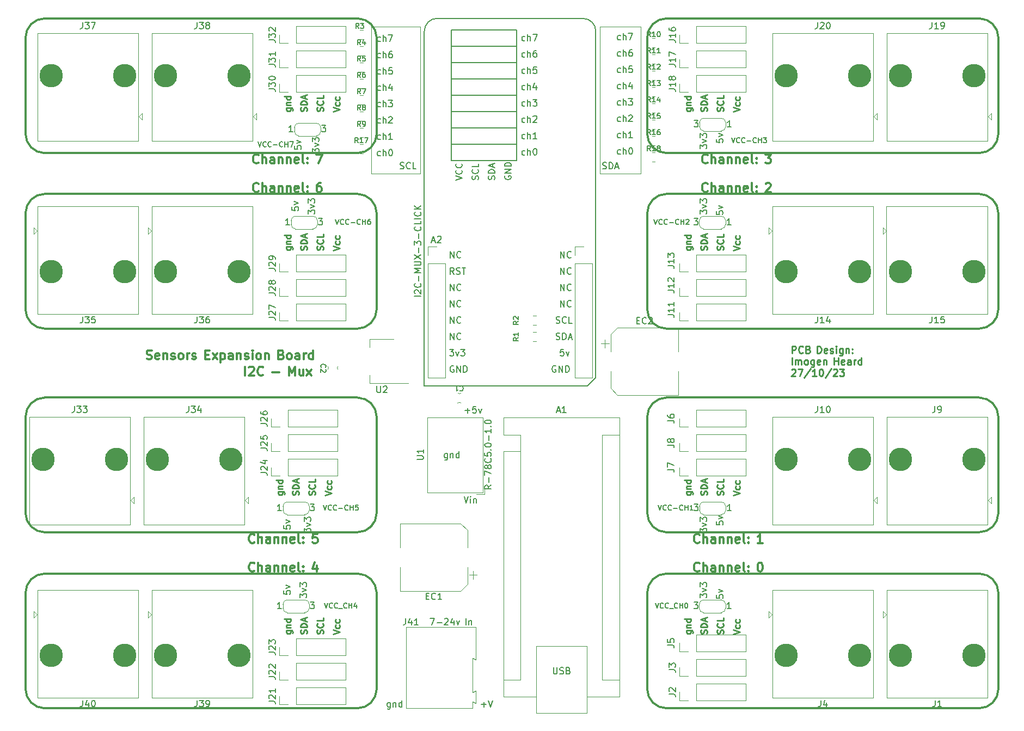
<source format=gbr>
%TF.GenerationSoftware,KiCad,Pcbnew,(7.0.0)*%
%TF.CreationDate,2023-10-30T10:33:22+00:00*%
%TF.ProjectId,euro-project-sensors-pcb,6575726f-2d70-4726-9f6a-6563742d7365,rev?*%
%TF.SameCoordinates,Original*%
%TF.FileFunction,Legend,Top*%
%TF.FilePolarity,Positive*%
%FSLAX46Y46*%
G04 Gerber Fmt 4.6, Leading zero omitted, Abs format (unit mm)*
G04 Created by KiCad (PCBNEW (7.0.0)) date 2023-10-30 10:33:22*
%MOMM*%
%LPD*%
G01*
G04 APERTURE LIST*
%ADD10C,0.150000*%
%ADD11C,0.350000*%
%ADD12C,0.250000*%
%ADD13C,0.275000*%
%ADD14C,0.300000*%
%ADD15C,0.120000*%
%ADD16C,0.100000*%
%ADD17C,0.200000*%
%ADD18C,3.650000*%
G04 APERTURE END LIST*
D10*
X136556666Y-109605714D02*
X136556666Y-110415238D01*
X136556666Y-110415238D02*
X136509047Y-110510476D01*
X136509047Y-110510476D02*
X136461428Y-110558095D01*
X136461428Y-110558095D02*
X136366190Y-110605714D01*
X136366190Y-110605714D02*
X136223333Y-110605714D01*
X136223333Y-110605714D02*
X136128095Y-110558095D01*
X136556666Y-110224761D02*
X136461428Y-110272380D01*
X136461428Y-110272380D02*
X136270952Y-110272380D01*
X136270952Y-110272380D02*
X136175714Y-110224761D01*
X136175714Y-110224761D02*
X136128095Y-110177142D01*
X136128095Y-110177142D02*
X136080476Y-110081904D01*
X136080476Y-110081904D02*
X136080476Y-109796190D01*
X136080476Y-109796190D02*
X136128095Y-109700952D01*
X136128095Y-109700952D02*
X136175714Y-109653333D01*
X136175714Y-109653333D02*
X136270952Y-109605714D01*
X136270952Y-109605714D02*
X136461428Y-109605714D01*
X136461428Y-109605714D02*
X136556666Y-109653333D01*
X137032857Y-109605714D02*
X137032857Y-110272380D01*
X137032857Y-109700952D02*
X137080476Y-109653333D01*
X137080476Y-109653333D02*
X137175714Y-109605714D01*
X137175714Y-109605714D02*
X137318571Y-109605714D01*
X137318571Y-109605714D02*
X137413809Y-109653333D01*
X137413809Y-109653333D02*
X137461428Y-109748571D01*
X137461428Y-109748571D02*
X137461428Y-110272380D01*
X138366190Y-110272380D02*
X138366190Y-109272380D01*
X138366190Y-110224761D02*
X138270952Y-110272380D01*
X138270952Y-110272380D02*
X138080476Y-110272380D01*
X138080476Y-110272380D02*
X137985238Y-110224761D01*
X137985238Y-110224761D02*
X137937619Y-110177142D01*
X137937619Y-110177142D02*
X137890000Y-110081904D01*
X137890000Y-110081904D02*
X137890000Y-109796190D01*
X137890000Y-109796190D02*
X137937619Y-109700952D01*
X137937619Y-109700952D02*
X137985238Y-109653333D01*
X137985238Y-109653333D02*
X138080476Y-109605714D01*
X138080476Y-109605714D02*
X138270952Y-109605714D01*
X138270952Y-109605714D02*
X138366190Y-109653333D01*
X139160238Y-116257380D02*
X139493571Y-117257380D01*
X139493571Y-117257380D02*
X139826904Y-116257380D01*
X140160238Y-117257380D02*
X140160238Y-116590714D01*
X140160238Y-116257380D02*
X140112619Y-116305000D01*
X140112619Y-116305000D02*
X140160238Y-116352619D01*
X140160238Y-116352619D02*
X140207857Y-116305000D01*
X140207857Y-116305000D02*
X140160238Y-116257380D01*
X140160238Y-116257380D02*
X140160238Y-116352619D01*
X140636428Y-116590714D02*
X140636428Y-117257380D01*
X140636428Y-116685952D02*
X140684047Y-116638333D01*
X140684047Y-116638333D02*
X140779285Y-116590714D01*
X140779285Y-116590714D02*
X140922142Y-116590714D01*
X140922142Y-116590714D02*
X141017380Y-116638333D01*
X141017380Y-116638333D02*
X141064999Y-116733571D01*
X141064999Y-116733571D02*
X141064999Y-117257380D01*
X139303095Y-102906428D02*
X140065000Y-102906428D01*
X139684047Y-103287380D02*
X139684047Y-102525476D01*
X141017380Y-102287380D02*
X140541190Y-102287380D01*
X140541190Y-102287380D02*
X140493571Y-102763571D01*
X140493571Y-102763571D02*
X140541190Y-102715952D01*
X140541190Y-102715952D02*
X140636428Y-102668333D01*
X140636428Y-102668333D02*
X140874523Y-102668333D01*
X140874523Y-102668333D02*
X140969761Y-102715952D01*
X140969761Y-102715952D02*
X141017380Y-102763571D01*
X141017380Y-102763571D02*
X141064999Y-102858809D01*
X141064999Y-102858809D02*
X141064999Y-103096904D01*
X141064999Y-103096904D02*
X141017380Y-103192142D01*
X141017380Y-103192142D02*
X140969761Y-103239761D01*
X140969761Y-103239761D02*
X140874523Y-103287380D01*
X140874523Y-103287380D02*
X140636428Y-103287380D01*
X140636428Y-103287380D02*
X140541190Y-103239761D01*
X140541190Y-103239761D02*
X140493571Y-103192142D01*
X141398333Y-102620714D02*
X141636428Y-103287380D01*
X141636428Y-103287380D02*
X141874523Y-102620714D01*
X141843095Y-148626428D02*
X142605000Y-148626428D01*
X142224047Y-149007380D02*
X142224047Y-148245476D01*
X142938333Y-148007380D02*
X143271666Y-149007380D01*
X143271666Y-149007380D02*
X143604999Y-148007380D01*
X127666666Y-148340714D02*
X127666666Y-149150238D01*
X127666666Y-149150238D02*
X127619047Y-149245476D01*
X127619047Y-149245476D02*
X127571428Y-149293095D01*
X127571428Y-149293095D02*
X127476190Y-149340714D01*
X127476190Y-149340714D02*
X127333333Y-149340714D01*
X127333333Y-149340714D02*
X127238095Y-149293095D01*
X127666666Y-148959761D02*
X127571428Y-149007380D01*
X127571428Y-149007380D02*
X127380952Y-149007380D01*
X127380952Y-149007380D02*
X127285714Y-148959761D01*
X127285714Y-148959761D02*
X127238095Y-148912142D01*
X127238095Y-148912142D02*
X127190476Y-148816904D01*
X127190476Y-148816904D02*
X127190476Y-148531190D01*
X127190476Y-148531190D02*
X127238095Y-148435952D01*
X127238095Y-148435952D02*
X127285714Y-148388333D01*
X127285714Y-148388333D02*
X127380952Y-148340714D01*
X127380952Y-148340714D02*
X127571428Y-148340714D01*
X127571428Y-148340714D02*
X127666666Y-148388333D01*
X128142857Y-148340714D02*
X128142857Y-149007380D01*
X128142857Y-148435952D02*
X128190476Y-148388333D01*
X128190476Y-148388333D02*
X128285714Y-148340714D01*
X128285714Y-148340714D02*
X128428571Y-148340714D01*
X128428571Y-148340714D02*
X128523809Y-148388333D01*
X128523809Y-148388333D02*
X128571428Y-148483571D01*
X128571428Y-148483571D02*
X128571428Y-149007380D01*
X129476190Y-149007380D02*
X129476190Y-148007380D01*
X129476190Y-148959761D02*
X129380952Y-149007380D01*
X129380952Y-149007380D02*
X129190476Y-149007380D01*
X129190476Y-149007380D02*
X129095238Y-148959761D01*
X129095238Y-148959761D02*
X129047619Y-148912142D01*
X129047619Y-148912142D02*
X129000000Y-148816904D01*
X129000000Y-148816904D02*
X129000000Y-148531190D01*
X129000000Y-148531190D02*
X129047619Y-148435952D01*
X129047619Y-148435952D02*
X129095238Y-148388333D01*
X129095238Y-148388333D02*
X129190476Y-148340714D01*
X129190476Y-148340714D02*
X129380952Y-148340714D01*
X129380952Y-148340714D02*
X129476190Y-148388333D01*
D11*
X122555000Y-149225000D02*
X73945000Y-149225000D01*
X122555000Y-62865000D02*
G75*
G03*
X125555000Y-59865000I0J3000000D01*
G01*
X73945000Y-100890000D02*
G75*
G03*
X70945000Y-103890000I0J-3000000D01*
G01*
X70945000Y-59865000D02*
G75*
G03*
X73945000Y-62865000I3000000J0D01*
G01*
X167640000Y-87170000D02*
G75*
G03*
X170640000Y-90170000I3000000J0D01*
G01*
X222250000Y-131270000D02*
X222250000Y-146225000D01*
X167640000Y-146225000D02*
G75*
G03*
X170640000Y-149225000I3000000J0D01*
G01*
X70945000Y-87170000D02*
G75*
G03*
X73945000Y-90170000I3000000J0D01*
G01*
X219250000Y-62865000D02*
G75*
G03*
X222250000Y-59865000I0J3000000D01*
G01*
X222250000Y-72215000D02*
X222250000Y-87170000D01*
X125555000Y-131270000D02*
X125555000Y-146225000D01*
X222250000Y-103890000D02*
X222250000Y-118845000D01*
X167640000Y-87170000D02*
X167640000Y-72215000D01*
X219250000Y-149225000D02*
X170640000Y-149225000D01*
X170640000Y-100890000D02*
G75*
G03*
X167640000Y-103890000I0J-3000000D01*
G01*
X122555000Y-121845000D02*
X73945000Y-121845000D01*
X70945000Y-118845000D02*
G75*
G03*
X73945000Y-121845000I3000000J0D01*
G01*
X125555000Y-131270000D02*
G75*
G03*
X122555000Y-128270000I-3000000J0D01*
G01*
X70945000Y-87170000D02*
X70945000Y-72215000D01*
X170640000Y-100890000D02*
X219250000Y-100890000D01*
X222250000Y-44910000D02*
X222250000Y-59865000D01*
X222250000Y-131270000D02*
G75*
G03*
X219250000Y-128270000I-3000000J0D01*
G01*
X125555000Y-72215000D02*
X125555000Y-87170000D01*
X122555000Y-149225000D02*
G75*
G03*
X125555000Y-146225000I0J3000000D01*
G01*
X125555000Y-103890000D02*
G75*
G03*
X122555000Y-100890000I-3000000J0D01*
G01*
X125555000Y-72215000D02*
G75*
G03*
X122555000Y-69215000I-3000000J0D01*
G01*
X222250000Y-72215000D02*
G75*
G03*
X219250000Y-69215000I-3000000J0D01*
G01*
X70945000Y-118845000D02*
X70945000Y-103890000D01*
X125555000Y-44910000D02*
X125555000Y-59865000D01*
X122555000Y-121845000D02*
G75*
G03*
X125555000Y-118845000I0J3000000D01*
G01*
X122555000Y-90170000D02*
G75*
G03*
X125555000Y-87170000I0J3000000D01*
G01*
X73945000Y-69215000D02*
X122555000Y-69215000D01*
X122555000Y-62865000D02*
X73945000Y-62865000D01*
X73945000Y-128270000D02*
G75*
G03*
X70945000Y-131270000I0J-3000000D01*
G01*
X219250000Y-90170000D02*
X170640000Y-90170000D01*
X222250000Y-44910000D02*
G75*
G03*
X219250000Y-41910000I-3000000J0D01*
G01*
X70945000Y-146225000D02*
X70945000Y-131270000D01*
X219250000Y-62865000D02*
X170640000Y-62865000D01*
X125555000Y-103890000D02*
X125555000Y-118845000D01*
X170640000Y-128270000D02*
G75*
G03*
X167640000Y-131270000I0J-3000000D01*
G01*
X122555000Y-90170000D02*
X73945000Y-90170000D01*
X73945000Y-100890000D02*
X122555000Y-100890000D01*
X167640000Y-59865000D02*
G75*
G03*
X170640000Y-62865000I3000000J0D01*
G01*
X73945000Y-41910000D02*
G75*
G03*
X70945000Y-44910000I0J-3000000D01*
G01*
X70945000Y-146225000D02*
G75*
G03*
X73945000Y-149225000I3000000J0D01*
G01*
X170640000Y-69215000D02*
X219250000Y-69215000D01*
X170640000Y-128270000D02*
X219250000Y-128270000D01*
X167640000Y-59865000D02*
X167640000Y-44910000D01*
X167640000Y-118845000D02*
X167640000Y-103890000D01*
X70945000Y-59865000D02*
X70945000Y-44910000D01*
X73945000Y-69215000D02*
G75*
G03*
X70945000Y-72215000I0J-3000000D01*
G01*
X167640000Y-146225000D02*
X167640000Y-131270000D01*
X219250000Y-121845000D02*
X170640000Y-121845000D01*
X170640000Y-41910000D02*
X219250000Y-41910000D01*
X167640000Y-118845000D02*
G75*
G03*
X170640000Y-121845000I3000000J0D01*
G01*
X170640000Y-69215000D02*
G75*
G03*
X167640000Y-72215000I0J-3000000D01*
G01*
X222250000Y-103890000D02*
G75*
G03*
X219250000Y-100890000I-3000000J0D01*
G01*
X73945000Y-128270000D02*
X122555000Y-128270000D01*
X219250000Y-149225000D02*
G75*
G03*
X222250000Y-146225000I0J3000000D01*
G01*
X125555000Y-44910000D02*
G75*
G03*
X122555000Y-41910000I-3000000J0D01*
G01*
X219250000Y-121845000D02*
G75*
G03*
X222250000Y-118845000I0J3000000D01*
G01*
X219250000Y-90170000D02*
G75*
G03*
X222250000Y-87170000I0J3000000D01*
G01*
X170640000Y-41910000D02*
G75*
G03*
X167640000Y-44910000I0J-3000000D01*
G01*
X73945000Y-41910000D02*
X122555000Y-41910000D01*
D12*
X114669761Y-137604523D02*
X114717380Y-137461666D01*
X114717380Y-137461666D02*
X114717380Y-137223571D01*
X114717380Y-137223571D02*
X114669761Y-137128333D01*
X114669761Y-137128333D02*
X114622142Y-137080714D01*
X114622142Y-137080714D02*
X114526904Y-137033095D01*
X114526904Y-137033095D02*
X114431666Y-137033095D01*
X114431666Y-137033095D02*
X114336428Y-137080714D01*
X114336428Y-137080714D02*
X114288809Y-137128333D01*
X114288809Y-137128333D02*
X114241190Y-137223571D01*
X114241190Y-137223571D02*
X114193571Y-137414047D01*
X114193571Y-137414047D02*
X114145952Y-137509285D01*
X114145952Y-137509285D02*
X114098333Y-137556904D01*
X114098333Y-137556904D02*
X114003095Y-137604523D01*
X114003095Y-137604523D02*
X113907857Y-137604523D01*
X113907857Y-137604523D02*
X113812619Y-137556904D01*
X113812619Y-137556904D02*
X113765000Y-137509285D01*
X113765000Y-137509285D02*
X113717380Y-137414047D01*
X113717380Y-137414047D02*
X113717380Y-137175952D01*
X113717380Y-137175952D02*
X113765000Y-137033095D01*
X114717380Y-136604523D02*
X113717380Y-136604523D01*
X113717380Y-136604523D02*
X113717380Y-136366428D01*
X113717380Y-136366428D02*
X113765000Y-136223571D01*
X113765000Y-136223571D02*
X113860238Y-136128333D01*
X113860238Y-136128333D02*
X113955476Y-136080714D01*
X113955476Y-136080714D02*
X114145952Y-136033095D01*
X114145952Y-136033095D02*
X114288809Y-136033095D01*
X114288809Y-136033095D02*
X114479285Y-136080714D01*
X114479285Y-136080714D02*
X114574523Y-136128333D01*
X114574523Y-136128333D02*
X114669761Y-136223571D01*
X114669761Y-136223571D02*
X114717380Y-136366428D01*
X114717380Y-136366428D02*
X114717380Y-136604523D01*
X114431666Y-135652142D02*
X114431666Y-135175952D01*
X114717380Y-135747380D02*
X113717380Y-135414047D01*
X113717380Y-135414047D02*
X114717380Y-135080714D01*
X173740714Y-115538333D02*
X174550238Y-115538333D01*
X174550238Y-115538333D02*
X174645476Y-115585952D01*
X174645476Y-115585952D02*
X174693095Y-115633571D01*
X174693095Y-115633571D02*
X174740714Y-115728809D01*
X174740714Y-115728809D02*
X174740714Y-115871666D01*
X174740714Y-115871666D02*
X174693095Y-115966904D01*
X174359761Y-115538333D02*
X174407380Y-115633571D01*
X174407380Y-115633571D02*
X174407380Y-115824047D01*
X174407380Y-115824047D02*
X174359761Y-115919285D01*
X174359761Y-115919285D02*
X174312142Y-115966904D01*
X174312142Y-115966904D02*
X174216904Y-116014523D01*
X174216904Y-116014523D02*
X173931190Y-116014523D01*
X173931190Y-116014523D02*
X173835952Y-115966904D01*
X173835952Y-115966904D02*
X173788333Y-115919285D01*
X173788333Y-115919285D02*
X173740714Y-115824047D01*
X173740714Y-115824047D02*
X173740714Y-115633571D01*
X173740714Y-115633571D02*
X173788333Y-115538333D01*
X173740714Y-115062142D02*
X174407380Y-115062142D01*
X173835952Y-115062142D02*
X173788333Y-115014523D01*
X173788333Y-115014523D02*
X173740714Y-114919285D01*
X173740714Y-114919285D02*
X173740714Y-114776428D01*
X173740714Y-114776428D02*
X173788333Y-114681190D01*
X173788333Y-114681190D02*
X173883571Y-114633571D01*
X173883571Y-114633571D02*
X174407380Y-114633571D01*
X174407380Y-113728809D02*
X173407380Y-113728809D01*
X174359761Y-113728809D02*
X174407380Y-113824047D01*
X174407380Y-113824047D02*
X174407380Y-114014523D01*
X174407380Y-114014523D02*
X174359761Y-114109761D01*
X174359761Y-114109761D02*
X174312142Y-114157380D01*
X174312142Y-114157380D02*
X174216904Y-114204999D01*
X174216904Y-114204999D02*
X173931190Y-114204999D01*
X173931190Y-114204999D02*
X173835952Y-114157380D01*
X173835952Y-114157380D02*
X173788333Y-114109761D01*
X173788333Y-114109761D02*
X173740714Y-114014523D01*
X173740714Y-114014523D02*
X173740714Y-113824047D01*
X173740714Y-113824047D02*
X173788333Y-113728809D01*
X179439761Y-116014523D02*
X179487380Y-115871666D01*
X179487380Y-115871666D02*
X179487380Y-115633571D01*
X179487380Y-115633571D02*
X179439761Y-115538333D01*
X179439761Y-115538333D02*
X179392142Y-115490714D01*
X179392142Y-115490714D02*
X179296904Y-115443095D01*
X179296904Y-115443095D02*
X179201666Y-115443095D01*
X179201666Y-115443095D02*
X179106428Y-115490714D01*
X179106428Y-115490714D02*
X179058809Y-115538333D01*
X179058809Y-115538333D02*
X179011190Y-115633571D01*
X179011190Y-115633571D02*
X178963571Y-115824047D01*
X178963571Y-115824047D02*
X178915952Y-115919285D01*
X178915952Y-115919285D02*
X178868333Y-115966904D01*
X178868333Y-115966904D02*
X178773095Y-116014523D01*
X178773095Y-116014523D02*
X178677857Y-116014523D01*
X178677857Y-116014523D02*
X178582619Y-115966904D01*
X178582619Y-115966904D02*
X178535000Y-115919285D01*
X178535000Y-115919285D02*
X178487380Y-115824047D01*
X178487380Y-115824047D02*
X178487380Y-115585952D01*
X178487380Y-115585952D02*
X178535000Y-115443095D01*
X179392142Y-114443095D02*
X179439761Y-114490714D01*
X179439761Y-114490714D02*
X179487380Y-114633571D01*
X179487380Y-114633571D02*
X179487380Y-114728809D01*
X179487380Y-114728809D02*
X179439761Y-114871666D01*
X179439761Y-114871666D02*
X179344523Y-114966904D01*
X179344523Y-114966904D02*
X179249285Y-115014523D01*
X179249285Y-115014523D02*
X179058809Y-115062142D01*
X179058809Y-115062142D02*
X178915952Y-115062142D01*
X178915952Y-115062142D02*
X178725476Y-115014523D01*
X178725476Y-115014523D02*
X178630238Y-114966904D01*
X178630238Y-114966904D02*
X178535000Y-114871666D01*
X178535000Y-114871666D02*
X178487380Y-114728809D01*
X178487380Y-114728809D02*
X178487380Y-114633571D01*
X178487380Y-114633571D02*
X178535000Y-114490714D01*
X178535000Y-114490714D02*
X178582619Y-114443095D01*
X179487380Y-113538333D02*
X179487380Y-114014523D01*
X179487380Y-114014523D02*
X178487380Y-114014523D01*
X114669761Y-56324523D02*
X114717380Y-56181666D01*
X114717380Y-56181666D02*
X114717380Y-55943571D01*
X114717380Y-55943571D02*
X114669761Y-55848333D01*
X114669761Y-55848333D02*
X114622142Y-55800714D01*
X114622142Y-55800714D02*
X114526904Y-55753095D01*
X114526904Y-55753095D02*
X114431666Y-55753095D01*
X114431666Y-55753095D02*
X114336428Y-55800714D01*
X114336428Y-55800714D02*
X114288809Y-55848333D01*
X114288809Y-55848333D02*
X114241190Y-55943571D01*
X114241190Y-55943571D02*
X114193571Y-56134047D01*
X114193571Y-56134047D02*
X114145952Y-56229285D01*
X114145952Y-56229285D02*
X114098333Y-56276904D01*
X114098333Y-56276904D02*
X114003095Y-56324523D01*
X114003095Y-56324523D02*
X113907857Y-56324523D01*
X113907857Y-56324523D02*
X113812619Y-56276904D01*
X113812619Y-56276904D02*
X113765000Y-56229285D01*
X113765000Y-56229285D02*
X113717380Y-56134047D01*
X113717380Y-56134047D02*
X113717380Y-55895952D01*
X113717380Y-55895952D02*
X113765000Y-55753095D01*
X114717380Y-55324523D02*
X113717380Y-55324523D01*
X113717380Y-55324523D02*
X113717380Y-55086428D01*
X113717380Y-55086428D02*
X113765000Y-54943571D01*
X113765000Y-54943571D02*
X113860238Y-54848333D01*
X113860238Y-54848333D02*
X113955476Y-54800714D01*
X113955476Y-54800714D02*
X114145952Y-54753095D01*
X114145952Y-54753095D02*
X114288809Y-54753095D01*
X114288809Y-54753095D02*
X114479285Y-54800714D01*
X114479285Y-54800714D02*
X114574523Y-54848333D01*
X114574523Y-54848333D02*
X114669761Y-54943571D01*
X114669761Y-54943571D02*
X114717380Y-55086428D01*
X114717380Y-55086428D02*
X114717380Y-55324523D01*
X114431666Y-54372142D02*
X114431666Y-53895952D01*
X114717380Y-54467380D02*
X113717380Y-54134047D01*
X113717380Y-54134047D02*
X114717380Y-53800714D01*
X173740714Y-55848333D02*
X174550238Y-55848333D01*
X174550238Y-55848333D02*
X174645476Y-55895952D01*
X174645476Y-55895952D02*
X174693095Y-55943571D01*
X174693095Y-55943571D02*
X174740714Y-56038809D01*
X174740714Y-56038809D02*
X174740714Y-56181666D01*
X174740714Y-56181666D02*
X174693095Y-56276904D01*
X174359761Y-55848333D02*
X174407380Y-55943571D01*
X174407380Y-55943571D02*
X174407380Y-56134047D01*
X174407380Y-56134047D02*
X174359761Y-56229285D01*
X174359761Y-56229285D02*
X174312142Y-56276904D01*
X174312142Y-56276904D02*
X174216904Y-56324523D01*
X174216904Y-56324523D02*
X173931190Y-56324523D01*
X173931190Y-56324523D02*
X173835952Y-56276904D01*
X173835952Y-56276904D02*
X173788333Y-56229285D01*
X173788333Y-56229285D02*
X173740714Y-56134047D01*
X173740714Y-56134047D02*
X173740714Y-55943571D01*
X173740714Y-55943571D02*
X173788333Y-55848333D01*
X173740714Y-55372142D02*
X174407380Y-55372142D01*
X173835952Y-55372142D02*
X173788333Y-55324523D01*
X173788333Y-55324523D02*
X173740714Y-55229285D01*
X173740714Y-55229285D02*
X173740714Y-55086428D01*
X173740714Y-55086428D02*
X173788333Y-54991190D01*
X173788333Y-54991190D02*
X173883571Y-54943571D01*
X173883571Y-54943571D02*
X174407380Y-54943571D01*
X174407380Y-54038809D02*
X173407380Y-54038809D01*
X174359761Y-54038809D02*
X174407380Y-54134047D01*
X174407380Y-54134047D02*
X174407380Y-54324523D01*
X174407380Y-54324523D02*
X174359761Y-54419761D01*
X174359761Y-54419761D02*
X174312142Y-54467380D01*
X174312142Y-54467380D02*
X174216904Y-54514999D01*
X174216904Y-54514999D02*
X173931190Y-54514999D01*
X173931190Y-54514999D02*
X173835952Y-54467380D01*
X173835952Y-54467380D02*
X173788333Y-54419761D01*
X173788333Y-54419761D02*
X173740714Y-54324523D01*
X173740714Y-54324523D02*
X173740714Y-54134047D01*
X173740714Y-54134047D02*
X173788333Y-54038809D01*
D13*
X190126904Y-93986619D02*
X190126904Y-92886619D01*
X190126904Y-92886619D02*
X190545952Y-92886619D01*
X190545952Y-92886619D02*
X190650714Y-92939000D01*
X190650714Y-92939000D02*
X190703095Y-92991380D01*
X190703095Y-92991380D02*
X190755476Y-93096142D01*
X190755476Y-93096142D02*
X190755476Y-93253285D01*
X190755476Y-93253285D02*
X190703095Y-93358047D01*
X190703095Y-93358047D02*
X190650714Y-93410428D01*
X190650714Y-93410428D02*
X190545952Y-93462809D01*
X190545952Y-93462809D02*
X190126904Y-93462809D01*
X191855476Y-93881857D02*
X191803095Y-93934238D01*
X191803095Y-93934238D02*
X191645952Y-93986619D01*
X191645952Y-93986619D02*
X191541190Y-93986619D01*
X191541190Y-93986619D02*
X191384047Y-93934238D01*
X191384047Y-93934238D02*
X191279285Y-93829476D01*
X191279285Y-93829476D02*
X191226904Y-93724714D01*
X191226904Y-93724714D02*
X191174523Y-93515190D01*
X191174523Y-93515190D02*
X191174523Y-93358047D01*
X191174523Y-93358047D02*
X191226904Y-93148523D01*
X191226904Y-93148523D02*
X191279285Y-93043761D01*
X191279285Y-93043761D02*
X191384047Y-92939000D01*
X191384047Y-92939000D02*
X191541190Y-92886619D01*
X191541190Y-92886619D02*
X191645952Y-92886619D01*
X191645952Y-92886619D02*
X191803095Y-92939000D01*
X191803095Y-92939000D02*
X191855476Y-92991380D01*
X192693571Y-93410428D02*
X192850714Y-93462809D01*
X192850714Y-93462809D02*
X192903095Y-93515190D01*
X192903095Y-93515190D02*
X192955476Y-93619952D01*
X192955476Y-93619952D02*
X192955476Y-93777095D01*
X192955476Y-93777095D02*
X192903095Y-93881857D01*
X192903095Y-93881857D02*
X192850714Y-93934238D01*
X192850714Y-93934238D02*
X192745952Y-93986619D01*
X192745952Y-93986619D02*
X192326904Y-93986619D01*
X192326904Y-93986619D02*
X192326904Y-92886619D01*
X192326904Y-92886619D02*
X192693571Y-92886619D01*
X192693571Y-92886619D02*
X192798333Y-92939000D01*
X192798333Y-92939000D02*
X192850714Y-92991380D01*
X192850714Y-92991380D02*
X192903095Y-93096142D01*
X192903095Y-93096142D02*
X192903095Y-93200904D01*
X192903095Y-93200904D02*
X192850714Y-93305666D01*
X192850714Y-93305666D02*
X192798333Y-93358047D01*
X192798333Y-93358047D02*
X192693571Y-93410428D01*
X192693571Y-93410428D02*
X192326904Y-93410428D01*
X194086904Y-93986619D02*
X194086904Y-92886619D01*
X194086904Y-92886619D02*
X194348809Y-92886619D01*
X194348809Y-92886619D02*
X194505952Y-92939000D01*
X194505952Y-92939000D02*
X194610714Y-93043761D01*
X194610714Y-93043761D02*
X194663095Y-93148523D01*
X194663095Y-93148523D02*
X194715476Y-93358047D01*
X194715476Y-93358047D02*
X194715476Y-93515190D01*
X194715476Y-93515190D02*
X194663095Y-93724714D01*
X194663095Y-93724714D02*
X194610714Y-93829476D01*
X194610714Y-93829476D02*
X194505952Y-93934238D01*
X194505952Y-93934238D02*
X194348809Y-93986619D01*
X194348809Y-93986619D02*
X194086904Y-93986619D01*
X195605952Y-93934238D02*
X195501190Y-93986619D01*
X195501190Y-93986619D02*
X195291666Y-93986619D01*
X195291666Y-93986619D02*
X195186904Y-93934238D01*
X195186904Y-93934238D02*
X195134523Y-93829476D01*
X195134523Y-93829476D02*
X195134523Y-93410428D01*
X195134523Y-93410428D02*
X195186904Y-93305666D01*
X195186904Y-93305666D02*
X195291666Y-93253285D01*
X195291666Y-93253285D02*
X195501190Y-93253285D01*
X195501190Y-93253285D02*
X195605952Y-93305666D01*
X195605952Y-93305666D02*
X195658333Y-93410428D01*
X195658333Y-93410428D02*
X195658333Y-93515190D01*
X195658333Y-93515190D02*
X195134523Y-93619952D01*
X196077380Y-93934238D02*
X196182142Y-93986619D01*
X196182142Y-93986619D02*
X196391666Y-93986619D01*
X196391666Y-93986619D02*
X196496428Y-93934238D01*
X196496428Y-93934238D02*
X196548809Y-93829476D01*
X196548809Y-93829476D02*
X196548809Y-93777095D01*
X196548809Y-93777095D02*
X196496428Y-93672333D01*
X196496428Y-93672333D02*
X196391666Y-93619952D01*
X196391666Y-93619952D02*
X196234523Y-93619952D01*
X196234523Y-93619952D02*
X196129761Y-93567571D01*
X196129761Y-93567571D02*
X196077380Y-93462809D01*
X196077380Y-93462809D02*
X196077380Y-93410428D01*
X196077380Y-93410428D02*
X196129761Y-93305666D01*
X196129761Y-93305666D02*
X196234523Y-93253285D01*
X196234523Y-93253285D02*
X196391666Y-93253285D01*
X196391666Y-93253285D02*
X196496428Y-93305666D01*
X197020237Y-93986619D02*
X197020237Y-93253285D01*
X197020237Y-92886619D02*
X196967856Y-92939000D01*
X196967856Y-92939000D02*
X197020237Y-92991380D01*
X197020237Y-92991380D02*
X197072618Y-92939000D01*
X197072618Y-92939000D02*
X197020237Y-92886619D01*
X197020237Y-92886619D02*
X197020237Y-92991380D01*
X198015476Y-93253285D02*
X198015476Y-94143761D01*
X198015476Y-94143761D02*
X197963095Y-94248523D01*
X197963095Y-94248523D02*
X197910714Y-94300904D01*
X197910714Y-94300904D02*
X197805952Y-94353285D01*
X197805952Y-94353285D02*
X197648809Y-94353285D01*
X197648809Y-94353285D02*
X197544047Y-94300904D01*
X198015476Y-93934238D02*
X197910714Y-93986619D01*
X197910714Y-93986619D02*
X197701190Y-93986619D01*
X197701190Y-93986619D02*
X197596428Y-93934238D01*
X197596428Y-93934238D02*
X197544047Y-93881857D01*
X197544047Y-93881857D02*
X197491666Y-93777095D01*
X197491666Y-93777095D02*
X197491666Y-93462809D01*
X197491666Y-93462809D02*
X197544047Y-93358047D01*
X197544047Y-93358047D02*
X197596428Y-93305666D01*
X197596428Y-93305666D02*
X197701190Y-93253285D01*
X197701190Y-93253285D02*
X197910714Y-93253285D01*
X197910714Y-93253285D02*
X198015476Y-93305666D01*
X198539285Y-93253285D02*
X198539285Y-93986619D01*
X198539285Y-93358047D02*
X198591666Y-93305666D01*
X198591666Y-93305666D02*
X198696428Y-93253285D01*
X198696428Y-93253285D02*
X198853571Y-93253285D01*
X198853571Y-93253285D02*
X198958333Y-93305666D01*
X198958333Y-93305666D02*
X199010714Y-93410428D01*
X199010714Y-93410428D02*
X199010714Y-93986619D01*
X199534523Y-93881857D02*
X199586904Y-93934238D01*
X199586904Y-93934238D02*
X199534523Y-93986619D01*
X199534523Y-93986619D02*
X199482142Y-93934238D01*
X199482142Y-93934238D02*
X199534523Y-93881857D01*
X199534523Y-93881857D02*
X199534523Y-93986619D01*
X199534523Y-93305666D02*
X199586904Y-93358047D01*
X199586904Y-93358047D02*
X199534523Y-93410428D01*
X199534523Y-93410428D02*
X199482142Y-93358047D01*
X199482142Y-93358047D02*
X199534523Y-93305666D01*
X199534523Y-93305666D02*
X199534523Y-93410428D01*
X190126904Y-95768619D02*
X190126904Y-94668619D01*
X190650714Y-95768619D02*
X190650714Y-95035285D01*
X190650714Y-95140047D02*
X190703095Y-95087666D01*
X190703095Y-95087666D02*
X190807857Y-95035285D01*
X190807857Y-95035285D02*
X190965000Y-95035285D01*
X190965000Y-95035285D02*
X191069762Y-95087666D01*
X191069762Y-95087666D02*
X191122143Y-95192428D01*
X191122143Y-95192428D02*
X191122143Y-95768619D01*
X191122143Y-95192428D02*
X191174524Y-95087666D01*
X191174524Y-95087666D02*
X191279286Y-95035285D01*
X191279286Y-95035285D02*
X191436429Y-95035285D01*
X191436429Y-95035285D02*
X191541190Y-95087666D01*
X191541190Y-95087666D02*
X191593571Y-95192428D01*
X191593571Y-95192428D02*
X191593571Y-95768619D01*
X192274524Y-95768619D02*
X192169762Y-95716238D01*
X192169762Y-95716238D02*
X192117381Y-95663857D01*
X192117381Y-95663857D02*
X192065000Y-95559095D01*
X192065000Y-95559095D02*
X192065000Y-95244809D01*
X192065000Y-95244809D02*
X192117381Y-95140047D01*
X192117381Y-95140047D02*
X192169762Y-95087666D01*
X192169762Y-95087666D02*
X192274524Y-95035285D01*
X192274524Y-95035285D02*
X192431667Y-95035285D01*
X192431667Y-95035285D02*
X192536429Y-95087666D01*
X192536429Y-95087666D02*
X192588810Y-95140047D01*
X192588810Y-95140047D02*
X192641191Y-95244809D01*
X192641191Y-95244809D02*
X192641191Y-95559095D01*
X192641191Y-95559095D02*
X192588810Y-95663857D01*
X192588810Y-95663857D02*
X192536429Y-95716238D01*
X192536429Y-95716238D02*
X192431667Y-95768619D01*
X192431667Y-95768619D02*
X192274524Y-95768619D01*
X193584048Y-95035285D02*
X193584048Y-95925761D01*
X193584048Y-95925761D02*
X193531667Y-96030523D01*
X193531667Y-96030523D02*
X193479286Y-96082904D01*
X193479286Y-96082904D02*
X193374524Y-96135285D01*
X193374524Y-96135285D02*
X193217381Y-96135285D01*
X193217381Y-96135285D02*
X193112619Y-96082904D01*
X193584048Y-95716238D02*
X193479286Y-95768619D01*
X193479286Y-95768619D02*
X193269762Y-95768619D01*
X193269762Y-95768619D02*
X193165000Y-95716238D01*
X193165000Y-95716238D02*
X193112619Y-95663857D01*
X193112619Y-95663857D02*
X193060238Y-95559095D01*
X193060238Y-95559095D02*
X193060238Y-95244809D01*
X193060238Y-95244809D02*
X193112619Y-95140047D01*
X193112619Y-95140047D02*
X193165000Y-95087666D01*
X193165000Y-95087666D02*
X193269762Y-95035285D01*
X193269762Y-95035285D02*
X193479286Y-95035285D01*
X193479286Y-95035285D02*
X193584048Y-95087666D01*
X194526905Y-95716238D02*
X194422143Y-95768619D01*
X194422143Y-95768619D02*
X194212619Y-95768619D01*
X194212619Y-95768619D02*
X194107857Y-95716238D01*
X194107857Y-95716238D02*
X194055476Y-95611476D01*
X194055476Y-95611476D02*
X194055476Y-95192428D01*
X194055476Y-95192428D02*
X194107857Y-95087666D01*
X194107857Y-95087666D02*
X194212619Y-95035285D01*
X194212619Y-95035285D02*
X194422143Y-95035285D01*
X194422143Y-95035285D02*
X194526905Y-95087666D01*
X194526905Y-95087666D02*
X194579286Y-95192428D01*
X194579286Y-95192428D02*
X194579286Y-95297190D01*
X194579286Y-95297190D02*
X194055476Y-95401952D01*
X195050714Y-95035285D02*
X195050714Y-95768619D01*
X195050714Y-95140047D02*
X195103095Y-95087666D01*
X195103095Y-95087666D02*
X195207857Y-95035285D01*
X195207857Y-95035285D02*
X195365000Y-95035285D01*
X195365000Y-95035285D02*
X195469762Y-95087666D01*
X195469762Y-95087666D02*
X195522143Y-95192428D01*
X195522143Y-95192428D02*
X195522143Y-95768619D01*
X196705952Y-95768619D02*
X196705952Y-94668619D01*
X196705952Y-95192428D02*
X197334524Y-95192428D01*
X197334524Y-95768619D02*
X197334524Y-94668619D01*
X198277381Y-95716238D02*
X198172619Y-95768619D01*
X198172619Y-95768619D02*
X197963095Y-95768619D01*
X197963095Y-95768619D02*
X197858333Y-95716238D01*
X197858333Y-95716238D02*
X197805952Y-95611476D01*
X197805952Y-95611476D02*
X197805952Y-95192428D01*
X197805952Y-95192428D02*
X197858333Y-95087666D01*
X197858333Y-95087666D02*
X197963095Y-95035285D01*
X197963095Y-95035285D02*
X198172619Y-95035285D01*
X198172619Y-95035285D02*
X198277381Y-95087666D01*
X198277381Y-95087666D02*
X198329762Y-95192428D01*
X198329762Y-95192428D02*
X198329762Y-95297190D01*
X198329762Y-95297190D02*
X197805952Y-95401952D01*
X199272619Y-95768619D02*
X199272619Y-95192428D01*
X199272619Y-95192428D02*
X199220238Y-95087666D01*
X199220238Y-95087666D02*
X199115476Y-95035285D01*
X199115476Y-95035285D02*
X198905952Y-95035285D01*
X198905952Y-95035285D02*
X198801190Y-95087666D01*
X199272619Y-95716238D02*
X199167857Y-95768619D01*
X199167857Y-95768619D02*
X198905952Y-95768619D01*
X198905952Y-95768619D02*
X198801190Y-95716238D01*
X198801190Y-95716238D02*
X198748809Y-95611476D01*
X198748809Y-95611476D02*
X198748809Y-95506714D01*
X198748809Y-95506714D02*
X198801190Y-95401952D01*
X198801190Y-95401952D02*
X198905952Y-95349571D01*
X198905952Y-95349571D02*
X199167857Y-95349571D01*
X199167857Y-95349571D02*
X199272619Y-95297190D01*
X199796428Y-95768619D02*
X199796428Y-95035285D01*
X199796428Y-95244809D02*
X199848809Y-95140047D01*
X199848809Y-95140047D02*
X199901190Y-95087666D01*
X199901190Y-95087666D02*
X200005952Y-95035285D01*
X200005952Y-95035285D02*
X200110714Y-95035285D01*
X200948809Y-95768619D02*
X200948809Y-94668619D01*
X200948809Y-95716238D02*
X200844047Y-95768619D01*
X200844047Y-95768619D02*
X200634523Y-95768619D01*
X200634523Y-95768619D02*
X200529761Y-95716238D01*
X200529761Y-95716238D02*
X200477380Y-95663857D01*
X200477380Y-95663857D02*
X200424999Y-95559095D01*
X200424999Y-95559095D02*
X200424999Y-95244809D01*
X200424999Y-95244809D02*
X200477380Y-95140047D01*
X200477380Y-95140047D02*
X200529761Y-95087666D01*
X200529761Y-95087666D02*
X200634523Y-95035285D01*
X200634523Y-95035285D02*
X200844047Y-95035285D01*
X200844047Y-95035285D02*
X200948809Y-95087666D01*
X190074523Y-96555380D02*
X190126904Y-96503000D01*
X190126904Y-96503000D02*
X190231666Y-96450619D01*
X190231666Y-96450619D02*
X190493571Y-96450619D01*
X190493571Y-96450619D02*
X190598333Y-96503000D01*
X190598333Y-96503000D02*
X190650714Y-96555380D01*
X190650714Y-96555380D02*
X190703095Y-96660142D01*
X190703095Y-96660142D02*
X190703095Y-96764904D01*
X190703095Y-96764904D02*
X190650714Y-96922047D01*
X190650714Y-96922047D02*
X190022142Y-97550619D01*
X190022142Y-97550619D02*
X190703095Y-97550619D01*
X191069761Y-96450619D02*
X191803095Y-96450619D01*
X191803095Y-96450619D02*
X191331666Y-97550619D01*
X193007857Y-96398238D02*
X192064999Y-97812523D01*
X193950714Y-97550619D02*
X193322142Y-97550619D01*
X193636428Y-97550619D02*
X193636428Y-96450619D01*
X193636428Y-96450619D02*
X193531666Y-96607761D01*
X193531666Y-96607761D02*
X193426904Y-96712523D01*
X193426904Y-96712523D02*
X193322142Y-96764904D01*
X194631666Y-96450619D02*
X194736428Y-96450619D01*
X194736428Y-96450619D02*
X194841190Y-96503000D01*
X194841190Y-96503000D02*
X194893571Y-96555380D01*
X194893571Y-96555380D02*
X194945952Y-96660142D01*
X194945952Y-96660142D02*
X194998333Y-96869666D01*
X194998333Y-96869666D02*
X194998333Y-97131571D01*
X194998333Y-97131571D02*
X194945952Y-97341095D01*
X194945952Y-97341095D02*
X194893571Y-97445857D01*
X194893571Y-97445857D02*
X194841190Y-97498238D01*
X194841190Y-97498238D02*
X194736428Y-97550619D01*
X194736428Y-97550619D02*
X194631666Y-97550619D01*
X194631666Y-97550619D02*
X194526904Y-97498238D01*
X194526904Y-97498238D02*
X194474523Y-97445857D01*
X194474523Y-97445857D02*
X194422142Y-97341095D01*
X194422142Y-97341095D02*
X194369761Y-97131571D01*
X194369761Y-97131571D02*
X194369761Y-96869666D01*
X194369761Y-96869666D02*
X194422142Y-96660142D01*
X194422142Y-96660142D02*
X194474523Y-96555380D01*
X194474523Y-96555380D02*
X194526904Y-96503000D01*
X194526904Y-96503000D02*
X194631666Y-96450619D01*
X196255476Y-96398238D02*
X195312618Y-97812523D01*
X196569761Y-96555380D02*
X196622142Y-96503000D01*
X196622142Y-96503000D02*
X196726904Y-96450619D01*
X196726904Y-96450619D02*
X196988809Y-96450619D01*
X196988809Y-96450619D02*
X197093571Y-96503000D01*
X197093571Y-96503000D02*
X197145952Y-96555380D01*
X197145952Y-96555380D02*
X197198333Y-96660142D01*
X197198333Y-96660142D02*
X197198333Y-96764904D01*
X197198333Y-96764904D02*
X197145952Y-96922047D01*
X197145952Y-96922047D02*
X196517380Y-97550619D01*
X196517380Y-97550619D02*
X197198333Y-97550619D01*
X197564999Y-96450619D02*
X198245952Y-96450619D01*
X198245952Y-96450619D02*
X197879285Y-96869666D01*
X197879285Y-96869666D02*
X198036428Y-96869666D01*
X198036428Y-96869666D02*
X198141190Y-96922047D01*
X198141190Y-96922047D02*
X198193571Y-96974428D01*
X198193571Y-96974428D02*
X198245952Y-97079190D01*
X198245952Y-97079190D02*
X198245952Y-97341095D01*
X198245952Y-97341095D02*
X198193571Y-97445857D01*
X198193571Y-97445857D02*
X198141190Y-97498238D01*
X198141190Y-97498238D02*
X198036428Y-97550619D01*
X198036428Y-97550619D02*
X197722142Y-97550619D01*
X197722142Y-97550619D02*
X197617380Y-97498238D01*
X197617380Y-97498238D02*
X197564999Y-97445857D01*
D14*
X175758333Y-123387000D02*
X175691666Y-123453666D01*
X175691666Y-123453666D02*
X175491666Y-123520333D01*
X175491666Y-123520333D02*
X175358333Y-123520333D01*
X175358333Y-123520333D02*
X175158333Y-123453666D01*
X175158333Y-123453666D02*
X175025000Y-123320333D01*
X175025000Y-123320333D02*
X174958333Y-123187000D01*
X174958333Y-123187000D02*
X174891666Y-122920333D01*
X174891666Y-122920333D02*
X174891666Y-122720333D01*
X174891666Y-122720333D02*
X174958333Y-122453666D01*
X174958333Y-122453666D02*
X175025000Y-122320333D01*
X175025000Y-122320333D02*
X175158333Y-122187000D01*
X175158333Y-122187000D02*
X175358333Y-122120333D01*
X175358333Y-122120333D02*
X175491666Y-122120333D01*
X175491666Y-122120333D02*
X175691666Y-122187000D01*
X175691666Y-122187000D02*
X175758333Y-122253666D01*
X176358333Y-123520333D02*
X176358333Y-122120333D01*
X176958333Y-123520333D02*
X176958333Y-122787000D01*
X176958333Y-122787000D02*
X176891666Y-122653666D01*
X176891666Y-122653666D02*
X176758333Y-122587000D01*
X176758333Y-122587000D02*
X176558333Y-122587000D01*
X176558333Y-122587000D02*
X176425000Y-122653666D01*
X176425000Y-122653666D02*
X176358333Y-122720333D01*
X178225000Y-123520333D02*
X178225000Y-122787000D01*
X178225000Y-122787000D02*
X178158333Y-122653666D01*
X178158333Y-122653666D02*
X178025000Y-122587000D01*
X178025000Y-122587000D02*
X177758333Y-122587000D01*
X177758333Y-122587000D02*
X177625000Y-122653666D01*
X178225000Y-123453666D02*
X178091667Y-123520333D01*
X178091667Y-123520333D02*
X177758333Y-123520333D01*
X177758333Y-123520333D02*
X177625000Y-123453666D01*
X177625000Y-123453666D02*
X177558333Y-123320333D01*
X177558333Y-123320333D02*
X177558333Y-123187000D01*
X177558333Y-123187000D02*
X177625000Y-123053666D01*
X177625000Y-123053666D02*
X177758333Y-122987000D01*
X177758333Y-122987000D02*
X178091667Y-122987000D01*
X178091667Y-122987000D02*
X178225000Y-122920333D01*
X178891667Y-122587000D02*
X178891667Y-123520333D01*
X178891667Y-122720333D02*
X178958334Y-122653666D01*
X178958334Y-122653666D02*
X179091667Y-122587000D01*
X179091667Y-122587000D02*
X179291667Y-122587000D01*
X179291667Y-122587000D02*
X179425000Y-122653666D01*
X179425000Y-122653666D02*
X179491667Y-122787000D01*
X179491667Y-122787000D02*
X179491667Y-123520333D01*
X180158334Y-122587000D02*
X180158334Y-123520333D01*
X180158334Y-122720333D02*
X180225001Y-122653666D01*
X180225001Y-122653666D02*
X180358334Y-122587000D01*
X180358334Y-122587000D02*
X180558334Y-122587000D01*
X180558334Y-122587000D02*
X180691667Y-122653666D01*
X180691667Y-122653666D02*
X180758334Y-122787000D01*
X180758334Y-122787000D02*
X180758334Y-123520333D01*
X181958334Y-123453666D02*
X181825001Y-123520333D01*
X181825001Y-123520333D02*
X181558334Y-123520333D01*
X181558334Y-123520333D02*
X181425001Y-123453666D01*
X181425001Y-123453666D02*
X181358334Y-123320333D01*
X181358334Y-123320333D02*
X181358334Y-122787000D01*
X181358334Y-122787000D02*
X181425001Y-122653666D01*
X181425001Y-122653666D02*
X181558334Y-122587000D01*
X181558334Y-122587000D02*
X181825001Y-122587000D01*
X181825001Y-122587000D02*
X181958334Y-122653666D01*
X181958334Y-122653666D02*
X182025001Y-122787000D01*
X182025001Y-122787000D02*
X182025001Y-122920333D01*
X182025001Y-122920333D02*
X181358334Y-123053666D01*
X182825001Y-123520333D02*
X182691668Y-123453666D01*
X182691668Y-123453666D02*
X182625001Y-123320333D01*
X182625001Y-123320333D02*
X182625001Y-122120333D01*
X183358334Y-123387000D02*
X183425001Y-123453666D01*
X183425001Y-123453666D02*
X183358334Y-123520333D01*
X183358334Y-123520333D02*
X183291667Y-123453666D01*
X183291667Y-123453666D02*
X183358334Y-123387000D01*
X183358334Y-123387000D02*
X183358334Y-123520333D01*
X183358334Y-122653666D02*
X183425001Y-122720333D01*
X183425001Y-122720333D02*
X183358334Y-122787000D01*
X183358334Y-122787000D02*
X183291667Y-122720333D01*
X183291667Y-122720333D02*
X183358334Y-122653666D01*
X183358334Y-122653666D02*
X183358334Y-122787000D01*
X185598334Y-123520333D02*
X184798334Y-123520333D01*
X185198334Y-123520333D02*
X185198334Y-122120333D01*
X185198334Y-122120333D02*
X185065001Y-122320333D01*
X185065001Y-122320333D02*
X184931668Y-122453666D01*
X184931668Y-122453666D02*
X184798334Y-122520333D01*
D12*
X176899761Y-56324523D02*
X176947380Y-56181666D01*
X176947380Y-56181666D02*
X176947380Y-55943571D01*
X176947380Y-55943571D02*
X176899761Y-55848333D01*
X176899761Y-55848333D02*
X176852142Y-55800714D01*
X176852142Y-55800714D02*
X176756904Y-55753095D01*
X176756904Y-55753095D02*
X176661666Y-55753095D01*
X176661666Y-55753095D02*
X176566428Y-55800714D01*
X176566428Y-55800714D02*
X176518809Y-55848333D01*
X176518809Y-55848333D02*
X176471190Y-55943571D01*
X176471190Y-55943571D02*
X176423571Y-56134047D01*
X176423571Y-56134047D02*
X176375952Y-56229285D01*
X176375952Y-56229285D02*
X176328333Y-56276904D01*
X176328333Y-56276904D02*
X176233095Y-56324523D01*
X176233095Y-56324523D02*
X176137857Y-56324523D01*
X176137857Y-56324523D02*
X176042619Y-56276904D01*
X176042619Y-56276904D02*
X175995000Y-56229285D01*
X175995000Y-56229285D02*
X175947380Y-56134047D01*
X175947380Y-56134047D02*
X175947380Y-55895952D01*
X175947380Y-55895952D02*
X175995000Y-55753095D01*
X176947380Y-55324523D02*
X175947380Y-55324523D01*
X175947380Y-55324523D02*
X175947380Y-55086428D01*
X175947380Y-55086428D02*
X175995000Y-54943571D01*
X175995000Y-54943571D02*
X176090238Y-54848333D01*
X176090238Y-54848333D02*
X176185476Y-54800714D01*
X176185476Y-54800714D02*
X176375952Y-54753095D01*
X176375952Y-54753095D02*
X176518809Y-54753095D01*
X176518809Y-54753095D02*
X176709285Y-54800714D01*
X176709285Y-54800714D02*
X176804523Y-54848333D01*
X176804523Y-54848333D02*
X176899761Y-54943571D01*
X176899761Y-54943571D02*
X176947380Y-55086428D01*
X176947380Y-55086428D02*
X176947380Y-55324523D01*
X176661666Y-54372142D02*
X176661666Y-53895952D01*
X176947380Y-54467380D02*
X175947380Y-54134047D01*
X175947380Y-54134047D02*
X176947380Y-53800714D01*
X111510714Y-55848333D02*
X112320238Y-55848333D01*
X112320238Y-55848333D02*
X112415476Y-55895952D01*
X112415476Y-55895952D02*
X112463095Y-55943571D01*
X112463095Y-55943571D02*
X112510714Y-56038809D01*
X112510714Y-56038809D02*
X112510714Y-56181666D01*
X112510714Y-56181666D02*
X112463095Y-56276904D01*
X112129761Y-55848333D02*
X112177380Y-55943571D01*
X112177380Y-55943571D02*
X112177380Y-56134047D01*
X112177380Y-56134047D02*
X112129761Y-56229285D01*
X112129761Y-56229285D02*
X112082142Y-56276904D01*
X112082142Y-56276904D02*
X111986904Y-56324523D01*
X111986904Y-56324523D02*
X111701190Y-56324523D01*
X111701190Y-56324523D02*
X111605952Y-56276904D01*
X111605952Y-56276904D02*
X111558333Y-56229285D01*
X111558333Y-56229285D02*
X111510714Y-56134047D01*
X111510714Y-56134047D02*
X111510714Y-55943571D01*
X111510714Y-55943571D02*
X111558333Y-55848333D01*
X111510714Y-55372142D02*
X112177380Y-55372142D01*
X111605952Y-55372142D02*
X111558333Y-55324523D01*
X111558333Y-55324523D02*
X111510714Y-55229285D01*
X111510714Y-55229285D02*
X111510714Y-55086428D01*
X111510714Y-55086428D02*
X111558333Y-54991190D01*
X111558333Y-54991190D02*
X111653571Y-54943571D01*
X111653571Y-54943571D02*
X112177380Y-54943571D01*
X112177380Y-54038809D02*
X111177380Y-54038809D01*
X112129761Y-54038809D02*
X112177380Y-54134047D01*
X112177380Y-54134047D02*
X112177380Y-54324523D01*
X112177380Y-54324523D02*
X112129761Y-54419761D01*
X112129761Y-54419761D02*
X112082142Y-54467380D01*
X112082142Y-54467380D02*
X111986904Y-54514999D01*
X111986904Y-54514999D02*
X111701190Y-54514999D01*
X111701190Y-54514999D02*
X111605952Y-54467380D01*
X111605952Y-54467380D02*
X111558333Y-54419761D01*
X111558333Y-54419761D02*
X111510714Y-54324523D01*
X111510714Y-54324523D02*
X111510714Y-54134047D01*
X111510714Y-54134047D02*
X111558333Y-54038809D01*
D14*
X175758333Y-127832000D02*
X175691666Y-127898666D01*
X175691666Y-127898666D02*
X175491666Y-127965333D01*
X175491666Y-127965333D02*
X175358333Y-127965333D01*
X175358333Y-127965333D02*
X175158333Y-127898666D01*
X175158333Y-127898666D02*
X175025000Y-127765333D01*
X175025000Y-127765333D02*
X174958333Y-127632000D01*
X174958333Y-127632000D02*
X174891666Y-127365333D01*
X174891666Y-127365333D02*
X174891666Y-127165333D01*
X174891666Y-127165333D02*
X174958333Y-126898666D01*
X174958333Y-126898666D02*
X175025000Y-126765333D01*
X175025000Y-126765333D02*
X175158333Y-126632000D01*
X175158333Y-126632000D02*
X175358333Y-126565333D01*
X175358333Y-126565333D02*
X175491666Y-126565333D01*
X175491666Y-126565333D02*
X175691666Y-126632000D01*
X175691666Y-126632000D02*
X175758333Y-126698666D01*
X176358333Y-127965333D02*
X176358333Y-126565333D01*
X176958333Y-127965333D02*
X176958333Y-127232000D01*
X176958333Y-127232000D02*
X176891666Y-127098666D01*
X176891666Y-127098666D02*
X176758333Y-127032000D01*
X176758333Y-127032000D02*
X176558333Y-127032000D01*
X176558333Y-127032000D02*
X176425000Y-127098666D01*
X176425000Y-127098666D02*
X176358333Y-127165333D01*
X178225000Y-127965333D02*
X178225000Y-127232000D01*
X178225000Y-127232000D02*
X178158333Y-127098666D01*
X178158333Y-127098666D02*
X178025000Y-127032000D01*
X178025000Y-127032000D02*
X177758333Y-127032000D01*
X177758333Y-127032000D02*
X177625000Y-127098666D01*
X178225000Y-127898666D02*
X178091667Y-127965333D01*
X178091667Y-127965333D02*
X177758333Y-127965333D01*
X177758333Y-127965333D02*
X177625000Y-127898666D01*
X177625000Y-127898666D02*
X177558333Y-127765333D01*
X177558333Y-127765333D02*
X177558333Y-127632000D01*
X177558333Y-127632000D02*
X177625000Y-127498666D01*
X177625000Y-127498666D02*
X177758333Y-127432000D01*
X177758333Y-127432000D02*
X178091667Y-127432000D01*
X178091667Y-127432000D02*
X178225000Y-127365333D01*
X178891667Y-127032000D02*
X178891667Y-127965333D01*
X178891667Y-127165333D02*
X178958334Y-127098666D01*
X178958334Y-127098666D02*
X179091667Y-127032000D01*
X179091667Y-127032000D02*
X179291667Y-127032000D01*
X179291667Y-127032000D02*
X179425000Y-127098666D01*
X179425000Y-127098666D02*
X179491667Y-127232000D01*
X179491667Y-127232000D02*
X179491667Y-127965333D01*
X180158334Y-127032000D02*
X180158334Y-127965333D01*
X180158334Y-127165333D02*
X180225001Y-127098666D01*
X180225001Y-127098666D02*
X180358334Y-127032000D01*
X180358334Y-127032000D02*
X180558334Y-127032000D01*
X180558334Y-127032000D02*
X180691667Y-127098666D01*
X180691667Y-127098666D02*
X180758334Y-127232000D01*
X180758334Y-127232000D02*
X180758334Y-127965333D01*
X181958334Y-127898666D02*
X181825001Y-127965333D01*
X181825001Y-127965333D02*
X181558334Y-127965333D01*
X181558334Y-127965333D02*
X181425001Y-127898666D01*
X181425001Y-127898666D02*
X181358334Y-127765333D01*
X181358334Y-127765333D02*
X181358334Y-127232000D01*
X181358334Y-127232000D02*
X181425001Y-127098666D01*
X181425001Y-127098666D02*
X181558334Y-127032000D01*
X181558334Y-127032000D02*
X181825001Y-127032000D01*
X181825001Y-127032000D02*
X181958334Y-127098666D01*
X181958334Y-127098666D02*
X182025001Y-127232000D01*
X182025001Y-127232000D02*
X182025001Y-127365333D01*
X182025001Y-127365333D02*
X181358334Y-127498666D01*
X182825001Y-127965333D02*
X182691668Y-127898666D01*
X182691668Y-127898666D02*
X182625001Y-127765333D01*
X182625001Y-127765333D02*
X182625001Y-126565333D01*
X183358334Y-127832000D02*
X183425001Y-127898666D01*
X183425001Y-127898666D02*
X183358334Y-127965333D01*
X183358334Y-127965333D02*
X183291667Y-127898666D01*
X183291667Y-127898666D02*
X183358334Y-127832000D01*
X183358334Y-127832000D02*
X183358334Y-127965333D01*
X183358334Y-127098666D02*
X183425001Y-127165333D01*
X183425001Y-127165333D02*
X183358334Y-127232000D01*
X183358334Y-127232000D02*
X183291667Y-127165333D01*
X183291667Y-127165333D02*
X183358334Y-127098666D01*
X183358334Y-127098666D02*
X183358334Y-127232000D01*
X185131668Y-126565333D02*
X185265001Y-126565333D01*
X185265001Y-126565333D02*
X185398334Y-126632000D01*
X185398334Y-126632000D02*
X185465001Y-126698666D01*
X185465001Y-126698666D02*
X185531668Y-126832000D01*
X185531668Y-126832000D02*
X185598334Y-127098666D01*
X185598334Y-127098666D02*
X185598334Y-127432000D01*
X185598334Y-127432000D02*
X185531668Y-127698666D01*
X185531668Y-127698666D02*
X185465001Y-127832000D01*
X185465001Y-127832000D02*
X185398334Y-127898666D01*
X185398334Y-127898666D02*
X185265001Y-127965333D01*
X185265001Y-127965333D02*
X185131668Y-127965333D01*
X185131668Y-127965333D02*
X184998334Y-127898666D01*
X184998334Y-127898666D02*
X184931668Y-127832000D01*
X184931668Y-127832000D02*
X184865001Y-127698666D01*
X184865001Y-127698666D02*
X184798334Y-127432000D01*
X184798334Y-127432000D02*
X184798334Y-127098666D01*
X184798334Y-127098666D02*
X184865001Y-126832000D01*
X184865001Y-126832000D02*
X184931668Y-126698666D01*
X184931668Y-126698666D02*
X184998334Y-126632000D01*
X184998334Y-126632000D02*
X185131668Y-126565333D01*
X89801666Y-94878666D02*
X90001666Y-94945333D01*
X90001666Y-94945333D02*
X90335000Y-94945333D01*
X90335000Y-94945333D02*
X90468333Y-94878666D01*
X90468333Y-94878666D02*
X90535000Y-94812000D01*
X90535000Y-94812000D02*
X90601666Y-94678666D01*
X90601666Y-94678666D02*
X90601666Y-94545333D01*
X90601666Y-94545333D02*
X90535000Y-94412000D01*
X90535000Y-94412000D02*
X90468333Y-94345333D01*
X90468333Y-94345333D02*
X90335000Y-94278666D01*
X90335000Y-94278666D02*
X90068333Y-94212000D01*
X90068333Y-94212000D02*
X89935000Y-94145333D01*
X89935000Y-94145333D02*
X89868333Y-94078666D01*
X89868333Y-94078666D02*
X89801666Y-93945333D01*
X89801666Y-93945333D02*
X89801666Y-93812000D01*
X89801666Y-93812000D02*
X89868333Y-93678666D01*
X89868333Y-93678666D02*
X89935000Y-93612000D01*
X89935000Y-93612000D02*
X90068333Y-93545333D01*
X90068333Y-93545333D02*
X90401666Y-93545333D01*
X90401666Y-93545333D02*
X90601666Y-93612000D01*
X91734999Y-94878666D02*
X91601666Y-94945333D01*
X91601666Y-94945333D02*
X91334999Y-94945333D01*
X91334999Y-94945333D02*
X91201666Y-94878666D01*
X91201666Y-94878666D02*
X91134999Y-94745333D01*
X91134999Y-94745333D02*
X91134999Y-94212000D01*
X91134999Y-94212000D02*
X91201666Y-94078666D01*
X91201666Y-94078666D02*
X91334999Y-94012000D01*
X91334999Y-94012000D02*
X91601666Y-94012000D01*
X91601666Y-94012000D02*
X91734999Y-94078666D01*
X91734999Y-94078666D02*
X91801666Y-94212000D01*
X91801666Y-94212000D02*
X91801666Y-94345333D01*
X91801666Y-94345333D02*
X91134999Y-94478666D01*
X92401666Y-94012000D02*
X92401666Y-94945333D01*
X92401666Y-94145333D02*
X92468333Y-94078666D01*
X92468333Y-94078666D02*
X92601666Y-94012000D01*
X92601666Y-94012000D02*
X92801666Y-94012000D01*
X92801666Y-94012000D02*
X92934999Y-94078666D01*
X92934999Y-94078666D02*
X93001666Y-94212000D01*
X93001666Y-94212000D02*
X93001666Y-94945333D01*
X93601666Y-94878666D02*
X93735000Y-94945333D01*
X93735000Y-94945333D02*
X94001666Y-94945333D01*
X94001666Y-94945333D02*
X94135000Y-94878666D01*
X94135000Y-94878666D02*
X94201666Y-94745333D01*
X94201666Y-94745333D02*
X94201666Y-94678666D01*
X94201666Y-94678666D02*
X94135000Y-94545333D01*
X94135000Y-94545333D02*
X94001666Y-94478666D01*
X94001666Y-94478666D02*
X93801666Y-94478666D01*
X93801666Y-94478666D02*
X93668333Y-94412000D01*
X93668333Y-94412000D02*
X93601666Y-94278666D01*
X93601666Y-94278666D02*
X93601666Y-94212000D01*
X93601666Y-94212000D02*
X93668333Y-94078666D01*
X93668333Y-94078666D02*
X93801666Y-94012000D01*
X93801666Y-94012000D02*
X94001666Y-94012000D01*
X94001666Y-94012000D02*
X94135000Y-94078666D01*
X95001666Y-94945333D02*
X94868333Y-94878666D01*
X94868333Y-94878666D02*
X94801666Y-94812000D01*
X94801666Y-94812000D02*
X94734999Y-94678666D01*
X94734999Y-94678666D02*
X94734999Y-94278666D01*
X94734999Y-94278666D02*
X94801666Y-94145333D01*
X94801666Y-94145333D02*
X94868333Y-94078666D01*
X94868333Y-94078666D02*
X95001666Y-94012000D01*
X95001666Y-94012000D02*
X95201666Y-94012000D01*
X95201666Y-94012000D02*
X95334999Y-94078666D01*
X95334999Y-94078666D02*
X95401666Y-94145333D01*
X95401666Y-94145333D02*
X95468333Y-94278666D01*
X95468333Y-94278666D02*
X95468333Y-94678666D01*
X95468333Y-94678666D02*
X95401666Y-94812000D01*
X95401666Y-94812000D02*
X95334999Y-94878666D01*
X95334999Y-94878666D02*
X95201666Y-94945333D01*
X95201666Y-94945333D02*
X95001666Y-94945333D01*
X96068333Y-94945333D02*
X96068333Y-94012000D01*
X96068333Y-94278666D02*
X96135000Y-94145333D01*
X96135000Y-94145333D02*
X96201666Y-94078666D01*
X96201666Y-94078666D02*
X96335000Y-94012000D01*
X96335000Y-94012000D02*
X96468333Y-94012000D01*
X96868333Y-94878666D02*
X97001667Y-94945333D01*
X97001667Y-94945333D02*
X97268333Y-94945333D01*
X97268333Y-94945333D02*
X97401667Y-94878666D01*
X97401667Y-94878666D02*
X97468333Y-94745333D01*
X97468333Y-94745333D02*
X97468333Y-94678666D01*
X97468333Y-94678666D02*
X97401667Y-94545333D01*
X97401667Y-94545333D02*
X97268333Y-94478666D01*
X97268333Y-94478666D02*
X97068333Y-94478666D01*
X97068333Y-94478666D02*
X96935000Y-94412000D01*
X96935000Y-94412000D02*
X96868333Y-94278666D01*
X96868333Y-94278666D02*
X96868333Y-94212000D01*
X96868333Y-94212000D02*
X96935000Y-94078666D01*
X96935000Y-94078666D02*
X97068333Y-94012000D01*
X97068333Y-94012000D02*
X97268333Y-94012000D01*
X97268333Y-94012000D02*
X97401667Y-94078666D01*
X98908333Y-94212000D02*
X99375000Y-94212000D01*
X99575000Y-94945333D02*
X98908333Y-94945333D01*
X98908333Y-94945333D02*
X98908333Y-93545333D01*
X98908333Y-93545333D02*
X99575000Y-93545333D01*
X100041667Y-94945333D02*
X100775000Y-94012000D01*
X100041667Y-94012000D02*
X100775000Y-94945333D01*
X101308333Y-94012000D02*
X101308333Y-95412000D01*
X101308333Y-94078666D02*
X101441666Y-94012000D01*
X101441666Y-94012000D02*
X101708333Y-94012000D01*
X101708333Y-94012000D02*
X101841666Y-94078666D01*
X101841666Y-94078666D02*
X101908333Y-94145333D01*
X101908333Y-94145333D02*
X101975000Y-94278666D01*
X101975000Y-94278666D02*
X101975000Y-94678666D01*
X101975000Y-94678666D02*
X101908333Y-94812000D01*
X101908333Y-94812000D02*
X101841666Y-94878666D01*
X101841666Y-94878666D02*
X101708333Y-94945333D01*
X101708333Y-94945333D02*
X101441666Y-94945333D01*
X101441666Y-94945333D02*
X101308333Y-94878666D01*
X103175000Y-94945333D02*
X103175000Y-94212000D01*
X103175000Y-94212000D02*
X103108333Y-94078666D01*
X103108333Y-94078666D02*
X102975000Y-94012000D01*
X102975000Y-94012000D02*
X102708333Y-94012000D01*
X102708333Y-94012000D02*
X102575000Y-94078666D01*
X103175000Y-94878666D02*
X103041667Y-94945333D01*
X103041667Y-94945333D02*
X102708333Y-94945333D01*
X102708333Y-94945333D02*
X102575000Y-94878666D01*
X102575000Y-94878666D02*
X102508333Y-94745333D01*
X102508333Y-94745333D02*
X102508333Y-94612000D01*
X102508333Y-94612000D02*
X102575000Y-94478666D01*
X102575000Y-94478666D02*
X102708333Y-94412000D01*
X102708333Y-94412000D02*
X103041667Y-94412000D01*
X103041667Y-94412000D02*
X103175000Y-94345333D01*
X103841667Y-94012000D02*
X103841667Y-94945333D01*
X103841667Y-94145333D02*
X103908334Y-94078666D01*
X103908334Y-94078666D02*
X104041667Y-94012000D01*
X104041667Y-94012000D02*
X104241667Y-94012000D01*
X104241667Y-94012000D02*
X104375000Y-94078666D01*
X104375000Y-94078666D02*
X104441667Y-94212000D01*
X104441667Y-94212000D02*
X104441667Y-94945333D01*
X105041667Y-94878666D02*
X105175001Y-94945333D01*
X105175001Y-94945333D02*
X105441667Y-94945333D01*
X105441667Y-94945333D02*
X105575001Y-94878666D01*
X105575001Y-94878666D02*
X105641667Y-94745333D01*
X105641667Y-94745333D02*
X105641667Y-94678666D01*
X105641667Y-94678666D02*
X105575001Y-94545333D01*
X105575001Y-94545333D02*
X105441667Y-94478666D01*
X105441667Y-94478666D02*
X105241667Y-94478666D01*
X105241667Y-94478666D02*
X105108334Y-94412000D01*
X105108334Y-94412000D02*
X105041667Y-94278666D01*
X105041667Y-94278666D02*
X105041667Y-94212000D01*
X105041667Y-94212000D02*
X105108334Y-94078666D01*
X105108334Y-94078666D02*
X105241667Y-94012000D01*
X105241667Y-94012000D02*
X105441667Y-94012000D01*
X105441667Y-94012000D02*
X105575001Y-94078666D01*
X106241667Y-94945333D02*
X106241667Y-94012000D01*
X106241667Y-93545333D02*
X106175000Y-93612000D01*
X106175000Y-93612000D02*
X106241667Y-93678666D01*
X106241667Y-93678666D02*
X106308334Y-93612000D01*
X106308334Y-93612000D02*
X106241667Y-93545333D01*
X106241667Y-93545333D02*
X106241667Y-93678666D01*
X107108334Y-94945333D02*
X106975001Y-94878666D01*
X106975001Y-94878666D02*
X106908334Y-94812000D01*
X106908334Y-94812000D02*
X106841667Y-94678666D01*
X106841667Y-94678666D02*
X106841667Y-94278666D01*
X106841667Y-94278666D02*
X106908334Y-94145333D01*
X106908334Y-94145333D02*
X106975001Y-94078666D01*
X106975001Y-94078666D02*
X107108334Y-94012000D01*
X107108334Y-94012000D02*
X107308334Y-94012000D01*
X107308334Y-94012000D02*
X107441667Y-94078666D01*
X107441667Y-94078666D02*
X107508334Y-94145333D01*
X107508334Y-94145333D02*
X107575001Y-94278666D01*
X107575001Y-94278666D02*
X107575001Y-94678666D01*
X107575001Y-94678666D02*
X107508334Y-94812000D01*
X107508334Y-94812000D02*
X107441667Y-94878666D01*
X107441667Y-94878666D02*
X107308334Y-94945333D01*
X107308334Y-94945333D02*
X107108334Y-94945333D01*
X108175001Y-94012000D02*
X108175001Y-94945333D01*
X108175001Y-94145333D02*
X108241668Y-94078666D01*
X108241668Y-94078666D02*
X108375001Y-94012000D01*
X108375001Y-94012000D02*
X108575001Y-94012000D01*
X108575001Y-94012000D02*
X108708334Y-94078666D01*
X108708334Y-94078666D02*
X108775001Y-94212000D01*
X108775001Y-94212000D02*
X108775001Y-94945333D01*
X110748335Y-94212000D02*
X110948335Y-94278666D01*
X110948335Y-94278666D02*
X111015001Y-94345333D01*
X111015001Y-94345333D02*
X111081668Y-94478666D01*
X111081668Y-94478666D02*
X111081668Y-94678666D01*
X111081668Y-94678666D02*
X111015001Y-94812000D01*
X111015001Y-94812000D02*
X110948335Y-94878666D01*
X110948335Y-94878666D02*
X110815001Y-94945333D01*
X110815001Y-94945333D02*
X110281668Y-94945333D01*
X110281668Y-94945333D02*
X110281668Y-93545333D01*
X110281668Y-93545333D02*
X110748335Y-93545333D01*
X110748335Y-93545333D02*
X110881668Y-93612000D01*
X110881668Y-93612000D02*
X110948335Y-93678666D01*
X110948335Y-93678666D02*
X111015001Y-93812000D01*
X111015001Y-93812000D02*
X111015001Y-93945333D01*
X111015001Y-93945333D02*
X110948335Y-94078666D01*
X110948335Y-94078666D02*
X110881668Y-94145333D01*
X110881668Y-94145333D02*
X110748335Y-94212000D01*
X110748335Y-94212000D02*
X110281668Y-94212000D01*
X111881668Y-94945333D02*
X111748335Y-94878666D01*
X111748335Y-94878666D02*
X111681668Y-94812000D01*
X111681668Y-94812000D02*
X111615001Y-94678666D01*
X111615001Y-94678666D02*
X111615001Y-94278666D01*
X111615001Y-94278666D02*
X111681668Y-94145333D01*
X111681668Y-94145333D02*
X111748335Y-94078666D01*
X111748335Y-94078666D02*
X111881668Y-94012000D01*
X111881668Y-94012000D02*
X112081668Y-94012000D01*
X112081668Y-94012000D02*
X112215001Y-94078666D01*
X112215001Y-94078666D02*
X112281668Y-94145333D01*
X112281668Y-94145333D02*
X112348335Y-94278666D01*
X112348335Y-94278666D02*
X112348335Y-94678666D01*
X112348335Y-94678666D02*
X112281668Y-94812000D01*
X112281668Y-94812000D02*
X112215001Y-94878666D01*
X112215001Y-94878666D02*
X112081668Y-94945333D01*
X112081668Y-94945333D02*
X111881668Y-94945333D01*
X113548335Y-94945333D02*
X113548335Y-94212000D01*
X113548335Y-94212000D02*
X113481668Y-94078666D01*
X113481668Y-94078666D02*
X113348335Y-94012000D01*
X113348335Y-94012000D02*
X113081668Y-94012000D01*
X113081668Y-94012000D02*
X112948335Y-94078666D01*
X113548335Y-94878666D02*
X113415002Y-94945333D01*
X113415002Y-94945333D02*
X113081668Y-94945333D01*
X113081668Y-94945333D02*
X112948335Y-94878666D01*
X112948335Y-94878666D02*
X112881668Y-94745333D01*
X112881668Y-94745333D02*
X112881668Y-94612000D01*
X112881668Y-94612000D02*
X112948335Y-94478666D01*
X112948335Y-94478666D02*
X113081668Y-94412000D01*
X113081668Y-94412000D02*
X113415002Y-94412000D01*
X113415002Y-94412000D02*
X113548335Y-94345333D01*
X114215002Y-94945333D02*
X114215002Y-94012000D01*
X114215002Y-94278666D02*
X114281669Y-94145333D01*
X114281669Y-94145333D02*
X114348335Y-94078666D01*
X114348335Y-94078666D02*
X114481669Y-94012000D01*
X114481669Y-94012000D02*
X114615002Y-94012000D01*
X115681669Y-94945333D02*
X115681669Y-93545333D01*
X115681669Y-94878666D02*
X115548336Y-94945333D01*
X115548336Y-94945333D02*
X115281669Y-94945333D01*
X115281669Y-94945333D02*
X115148336Y-94878666D01*
X115148336Y-94878666D02*
X115081669Y-94812000D01*
X115081669Y-94812000D02*
X115015002Y-94678666D01*
X115015002Y-94678666D02*
X115015002Y-94278666D01*
X115015002Y-94278666D02*
X115081669Y-94145333D01*
X115081669Y-94145333D02*
X115148336Y-94078666D01*
X115148336Y-94078666D02*
X115281669Y-94012000D01*
X115281669Y-94012000D02*
X115548336Y-94012000D01*
X115548336Y-94012000D02*
X115681669Y-94078666D01*
D12*
X114669761Y-77914523D02*
X114717380Y-77771666D01*
X114717380Y-77771666D02*
X114717380Y-77533571D01*
X114717380Y-77533571D02*
X114669761Y-77438333D01*
X114669761Y-77438333D02*
X114622142Y-77390714D01*
X114622142Y-77390714D02*
X114526904Y-77343095D01*
X114526904Y-77343095D02*
X114431666Y-77343095D01*
X114431666Y-77343095D02*
X114336428Y-77390714D01*
X114336428Y-77390714D02*
X114288809Y-77438333D01*
X114288809Y-77438333D02*
X114241190Y-77533571D01*
X114241190Y-77533571D02*
X114193571Y-77724047D01*
X114193571Y-77724047D02*
X114145952Y-77819285D01*
X114145952Y-77819285D02*
X114098333Y-77866904D01*
X114098333Y-77866904D02*
X114003095Y-77914523D01*
X114003095Y-77914523D02*
X113907857Y-77914523D01*
X113907857Y-77914523D02*
X113812619Y-77866904D01*
X113812619Y-77866904D02*
X113765000Y-77819285D01*
X113765000Y-77819285D02*
X113717380Y-77724047D01*
X113717380Y-77724047D02*
X113717380Y-77485952D01*
X113717380Y-77485952D02*
X113765000Y-77343095D01*
X114717380Y-76914523D02*
X113717380Y-76914523D01*
X113717380Y-76914523D02*
X113717380Y-76676428D01*
X113717380Y-76676428D02*
X113765000Y-76533571D01*
X113765000Y-76533571D02*
X113860238Y-76438333D01*
X113860238Y-76438333D02*
X113955476Y-76390714D01*
X113955476Y-76390714D02*
X114145952Y-76343095D01*
X114145952Y-76343095D02*
X114288809Y-76343095D01*
X114288809Y-76343095D02*
X114479285Y-76390714D01*
X114479285Y-76390714D02*
X114574523Y-76438333D01*
X114574523Y-76438333D02*
X114669761Y-76533571D01*
X114669761Y-76533571D02*
X114717380Y-76676428D01*
X114717380Y-76676428D02*
X114717380Y-76914523D01*
X114431666Y-75962142D02*
X114431666Y-75485952D01*
X114717380Y-76057380D02*
X113717380Y-75724047D01*
X113717380Y-75724047D02*
X114717380Y-75390714D01*
X179439761Y-56324523D02*
X179487380Y-56181666D01*
X179487380Y-56181666D02*
X179487380Y-55943571D01*
X179487380Y-55943571D02*
X179439761Y-55848333D01*
X179439761Y-55848333D02*
X179392142Y-55800714D01*
X179392142Y-55800714D02*
X179296904Y-55753095D01*
X179296904Y-55753095D02*
X179201666Y-55753095D01*
X179201666Y-55753095D02*
X179106428Y-55800714D01*
X179106428Y-55800714D02*
X179058809Y-55848333D01*
X179058809Y-55848333D02*
X179011190Y-55943571D01*
X179011190Y-55943571D02*
X178963571Y-56134047D01*
X178963571Y-56134047D02*
X178915952Y-56229285D01*
X178915952Y-56229285D02*
X178868333Y-56276904D01*
X178868333Y-56276904D02*
X178773095Y-56324523D01*
X178773095Y-56324523D02*
X178677857Y-56324523D01*
X178677857Y-56324523D02*
X178582619Y-56276904D01*
X178582619Y-56276904D02*
X178535000Y-56229285D01*
X178535000Y-56229285D02*
X178487380Y-56134047D01*
X178487380Y-56134047D02*
X178487380Y-55895952D01*
X178487380Y-55895952D02*
X178535000Y-55753095D01*
X179392142Y-54753095D02*
X179439761Y-54800714D01*
X179439761Y-54800714D02*
X179487380Y-54943571D01*
X179487380Y-54943571D02*
X179487380Y-55038809D01*
X179487380Y-55038809D02*
X179439761Y-55181666D01*
X179439761Y-55181666D02*
X179344523Y-55276904D01*
X179344523Y-55276904D02*
X179249285Y-55324523D01*
X179249285Y-55324523D02*
X179058809Y-55372142D01*
X179058809Y-55372142D02*
X178915952Y-55372142D01*
X178915952Y-55372142D02*
X178725476Y-55324523D01*
X178725476Y-55324523D02*
X178630238Y-55276904D01*
X178630238Y-55276904D02*
X178535000Y-55181666D01*
X178535000Y-55181666D02*
X178487380Y-55038809D01*
X178487380Y-55038809D02*
X178487380Y-54943571D01*
X178487380Y-54943571D02*
X178535000Y-54800714D01*
X178535000Y-54800714D02*
X178582619Y-54753095D01*
X179487380Y-53848333D02*
X179487380Y-54324523D01*
X179487380Y-54324523D02*
X178487380Y-54324523D01*
X113399761Y-116014523D02*
X113447380Y-115871666D01*
X113447380Y-115871666D02*
X113447380Y-115633571D01*
X113447380Y-115633571D02*
X113399761Y-115538333D01*
X113399761Y-115538333D02*
X113352142Y-115490714D01*
X113352142Y-115490714D02*
X113256904Y-115443095D01*
X113256904Y-115443095D02*
X113161666Y-115443095D01*
X113161666Y-115443095D02*
X113066428Y-115490714D01*
X113066428Y-115490714D02*
X113018809Y-115538333D01*
X113018809Y-115538333D02*
X112971190Y-115633571D01*
X112971190Y-115633571D02*
X112923571Y-115824047D01*
X112923571Y-115824047D02*
X112875952Y-115919285D01*
X112875952Y-115919285D02*
X112828333Y-115966904D01*
X112828333Y-115966904D02*
X112733095Y-116014523D01*
X112733095Y-116014523D02*
X112637857Y-116014523D01*
X112637857Y-116014523D02*
X112542619Y-115966904D01*
X112542619Y-115966904D02*
X112495000Y-115919285D01*
X112495000Y-115919285D02*
X112447380Y-115824047D01*
X112447380Y-115824047D02*
X112447380Y-115585952D01*
X112447380Y-115585952D02*
X112495000Y-115443095D01*
X113447380Y-115014523D02*
X112447380Y-115014523D01*
X112447380Y-115014523D02*
X112447380Y-114776428D01*
X112447380Y-114776428D02*
X112495000Y-114633571D01*
X112495000Y-114633571D02*
X112590238Y-114538333D01*
X112590238Y-114538333D02*
X112685476Y-114490714D01*
X112685476Y-114490714D02*
X112875952Y-114443095D01*
X112875952Y-114443095D02*
X113018809Y-114443095D01*
X113018809Y-114443095D02*
X113209285Y-114490714D01*
X113209285Y-114490714D02*
X113304523Y-114538333D01*
X113304523Y-114538333D02*
X113399761Y-114633571D01*
X113399761Y-114633571D02*
X113447380Y-114776428D01*
X113447380Y-114776428D02*
X113447380Y-115014523D01*
X113161666Y-114062142D02*
X113161666Y-113585952D01*
X113447380Y-114157380D02*
X112447380Y-113824047D01*
X112447380Y-113824047D02*
X113447380Y-113490714D01*
D14*
X107178333Y-64332000D02*
X107111666Y-64398666D01*
X107111666Y-64398666D02*
X106911666Y-64465333D01*
X106911666Y-64465333D02*
X106778333Y-64465333D01*
X106778333Y-64465333D02*
X106578333Y-64398666D01*
X106578333Y-64398666D02*
X106445000Y-64265333D01*
X106445000Y-64265333D02*
X106378333Y-64132000D01*
X106378333Y-64132000D02*
X106311666Y-63865333D01*
X106311666Y-63865333D02*
X106311666Y-63665333D01*
X106311666Y-63665333D02*
X106378333Y-63398666D01*
X106378333Y-63398666D02*
X106445000Y-63265333D01*
X106445000Y-63265333D02*
X106578333Y-63132000D01*
X106578333Y-63132000D02*
X106778333Y-63065333D01*
X106778333Y-63065333D02*
X106911666Y-63065333D01*
X106911666Y-63065333D02*
X107111666Y-63132000D01*
X107111666Y-63132000D02*
X107178333Y-63198666D01*
X107778333Y-64465333D02*
X107778333Y-63065333D01*
X108378333Y-64465333D02*
X108378333Y-63732000D01*
X108378333Y-63732000D02*
X108311666Y-63598666D01*
X108311666Y-63598666D02*
X108178333Y-63532000D01*
X108178333Y-63532000D02*
X107978333Y-63532000D01*
X107978333Y-63532000D02*
X107845000Y-63598666D01*
X107845000Y-63598666D02*
X107778333Y-63665333D01*
X109645000Y-64465333D02*
X109645000Y-63732000D01*
X109645000Y-63732000D02*
X109578333Y-63598666D01*
X109578333Y-63598666D02*
X109445000Y-63532000D01*
X109445000Y-63532000D02*
X109178333Y-63532000D01*
X109178333Y-63532000D02*
X109045000Y-63598666D01*
X109645000Y-64398666D02*
X109511667Y-64465333D01*
X109511667Y-64465333D02*
X109178333Y-64465333D01*
X109178333Y-64465333D02*
X109045000Y-64398666D01*
X109045000Y-64398666D02*
X108978333Y-64265333D01*
X108978333Y-64265333D02*
X108978333Y-64132000D01*
X108978333Y-64132000D02*
X109045000Y-63998666D01*
X109045000Y-63998666D02*
X109178333Y-63932000D01*
X109178333Y-63932000D02*
X109511667Y-63932000D01*
X109511667Y-63932000D02*
X109645000Y-63865333D01*
X110311667Y-63532000D02*
X110311667Y-64465333D01*
X110311667Y-63665333D02*
X110378334Y-63598666D01*
X110378334Y-63598666D02*
X110511667Y-63532000D01*
X110511667Y-63532000D02*
X110711667Y-63532000D01*
X110711667Y-63532000D02*
X110845000Y-63598666D01*
X110845000Y-63598666D02*
X110911667Y-63732000D01*
X110911667Y-63732000D02*
X110911667Y-64465333D01*
X111578334Y-63532000D02*
X111578334Y-64465333D01*
X111578334Y-63665333D02*
X111645001Y-63598666D01*
X111645001Y-63598666D02*
X111778334Y-63532000D01*
X111778334Y-63532000D02*
X111978334Y-63532000D01*
X111978334Y-63532000D02*
X112111667Y-63598666D01*
X112111667Y-63598666D02*
X112178334Y-63732000D01*
X112178334Y-63732000D02*
X112178334Y-64465333D01*
X113378334Y-64398666D02*
X113245001Y-64465333D01*
X113245001Y-64465333D02*
X112978334Y-64465333D01*
X112978334Y-64465333D02*
X112845001Y-64398666D01*
X112845001Y-64398666D02*
X112778334Y-64265333D01*
X112778334Y-64265333D02*
X112778334Y-63732000D01*
X112778334Y-63732000D02*
X112845001Y-63598666D01*
X112845001Y-63598666D02*
X112978334Y-63532000D01*
X112978334Y-63532000D02*
X113245001Y-63532000D01*
X113245001Y-63532000D02*
X113378334Y-63598666D01*
X113378334Y-63598666D02*
X113445001Y-63732000D01*
X113445001Y-63732000D02*
X113445001Y-63865333D01*
X113445001Y-63865333D02*
X112778334Y-63998666D01*
X114245001Y-64465333D02*
X114111668Y-64398666D01*
X114111668Y-64398666D02*
X114045001Y-64265333D01*
X114045001Y-64265333D02*
X114045001Y-63065333D01*
X114778334Y-64332000D02*
X114845001Y-64398666D01*
X114845001Y-64398666D02*
X114778334Y-64465333D01*
X114778334Y-64465333D02*
X114711667Y-64398666D01*
X114711667Y-64398666D02*
X114778334Y-64332000D01*
X114778334Y-64332000D02*
X114778334Y-64465333D01*
X114778334Y-63598666D02*
X114845001Y-63665333D01*
X114845001Y-63665333D02*
X114778334Y-63732000D01*
X114778334Y-63732000D02*
X114711667Y-63665333D01*
X114711667Y-63665333D02*
X114778334Y-63598666D01*
X114778334Y-63598666D02*
X114778334Y-63732000D01*
X116151668Y-63065333D02*
X117085001Y-63065333D01*
X117085001Y-63065333D02*
X116485001Y-64465333D01*
D12*
X179439761Y-77914523D02*
X179487380Y-77771666D01*
X179487380Y-77771666D02*
X179487380Y-77533571D01*
X179487380Y-77533571D02*
X179439761Y-77438333D01*
X179439761Y-77438333D02*
X179392142Y-77390714D01*
X179392142Y-77390714D02*
X179296904Y-77343095D01*
X179296904Y-77343095D02*
X179201666Y-77343095D01*
X179201666Y-77343095D02*
X179106428Y-77390714D01*
X179106428Y-77390714D02*
X179058809Y-77438333D01*
X179058809Y-77438333D02*
X179011190Y-77533571D01*
X179011190Y-77533571D02*
X178963571Y-77724047D01*
X178963571Y-77724047D02*
X178915952Y-77819285D01*
X178915952Y-77819285D02*
X178868333Y-77866904D01*
X178868333Y-77866904D02*
X178773095Y-77914523D01*
X178773095Y-77914523D02*
X178677857Y-77914523D01*
X178677857Y-77914523D02*
X178582619Y-77866904D01*
X178582619Y-77866904D02*
X178535000Y-77819285D01*
X178535000Y-77819285D02*
X178487380Y-77724047D01*
X178487380Y-77724047D02*
X178487380Y-77485952D01*
X178487380Y-77485952D02*
X178535000Y-77343095D01*
X179392142Y-76343095D02*
X179439761Y-76390714D01*
X179439761Y-76390714D02*
X179487380Y-76533571D01*
X179487380Y-76533571D02*
X179487380Y-76628809D01*
X179487380Y-76628809D02*
X179439761Y-76771666D01*
X179439761Y-76771666D02*
X179344523Y-76866904D01*
X179344523Y-76866904D02*
X179249285Y-76914523D01*
X179249285Y-76914523D02*
X179058809Y-76962142D01*
X179058809Y-76962142D02*
X178915952Y-76962142D01*
X178915952Y-76962142D02*
X178725476Y-76914523D01*
X178725476Y-76914523D02*
X178630238Y-76866904D01*
X178630238Y-76866904D02*
X178535000Y-76771666D01*
X178535000Y-76771666D02*
X178487380Y-76628809D01*
X178487380Y-76628809D02*
X178487380Y-76533571D01*
X178487380Y-76533571D02*
X178535000Y-76390714D01*
X178535000Y-76390714D02*
X178582619Y-76343095D01*
X179487380Y-75438333D02*
X179487380Y-75914523D01*
X179487380Y-75914523D02*
X178487380Y-75914523D01*
D14*
X106543333Y-127832000D02*
X106476666Y-127898666D01*
X106476666Y-127898666D02*
X106276666Y-127965333D01*
X106276666Y-127965333D02*
X106143333Y-127965333D01*
X106143333Y-127965333D02*
X105943333Y-127898666D01*
X105943333Y-127898666D02*
X105810000Y-127765333D01*
X105810000Y-127765333D02*
X105743333Y-127632000D01*
X105743333Y-127632000D02*
X105676666Y-127365333D01*
X105676666Y-127365333D02*
X105676666Y-127165333D01*
X105676666Y-127165333D02*
X105743333Y-126898666D01*
X105743333Y-126898666D02*
X105810000Y-126765333D01*
X105810000Y-126765333D02*
X105943333Y-126632000D01*
X105943333Y-126632000D02*
X106143333Y-126565333D01*
X106143333Y-126565333D02*
X106276666Y-126565333D01*
X106276666Y-126565333D02*
X106476666Y-126632000D01*
X106476666Y-126632000D02*
X106543333Y-126698666D01*
X107143333Y-127965333D02*
X107143333Y-126565333D01*
X107743333Y-127965333D02*
X107743333Y-127232000D01*
X107743333Y-127232000D02*
X107676666Y-127098666D01*
X107676666Y-127098666D02*
X107543333Y-127032000D01*
X107543333Y-127032000D02*
X107343333Y-127032000D01*
X107343333Y-127032000D02*
X107210000Y-127098666D01*
X107210000Y-127098666D02*
X107143333Y-127165333D01*
X109010000Y-127965333D02*
X109010000Y-127232000D01*
X109010000Y-127232000D02*
X108943333Y-127098666D01*
X108943333Y-127098666D02*
X108810000Y-127032000D01*
X108810000Y-127032000D02*
X108543333Y-127032000D01*
X108543333Y-127032000D02*
X108410000Y-127098666D01*
X109010000Y-127898666D02*
X108876667Y-127965333D01*
X108876667Y-127965333D02*
X108543333Y-127965333D01*
X108543333Y-127965333D02*
X108410000Y-127898666D01*
X108410000Y-127898666D02*
X108343333Y-127765333D01*
X108343333Y-127765333D02*
X108343333Y-127632000D01*
X108343333Y-127632000D02*
X108410000Y-127498666D01*
X108410000Y-127498666D02*
X108543333Y-127432000D01*
X108543333Y-127432000D02*
X108876667Y-127432000D01*
X108876667Y-127432000D02*
X109010000Y-127365333D01*
X109676667Y-127032000D02*
X109676667Y-127965333D01*
X109676667Y-127165333D02*
X109743334Y-127098666D01*
X109743334Y-127098666D02*
X109876667Y-127032000D01*
X109876667Y-127032000D02*
X110076667Y-127032000D01*
X110076667Y-127032000D02*
X110210000Y-127098666D01*
X110210000Y-127098666D02*
X110276667Y-127232000D01*
X110276667Y-127232000D02*
X110276667Y-127965333D01*
X110943334Y-127032000D02*
X110943334Y-127965333D01*
X110943334Y-127165333D02*
X111010001Y-127098666D01*
X111010001Y-127098666D02*
X111143334Y-127032000D01*
X111143334Y-127032000D02*
X111343334Y-127032000D01*
X111343334Y-127032000D02*
X111476667Y-127098666D01*
X111476667Y-127098666D02*
X111543334Y-127232000D01*
X111543334Y-127232000D02*
X111543334Y-127965333D01*
X112743334Y-127898666D02*
X112610001Y-127965333D01*
X112610001Y-127965333D02*
X112343334Y-127965333D01*
X112343334Y-127965333D02*
X112210001Y-127898666D01*
X112210001Y-127898666D02*
X112143334Y-127765333D01*
X112143334Y-127765333D02*
X112143334Y-127232000D01*
X112143334Y-127232000D02*
X112210001Y-127098666D01*
X112210001Y-127098666D02*
X112343334Y-127032000D01*
X112343334Y-127032000D02*
X112610001Y-127032000D01*
X112610001Y-127032000D02*
X112743334Y-127098666D01*
X112743334Y-127098666D02*
X112810001Y-127232000D01*
X112810001Y-127232000D02*
X112810001Y-127365333D01*
X112810001Y-127365333D02*
X112143334Y-127498666D01*
X113610001Y-127965333D02*
X113476668Y-127898666D01*
X113476668Y-127898666D02*
X113410001Y-127765333D01*
X113410001Y-127765333D02*
X113410001Y-126565333D01*
X114143334Y-127832000D02*
X114210001Y-127898666D01*
X114210001Y-127898666D02*
X114143334Y-127965333D01*
X114143334Y-127965333D02*
X114076667Y-127898666D01*
X114076667Y-127898666D02*
X114143334Y-127832000D01*
X114143334Y-127832000D02*
X114143334Y-127965333D01*
X114143334Y-127098666D02*
X114210001Y-127165333D01*
X114210001Y-127165333D02*
X114143334Y-127232000D01*
X114143334Y-127232000D02*
X114076667Y-127165333D01*
X114076667Y-127165333D02*
X114143334Y-127098666D01*
X114143334Y-127098666D02*
X114143334Y-127232000D01*
X116250001Y-127032000D02*
X116250001Y-127965333D01*
X115916668Y-126498666D02*
X115583334Y-127498666D01*
X115583334Y-127498666D02*
X116450001Y-127498666D01*
D12*
X176899761Y-77914523D02*
X176947380Y-77771666D01*
X176947380Y-77771666D02*
X176947380Y-77533571D01*
X176947380Y-77533571D02*
X176899761Y-77438333D01*
X176899761Y-77438333D02*
X176852142Y-77390714D01*
X176852142Y-77390714D02*
X176756904Y-77343095D01*
X176756904Y-77343095D02*
X176661666Y-77343095D01*
X176661666Y-77343095D02*
X176566428Y-77390714D01*
X176566428Y-77390714D02*
X176518809Y-77438333D01*
X176518809Y-77438333D02*
X176471190Y-77533571D01*
X176471190Y-77533571D02*
X176423571Y-77724047D01*
X176423571Y-77724047D02*
X176375952Y-77819285D01*
X176375952Y-77819285D02*
X176328333Y-77866904D01*
X176328333Y-77866904D02*
X176233095Y-77914523D01*
X176233095Y-77914523D02*
X176137857Y-77914523D01*
X176137857Y-77914523D02*
X176042619Y-77866904D01*
X176042619Y-77866904D02*
X175995000Y-77819285D01*
X175995000Y-77819285D02*
X175947380Y-77724047D01*
X175947380Y-77724047D02*
X175947380Y-77485952D01*
X175947380Y-77485952D02*
X175995000Y-77343095D01*
X176947380Y-76914523D02*
X175947380Y-76914523D01*
X175947380Y-76914523D02*
X175947380Y-76676428D01*
X175947380Y-76676428D02*
X175995000Y-76533571D01*
X175995000Y-76533571D02*
X176090238Y-76438333D01*
X176090238Y-76438333D02*
X176185476Y-76390714D01*
X176185476Y-76390714D02*
X176375952Y-76343095D01*
X176375952Y-76343095D02*
X176518809Y-76343095D01*
X176518809Y-76343095D02*
X176709285Y-76390714D01*
X176709285Y-76390714D02*
X176804523Y-76438333D01*
X176804523Y-76438333D02*
X176899761Y-76533571D01*
X176899761Y-76533571D02*
X176947380Y-76676428D01*
X176947380Y-76676428D02*
X176947380Y-76914523D01*
X176661666Y-75962142D02*
X176661666Y-75485952D01*
X176947380Y-76057380D02*
X175947380Y-75724047D01*
X175947380Y-75724047D02*
X176947380Y-75390714D01*
X117209761Y-137604523D02*
X117257380Y-137461666D01*
X117257380Y-137461666D02*
X117257380Y-137223571D01*
X117257380Y-137223571D02*
X117209761Y-137128333D01*
X117209761Y-137128333D02*
X117162142Y-137080714D01*
X117162142Y-137080714D02*
X117066904Y-137033095D01*
X117066904Y-137033095D02*
X116971666Y-137033095D01*
X116971666Y-137033095D02*
X116876428Y-137080714D01*
X116876428Y-137080714D02*
X116828809Y-137128333D01*
X116828809Y-137128333D02*
X116781190Y-137223571D01*
X116781190Y-137223571D02*
X116733571Y-137414047D01*
X116733571Y-137414047D02*
X116685952Y-137509285D01*
X116685952Y-137509285D02*
X116638333Y-137556904D01*
X116638333Y-137556904D02*
X116543095Y-137604523D01*
X116543095Y-137604523D02*
X116447857Y-137604523D01*
X116447857Y-137604523D02*
X116352619Y-137556904D01*
X116352619Y-137556904D02*
X116305000Y-137509285D01*
X116305000Y-137509285D02*
X116257380Y-137414047D01*
X116257380Y-137414047D02*
X116257380Y-137175952D01*
X116257380Y-137175952D02*
X116305000Y-137033095D01*
X117162142Y-136033095D02*
X117209761Y-136080714D01*
X117209761Y-136080714D02*
X117257380Y-136223571D01*
X117257380Y-136223571D02*
X117257380Y-136318809D01*
X117257380Y-136318809D02*
X117209761Y-136461666D01*
X117209761Y-136461666D02*
X117114523Y-136556904D01*
X117114523Y-136556904D02*
X117019285Y-136604523D01*
X117019285Y-136604523D02*
X116828809Y-136652142D01*
X116828809Y-136652142D02*
X116685952Y-136652142D01*
X116685952Y-136652142D02*
X116495476Y-136604523D01*
X116495476Y-136604523D02*
X116400238Y-136556904D01*
X116400238Y-136556904D02*
X116305000Y-136461666D01*
X116305000Y-136461666D02*
X116257380Y-136318809D01*
X116257380Y-136318809D02*
X116257380Y-136223571D01*
X116257380Y-136223571D02*
X116305000Y-136080714D01*
X116305000Y-136080714D02*
X116352619Y-136033095D01*
X117257380Y-135128333D02*
X117257380Y-135604523D01*
X117257380Y-135604523D02*
X116257380Y-135604523D01*
D14*
X105108333Y-97485333D02*
X105108333Y-96085333D01*
X105708333Y-96218666D02*
X105775000Y-96152000D01*
X105775000Y-96152000D02*
X105908333Y-96085333D01*
X105908333Y-96085333D02*
X106241667Y-96085333D01*
X106241667Y-96085333D02*
X106375000Y-96152000D01*
X106375000Y-96152000D02*
X106441667Y-96218666D01*
X106441667Y-96218666D02*
X106508333Y-96352000D01*
X106508333Y-96352000D02*
X106508333Y-96485333D01*
X106508333Y-96485333D02*
X106441667Y-96685333D01*
X106441667Y-96685333D02*
X105641667Y-97485333D01*
X105641667Y-97485333D02*
X106508333Y-97485333D01*
X107908333Y-97352000D02*
X107841666Y-97418666D01*
X107841666Y-97418666D02*
X107641666Y-97485333D01*
X107641666Y-97485333D02*
X107508333Y-97485333D01*
X107508333Y-97485333D02*
X107308333Y-97418666D01*
X107308333Y-97418666D02*
X107175000Y-97285333D01*
X107175000Y-97285333D02*
X107108333Y-97152000D01*
X107108333Y-97152000D02*
X107041666Y-96885333D01*
X107041666Y-96885333D02*
X107041666Y-96685333D01*
X107041666Y-96685333D02*
X107108333Y-96418666D01*
X107108333Y-96418666D02*
X107175000Y-96285333D01*
X107175000Y-96285333D02*
X107308333Y-96152000D01*
X107308333Y-96152000D02*
X107508333Y-96085333D01*
X107508333Y-96085333D02*
X107641666Y-96085333D01*
X107641666Y-96085333D02*
X107841666Y-96152000D01*
X107841666Y-96152000D02*
X107908333Y-96218666D01*
X109348333Y-96952000D02*
X110415000Y-96952000D01*
X111921666Y-97485333D02*
X111921666Y-96085333D01*
X111921666Y-96085333D02*
X112388333Y-97085333D01*
X112388333Y-97085333D02*
X112854999Y-96085333D01*
X112854999Y-96085333D02*
X112854999Y-97485333D01*
X114121666Y-96552000D02*
X114121666Y-97485333D01*
X113521666Y-96552000D02*
X113521666Y-97285333D01*
X113521666Y-97285333D02*
X113588333Y-97418666D01*
X113588333Y-97418666D02*
X113721666Y-97485333D01*
X113721666Y-97485333D02*
X113921666Y-97485333D01*
X113921666Y-97485333D02*
X114054999Y-97418666D01*
X114054999Y-97418666D02*
X114121666Y-97352000D01*
X114655000Y-97485333D02*
X115388333Y-96552000D01*
X114655000Y-96552000D02*
X115388333Y-97485333D01*
D12*
X176899761Y-116014523D02*
X176947380Y-115871666D01*
X176947380Y-115871666D02*
X176947380Y-115633571D01*
X176947380Y-115633571D02*
X176899761Y-115538333D01*
X176899761Y-115538333D02*
X176852142Y-115490714D01*
X176852142Y-115490714D02*
X176756904Y-115443095D01*
X176756904Y-115443095D02*
X176661666Y-115443095D01*
X176661666Y-115443095D02*
X176566428Y-115490714D01*
X176566428Y-115490714D02*
X176518809Y-115538333D01*
X176518809Y-115538333D02*
X176471190Y-115633571D01*
X176471190Y-115633571D02*
X176423571Y-115824047D01*
X176423571Y-115824047D02*
X176375952Y-115919285D01*
X176375952Y-115919285D02*
X176328333Y-115966904D01*
X176328333Y-115966904D02*
X176233095Y-116014523D01*
X176233095Y-116014523D02*
X176137857Y-116014523D01*
X176137857Y-116014523D02*
X176042619Y-115966904D01*
X176042619Y-115966904D02*
X175995000Y-115919285D01*
X175995000Y-115919285D02*
X175947380Y-115824047D01*
X175947380Y-115824047D02*
X175947380Y-115585952D01*
X175947380Y-115585952D02*
X175995000Y-115443095D01*
X176947380Y-115014523D02*
X175947380Y-115014523D01*
X175947380Y-115014523D02*
X175947380Y-114776428D01*
X175947380Y-114776428D02*
X175995000Y-114633571D01*
X175995000Y-114633571D02*
X176090238Y-114538333D01*
X176090238Y-114538333D02*
X176185476Y-114490714D01*
X176185476Y-114490714D02*
X176375952Y-114443095D01*
X176375952Y-114443095D02*
X176518809Y-114443095D01*
X176518809Y-114443095D02*
X176709285Y-114490714D01*
X176709285Y-114490714D02*
X176804523Y-114538333D01*
X176804523Y-114538333D02*
X176899761Y-114633571D01*
X176899761Y-114633571D02*
X176947380Y-114776428D01*
X176947380Y-114776428D02*
X176947380Y-115014523D01*
X176661666Y-114062142D02*
X176661666Y-113585952D01*
X176947380Y-114157380D02*
X175947380Y-113824047D01*
X175947380Y-113824047D02*
X176947380Y-113490714D01*
D14*
X177028333Y-64332000D02*
X176961666Y-64398666D01*
X176961666Y-64398666D02*
X176761666Y-64465333D01*
X176761666Y-64465333D02*
X176628333Y-64465333D01*
X176628333Y-64465333D02*
X176428333Y-64398666D01*
X176428333Y-64398666D02*
X176295000Y-64265333D01*
X176295000Y-64265333D02*
X176228333Y-64132000D01*
X176228333Y-64132000D02*
X176161666Y-63865333D01*
X176161666Y-63865333D02*
X176161666Y-63665333D01*
X176161666Y-63665333D02*
X176228333Y-63398666D01*
X176228333Y-63398666D02*
X176295000Y-63265333D01*
X176295000Y-63265333D02*
X176428333Y-63132000D01*
X176428333Y-63132000D02*
X176628333Y-63065333D01*
X176628333Y-63065333D02*
X176761666Y-63065333D01*
X176761666Y-63065333D02*
X176961666Y-63132000D01*
X176961666Y-63132000D02*
X177028333Y-63198666D01*
X177628333Y-64465333D02*
X177628333Y-63065333D01*
X178228333Y-64465333D02*
X178228333Y-63732000D01*
X178228333Y-63732000D02*
X178161666Y-63598666D01*
X178161666Y-63598666D02*
X178028333Y-63532000D01*
X178028333Y-63532000D02*
X177828333Y-63532000D01*
X177828333Y-63532000D02*
X177695000Y-63598666D01*
X177695000Y-63598666D02*
X177628333Y-63665333D01*
X179495000Y-64465333D02*
X179495000Y-63732000D01*
X179495000Y-63732000D02*
X179428333Y-63598666D01*
X179428333Y-63598666D02*
X179295000Y-63532000D01*
X179295000Y-63532000D02*
X179028333Y-63532000D01*
X179028333Y-63532000D02*
X178895000Y-63598666D01*
X179495000Y-64398666D02*
X179361667Y-64465333D01*
X179361667Y-64465333D02*
X179028333Y-64465333D01*
X179028333Y-64465333D02*
X178895000Y-64398666D01*
X178895000Y-64398666D02*
X178828333Y-64265333D01*
X178828333Y-64265333D02*
X178828333Y-64132000D01*
X178828333Y-64132000D02*
X178895000Y-63998666D01*
X178895000Y-63998666D02*
X179028333Y-63932000D01*
X179028333Y-63932000D02*
X179361667Y-63932000D01*
X179361667Y-63932000D02*
X179495000Y-63865333D01*
X180161667Y-63532000D02*
X180161667Y-64465333D01*
X180161667Y-63665333D02*
X180228334Y-63598666D01*
X180228334Y-63598666D02*
X180361667Y-63532000D01*
X180361667Y-63532000D02*
X180561667Y-63532000D01*
X180561667Y-63532000D02*
X180695000Y-63598666D01*
X180695000Y-63598666D02*
X180761667Y-63732000D01*
X180761667Y-63732000D02*
X180761667Y-64465333D01*
X181428334Y-63532000D02*
X181428334Y-64465333D01*
X181428334Y-63665333D02*
X181495001Y-63598666D01*
X181495001Y-63598666D02*
X181628334Y-63532000D01*
X181628334Y-63532000D02*
X181828334Y-63532000D01*
X181828334Y-63532000D02*
X181961667Y-63598666D01*
X181961667Y-63598666D02*
X182028334Y-63732000D01*
X182028334Y-63732000D02*
X182028334Y-64465333D01*
X183228334Y-64398666D02*
X183095001Y-64465333D01*
X183095001Y-64465333D02*
X182828334Y-64465333D01*
X182828334Y-64465333D02*
X182695001Y-64398666D01*
X182695001Y-64398666D02*
X182628334Y-64265333D01*
X182628334Y-64265333D02*
X182628334Y-63732000D01*
X182628334Y-63732000D02*
X182695001Y-63598666D01*
X182695001Y-63598666D02*
X182828334Y-63532000D01*
X182828334Y-63532000D02*
X183095001Y-63532000D01*
X183095001Y-63532000D02*
X183228334Y-63598666D01*
X183228334Y-63598666D02*
X183295001Y-63732000D01*
X183295001Y-63732000D02*
X183295001Y-63865333D01*
X183295001Y-63865333D02*
X182628334Y-63998666D01*
X184095001Y-64465333D02*
X183961668Y-64398666D01*
X183961668Y-64398666D02*
X183895001Y-64265333D01*
X183895001Y-64265333D02*
X183895001Y-63065333D01*
X184628334Y-64332000D02*
X184695001Y-64398666D01*
X184695001Y-64398666D02*
X184628334Y-64465333D01*
X184628334Y-64465333D02*
X184561667Y-64398666D01*
X184561667Y-64398666D02*
X184628334Y-64332000D01*
X184628334Y-64332000D02*
X184628334Y-64465333D01*
X184628334Y-63598666D02*
X184695001Y-63665333D01*
X184695001Y-63665333D02*
X184628334Y-63732000D01*
X184628334Y-63732000D02*
X184561667Y-63665333D01*
X184561667Y-63665333D02*
X184628334Y-63598666D01*
X184628334Y-63598666D02*
X184628334Y-63732000D01*
X186001668Y-63065333D02*
X186868334Y-63065333D01*
X186868334Y-63065333D02*
X186401668Y-63598666D01*
X186401668Y-63598666D02*
X186601668Y-63598666D01*
X186601668Y-63598666D02*
X186735001Y-63665333D01*
X186735001Y-63665333D02*
X186801668Y-63732000D01*
X186801668Y-63732000D02*
X186868334Y-63865333D01*
X186868334Y-63865333D02*
X186868334Y-64198666D01*
X186868334Y-64198666D02*
X186801668Y-64332000D01*
X186801668Y-64332000D02*
X186735001Y-64398666D01*
X186735001Y-64398666D02*
X186601668Y-64465333D01*
X186601668Y-64465333D02*
X186201668Y-64465333D01*
X186201668Y-64465333D02*
X186068334Y-64398666D01*
X186068334Y-64398666D02*
X186001668Y-64332000D01*
D12*
X181027380Y-56419761D02*
X182027380Y-56086428D01*
X182027380Y-56086428D02*
X181027380Y-55753095D01*
X181979761Y-54991190D02*
X182027380Y-55086428D01*
X182027380Y-55086428D02*
X182027380Y-55276904D01*
X182027380Y-55276904D02*
X181979761Y-55372142D01*
X181979761Y-55372142D02*
X181932142Y-55419761D01*
X181932142Y-55419761D02*
X181836904Y-55467380D01*
X181836904Y-55467380D02*
X181551190Y-55467380D01*
X181551190Y-55467380D02*
X181455952Y-55419761D01*
X181455952Y-55419761D02*
X181408333Y-55372142D01*
X181408333Y-55372142D02*
X181360714Y-55276904D01*
X181360714Y-55276904D02*
X181360714Y-55086428D01*
X181360714Y-55086428D02*
X181408333Y-54991190D01*
X181979761Y-54134047D02*
X182027380Y-54229285D01*
X182027380Y-54229285D02*
X182027380Y-54419761D01*
X182027380Y-54419761D02*
X181979761Y-54514999D01*
X181979761Y-54514999D02*
X181932142Y-54562618D01*
X181932142Y-54562618D02*
X181836904Y-54610237D01*
X181836904Y-54610237D02*
X181551190Y-54610237D01*
X181551190Y-54610237D02*
X181455952Y-54562618D01*
X181455952Y-54562618D02*
X181408333Y-54514999D01*
X181408333Y-54514999D02*
X181360714Y-54419761D01*
X181360714Y-54419761D02*
X181360714Y-54229285D01*
X181360714Y-54229285D02*
X181408333Y-54134047D01*
X181027380Y-116109761D02*
X182027380Y-115776428D01*
X182027380Y-115776428D02*
X181027380Y-115443095D01*
X181979761Y-114681190D02*
X182027380Y-114776428D01*
X182027380Y-114776428D02*
X182027380Y-114966904D01*
X182027380Y-114966904D02*
X181979761Y-115062142D01*
X181979761Y-115062142D02*
X181932142Y-115109761D01*
X181932142Y-115109761D02*
X181836904Y-115157380D01*
X181836904Y-115157380D02*
X181551190Y-115157380D01*
X181551190Y-115157380D02*
X181455952Y-115109761D01*
X181455952Y-115109761D02*
X181408333Y-115062142D01*
X181408333Y-115062142D02*
X181360714Y-114966904D01*
X181360714Y-114966904D02*
X181360714Y-114776428D01*
X181360714Y-114776428D02*
X181408333Y-114681190D01*
X181979761Y-113824047D02*
X182027380Y-113919285D01*
X182027380Y-113919285D02*
X182027380Y-114109761D01*
X182027380Y-114109761D02*
X181979761Y-114204999D01*
X181979761Y-114204999D02*
X181932142Y-114252618D01*
X181932142Y-114252618D02*
X181836904Y-114300237D01*
X181836904Y-114300237D02*
X181551190Y-114300237D01*
X181551190Y-114300237D02*
X181455952Y-114252618D01*
X181455952Y-114252618D02*
X181408333Y-114204999D01*
X181408333Y-114204999D02*
X181360714Y-114109761D01*
X181360714Y-114109761D02*
X181360714Y-113919285D01*
X181360714Y-113919285D02*
X181408333Y-113824047D01*
X179439761Y-137604523D02*
X179487380Y-137461666D01*
X179487380Y-137461666D02*
X179487380Y-137223571D01*
X179487380Y-137223571D02*
X179439761Y-137128333D01*
X179439761Y-137128333D02*
X179392142Y-137080714D01*
X179392142Y-137080714D02*
X179296904Y-137033095D01*
X179296904Y-137033095D02*
X179201666Y-137033095D01*
X179201666Y-137033095D02*
X179106428Y-137080714D01*
X179106428Y-137080714D02*
X179058809Y-137128333D01*
X179058809Y-137128333D02*
X179011190Y-137223571D01*
X179011190Y-137223571D02*
X178963571Y-137414047D01*
X178963571Y-137414047D02*
X178915952Y-137509285D01*
X178915952Y-137509285D02*
X178868333Y-137556904D01*
X178868333Y-137556904D02*
X178773095Y-137604523D01*
X178773095Y-137604523D02*
X178677857Y-137604523D01*
X178677857Y-137604523D02*
X178582619Y-137556904D01*
X178582619Y-137556904D02*
X178535000Y-137509285D01*
X178535000Y-137509285D02*
X178487380Y-137414047D01*
X178487380Y-137414047D02*
X178487380Y-137175952D01*
X178487380Y-137175952D02*
X178535000Y-137033095D01*
X179392142Y-136033095D02*
X179439761Y-136080714D01*
X179439761Y-136080714D02*
X179487380Y-136223571D01*
X179487380Y-136223571D02*
X179487380Y-136318809D01*
X179487380Y-136318809D02*
X179439761Y-136461666D01*
X179439761Y-136461666D02*
X179344523Y-136556904D01*
X179344523Y-136556904D02*
X179249285Y-136604523D01*
X179249285Y-136604523D02*
X179058809Y-136652142D01*
X179058809Y-136652142D02*
X178915952Y-136652142D01*
X178915952Y-136652142D02*
X178725476Y-136604523D01*
X178725476Y-136604523D02*
X178630238Y-136556904D01*
X178630238Y-136556904D02*
X178535000Y-136461666D01*
X178535000Y-136461666D02*
X178487380Y-136318809D01*
X178487380Y-136318809D02*
X178487380Y-136223571D01*
X178487380Y-136223571D02*
X178535000Y-136080714D01*
X178535000Y-136080714D02*
X178582619Y-136033095D01*
X179487380Y-135128333D02*
X179487380Y-135604523D01*
X179487380Y-135604523D02*
X178487380Y-135604523D01*
X111510714Y-137128333D02*
X112320238Y-137128333D01*
X112320238Y-137128333D02*
X112415476Y-137175952D01*
X112415476Y-137175952D02*
X112463095Y-137223571D01*
X112463095Y-137223571D02*
X112510714Y-137318809D01*
X112510714Y-137318809D02*
X112510714Y-137461666D01*
X112510714Y-137461666D02*
X112463095Y-137556904D01*
X112129761Y-137128333D02*
X112177380Y-137223571D01*
X112177380Y-137223571D02*
X112177380Y-137414047D01*
X112177380Y-137414047D02*
X112129761Y-137509285D01*
X112129761Y-137509285D02*
X112082142Y-137556904D01*
X112082142Y-137556904D02*
X111986904Y-137604523D01*
X111986904Y-137604523D02*
X111701190Y-137604523D01*
X111701190Y-137604523D02*
X111605952Y-137556904D01*
X111605952Y-137556904D02*
X111558333Y-137509285D01*
X111558333Y-137509285D02*
X111510714Y-137414047D01*
X111510714Y-137414047D02*
X111510714Y-137223571D01*
X111510714Y-137223571D02*
X111558333Y-137128333D01*
X111510714Y-136652142D02*
X112177380Y-136652142D01*
X111605952Y-136652142D02*
X111558333Y-136604523D01*
X111558333Y-136604523D02*
X111510714Y-136509285D01*
X111510714Y-136509285D02*
X111510714Y-136366428D01*
X111510714Y-136366428D02*
X111558333Y-136271190D01*
X111558333Y-136271190D02*
X111653571Y-136223571D01*
X111653571Y-136223571D02*
X112177380Y-136223571D01*
X112177380Y-135318809D02*
X111177380Y-135318809D01*
X112129761Y-135318809D02*
X112177380Y-135414047D01*
X112177380Y-135414047D02*
X112177380Y-135604523D01*
X112177380Y-135604523D02*
X112129761Y-135699761D01*
X112129761Y-135699761D02*
X112082142Y-135747380D01*
X112082142Y-135747380D02*
X111986904Y-135794999D01*
X111986904Y-135794999D02*
X111701190Y-135794999D01*
X111701190Y-135794999D02*
X111605952Y-135747380D01*
X111605952Y-135747380D02*
X111558333Y-135699761D01*
X111558333Y-135699761D02*
X111510714Y-135604523D01*
X111510714Y-135604523D02*
X111510714Y-135414047D01*
X111510714Y-135414047D02*
X111558333Y-135318809D01*
X115939761Y-116014523D02*
X115987380Y-115871666D01*
X115987380Y-115871666D02*
X115987380Y-115633571D01*
X115987380Y-115633571D02*
X115939761Y-115538333D01*
X115939761Y-115538333D02*
X115892142Y-115490714D01*
X115892142Y-115490714D02*
X115796904Y-115443095D01*
X115796904Y-115443095D02*
X115701666Y-115443095D01*
X115701666Y-115443095D02*
X115606428Y-115490714D01*
X115606428Y-115490714D02*
X115558809Y-115538333D01*
X115558809Y-115538333D02*
X115511190Y-115633571D01*
X115511190Y-115633571D02*
X115463571Y-115824047D01*
X115463571Y-115824047D02*
X115415952Y-115919285D01*
X115415952Y-115919285D02*
X115368333Y-115966904D01*
X115368333Y-115966904D02*
X115273095Y-116014523D01*
X115273095Y-116014523D02*
X115177857Y-116014523D01*
X115177857Y-116014523D02*
X115082619Y-115966904D01*
X115082619Y-115966904D02*
X115035000Y-115919285D01*
X115035000Y-115919285D02*
X114987380Y-115824047D01*
X114987380Y-115824047D02*
X114987380Y-115585952D01*
X114987380Y-115585952D02*
X115035000Y-115443095D01*
X115892142Y-114443095D02*
X115939761Y-114490714D01*
X115939761Y-114490714D02*
X115987380Y-114633571D01*
X115987380Y-114633571D02*
X115987380Y-114728809D01*
X115987380Y-114728809D02*
X115939761Y-114871666D01*
X115939761Y-114871666D02*
X115844523Y-114966904D01*
X115844523Y-114966904D02*
X115749285Y-115014523D01*
X115749285Y-115014523D02*
X115558809Y-115062142D01*
X115558809Y-115062142D02*
X115415952Y-115062142D01*
X115415952Y-115062142D02*
X115225476Y-115014523D01*
X115225476Y-115014523D02*
X115130238Y-114966904D01*
X115130238Y-114966904D02*
X115035000Y-114871666D01*
X115035000Y-114871666D02*
X114987380Y-114728809D01*
X114987380Y-114728809D02*
X114987380Y-114633571D01*
X114987380Y-114633571D02*
X115035000Y-114490714D01*
X115035000Y-114490714D02*
X115082619Y-114443095D01*
X115987380Y-113538333D02*
X115987380Y-114014523D01*
X115987380Y-114014523D02*
X114987380Y-114014523D01*
X111510714Y-77438333D02*
X112320238Y-77438333D01*
X112320238Y-77438333D02*
X112415476Y-77485952D01*
X112415476Y-77485952D02*
X112463095Y-77533571D01*
X112463095Y-77533571D02*
X112510714Y-77628809D01*
X112510714Y-77628809D02*
X112510714Y-77771666D01*
X112510714Y-77771666D02*
X112463095Y-77866904D01*
X112129761Y-77438333D02*
X112177380Y-77533571D01*
X112177380Y-77533571D02*
X112177380Y-77724047D01*
X112177380Y-77724047D02*
X112129761Y-77819285D01*
X112129761Y-77819285D02*
X112082142Y-77866904D01*
X112082142Y-77866904D02*
X111986904Y-77914523D01*
X111986904Y-77914523D02*
X111701190Y-77914523D01*
X111701190Y-77914523D02*
X111605952Y-77866904D01*
X111605952Y-77866904D02*
X111558333Y-77819285D01*
X111558333Y-77819285D02*
X111510714Y-77724047D01*
X111510714Y-77724047D02*
X111510714Y-77533571D01*
X111510714Y-77533571D02*
X111558333Y-77438333D01*
X111510714Y-76962142D02*
X112177380Y-76962142D01*
X111605952Y-76962142D02*
X111558333Y-76914523D01*
X111558333Y-76914523D02*
X111510714Y-76819285D01*
X111510714Y-76819285D02*
X111510714Y-76676428D01*
X111510714Y-76676428D02*
X111558333Y-76581190D01*
X111558333Y-76581190D02*
X111653571Y-76533571D01*
X111653571Y-76533571D02*
X112177380Y-76533571D01*
X112177380Y-75628809D02*
X111177380Y-75628809D01*
X112129761Y-75628809D02*
X112177380Y-75724047D01*
X112177380Y-75724047D02*
X112177380Y-75914523D01*
X112177380Y-75914523D02*
X112129761Y-76009761D01*
X112129761Y-76009761D02*
X112082142Y-76057380D01*
X112082142Y-76057380D02*
X111986904Y-76104999D01*
X111986904Y-76104999D02*
X111701190Y-76104999D01*
X111701190Y-76104999D02*
X111605952Y-76057380D01*
X111605952Y-76057380D02*
X111558333Y-76009761D01*
X111558333Y-76009761D02*
X111510714Y-75914523D01*
X111510714Y-75914523D02*
X111510714Y-75724047D01*
X111510714Y-75724047D02*
X111558333Y-75628809D01*
X117527380Y-116109761D02*
X118527380Y-115776428D01*
X118527380Y-115776428D02*
X117527380Y-115443095D01*
X118479761Y-114681190D02*
X118527380Y-114776428D01*
X118527380Y-114776428D02*
X118527380Y-114966904D01*
X118527380Y-114966904D02*
X118479761Y-115062142D01*
X118479761Y-115062142D02*
X118432142Y-115109761D01*
X118432142Y-115109761D02*
X118336904Y-115157380D01*
X118336904Y-115157380D02*
X118051190Y-115157380D01*
X118051190Y-115157380D02*
X117955952Y-115109761D01*
X117955952Y-115109761D02*
X117908333Y-115062142D01*
X117908333Y-115062142D02*
X117860714Y-114966904D01*
X117860714Y-114966904D02*
X117860714Y-114776428D01*
X117860714Y-114776428D02*
X117908333Y-114681190D01*
X118479761Y-113824047D02*
X118527380Y-113919285D01*
X118527380Y-113919285D02*
X118527380Y-114109761D01*
X118527380Y-114109761D02*
X118479761Y-114204999D01*
X118479761Y-114204999D02*
X118432142Y-114252618D01*
X118432142Y-114252618D02*
X118336904Y-114300237D01*
X118336904Y-114300237D02*
X118051190Y-114300237D01*
X118051190Y-114300237D02*
X117955952Y-114252618D01*
X117955952Y-114252618D02*
X117908333Y-114204999D01*
X117908333Y-114204999D02*
X117860714Y-114109761D01*
X117860714Y-114109761D02*
X117860714Y-113919285D01*
X117860714Y-113919285D02*
X117908333Y-113824047D01*
X176899761Y-137604523D02*
X176947380Y-137461666D01*
X176947380Y-137461666D02*
X176947380Y-137223571D01*
X176947380Y-137223571D02*
X176899761Y-137128333D01*
X176899761Y-137128333D02*
X176852142Y-137080714D01*
X176852142Y-137080714D02*
X176756904Y-137033095D01*
X176756904Y-137033095D02*
X176661666Y-137033095D01*
X176661666Y-137033095D02*
X176566428Y-137080714D01*
X176566428Y-137080714D02*
X176518809Y-137128333D01*
X176518809Y-137128333D02*
X176471190Y-137223571D01*
X176471190Y-137223571D02*
X176423571Y-137414047D01*
X176423571Y-137414047D02*
X176375952Y-137509285D01*
X176375952Y-137509285D02*
X176328333Y-137556904D01*
X176328333Y-137556904D02*
X176233095Y-137604523D01*
X176233095Y-137604523D02*
X176137857Y-137604523D01*
X176137857Y-137604523D02*
X176042619Y-137556904D01*
X176042619Y-137556904D02*
X175995000Y-137509285D01*
X175995000Y-137509285D02*
X175947380Y-137414047D01*
X175947380Y-137414047D02*
X175947380Y-137175952D01*
X175947380Y-137175952D02*
X175995000Y-137033095D01*
X176947380Y-136604523D02*
X175947380Y-136604523D01*
X175947380Y-136604523D02*
X175947380Y-136366428D01*
X175947380Y-136366428D02*
X175995000Y-136223571D01*
X175995000Y-136223571D02*
X176090238Y-136128333D01*
X176090238Y-136128333D02*
X176185476Y-136080714D01*
X176185476Y-136080714D02*
X176375952Y-136033095D01*
X176375952Y-136033095D02*
X176518809Y-136033095D01*
X176518809Y-136033095D02*
X176709285Y-136080714D01*
X176709285Y-136080714D02*
X176804523Y-136128333D01*
X176804523Y-136128333D02*
X176899761Y-136223571D01*
X176899761Y-136223571D02*
X176947380Y-136366428D01*
X176947380Y-136366428D02*
X176947380Y-136604523D01*
X176661666Y-135652142D02*
X176661666Y-135175952D01*
X176947380Y-135747380D02*
X175947380Y-135414047D01*
X175947380Y-135414047D02*
X176947380Y-135080714D01*
X173740714Y-77438333D02*
X174550238Y-77438333D01*
X174550238Y-77438333D02*
X174645476Y-77485952D01*
X174645476Y-77485952D02*
X174693095Y-77533571D01*
X174693095Y-77533571D02*
X174740714Y-77628809D01*
X174740714Y-77628809D02*
X174740714Y-77771666D01*
X174740714Y-77771666D02*
X174693095Y-77866904D01*
X174359761Y-77438333D02*
X174407380Y-77533571D01*
X174407380Y-77533571D02*
X174407380Y-77724047D01*
X174407380Y-77724047D02*
X174359761Y-77819285D01*
X174359761Y-77819285D02*
X174312142Y-77866904D01*
X174312142Y-77866904D02*
X174216904Y-77914523D01*
X174216904Y-77914523D02*
X173931190Y-77914523D01*
X173931190Y-77914523D02*
X173835952Y-77866904D01*
X173835952Y-77866904D02*
X173788333Y-77819285D01*
X173788333Y-77819285D02*
X173740714Y-77724047D01*
X173740714Y-77724047D02*
X173740714Y-77533571D01*
X173740714Y-77533571D02*
X173788333Y-77438333D01*
X173740714Y-76962142D02*
X174407380Y-76962142D01*
X173835952Y-76962142D02*
X173788333Y-76914523D01*
X173788333Y-76914523D02*
X173740714Y-76819285D01*
X173740714Y-76819285D02*
X173740714Y-76676428D01*
X173740714Y-76676428D02*
X173788333Y-76581190D01*
X173788333Y-76581190D02*
X173883571Y-76533571D01*
X173883571Y-76533571D02*
X174407380Y-76533571D01*
X174407380Y-75628809D02*
X173407380Y-75628809D01*
X174359761Y-75628809D02*
X174407380Y-75724047D01*
X174407380Y-75724047D02*
X174407380Y-75914523D01*
X174407380Y-75914523D02*
X174359761Y-76009761D01*
X174359761Y-76009761D02*
X174312142Y-76057380D01*
X174312142Y-76057380D02*
X174216904Y-76104999D01*
X174216904Y-76104999D02*
X173931190Y-76104999D01*
X173931190Y-76104999D02*
X173835952Y-76057380D01*
X173835952Y-76057380D02*
X173788333Y-76009761D01*
X173788333Y-76009761D02*
X173740714Y-75914523D01*
X173740714Y-75914523D02*
X173740714Y-75724047D01*
X173740714Y-75724047D02*
X173788333Y-75628809D01*
X118797380Y-137699761D02*
X119797380Y-137366428D01*
X119797380Y-137366428D02*
X118797380Y-137033095D01*
X119749761Y-136271190D02*
X119797380Y-136366428D01*
X119797380Y-136366428D02*
X119797380Y-136556904D01*
X119797380Y-136556904D02*
X119749761Y-136652142D01*
X119749761Y-136652142D02*
X119702142Y-136699761D01*
X119702142Y-136699761D02*
X119606904Y-136747380D01*
X119606904Y-136747380D02*
X119321190Y-136747380D01*
X119321190Y-136747380D02*
X119225952Y-136699761D01*
X119225952Y-136699761D02*
X119178333Y-136652142D01*
X119178333Y-136652142D02*
X119130714Y-136556904D01*
X119130714Y-136556904D02*
X119130714Y-136366428D01*
X119130714Y-136366428D02*
X119178333Y-136271190D01*
X119749761Y-135414047D02*
X119797380Y-135509285D01*
X119797380Y-135509285D02*
X119797380Y-135699761D01*
X119797380Y-135699761D02*
X119749761Y-135794999D01*
X119749761Y-135794999D02*
X119702142Y-135842618D01*
X119702142Y-135842618D02*
X119606904Y-135890237D01*
X119606904Y-135890237D02*
X119321190Y-135890237D01*
X119321190Y-135890237D02*
X119225952Y-135842618D01*
X119225952Y-135842618D02*
X119178333Y-135794999D01*
X119178333Y-135794999D02*
X119130714Y-135699761D01*
X119130714Y-135699761D02*
X119130714Y-135509285D01*
X119130714Y-135509285D02*
X119178333Y-135414047D01*
X117209761Y-77914523D02*
X117257380Y-77771666D01*
X117257380Y-77771666D02*
X117257380Y-77533571D01*
X117257380Y-77533571D02*
X117209761Y-77438333D01*
X117209761Y-77438333D02*
X117162142Y-77390714D01*
X117162142Y-77390714D02*
X117066904Y-77343095D01*
X117066904Y-77343095D02*
X116971666Y-77343095D01*
X116971666Y-77343095D02*
X116876428Y-77390714D01*
X116876428Y-77390714D02*
X116828809Y-77438333D01*
X116828809Y-77438333D02*
X116781190Y-77533571D01*
X116781190Y-77533571D02*
X116733571Y-77724047D01*
X116733571Y-77724047D02*
X116685952Y-77819285D01*
X116685952Y-77819285D02*
X116638333Y-77866904D01*
X116638333Y-77866904D02*
X116543095Y-77914523D01*
X116543095Y-77914523D02*
X116447857Y-77914523D01*
X116447857Y-77914523D02*
X116352619Y-77866904D01*
X116352619Y-77866904D02*
X116305000Y-77819285D01*
X116305000Y-77819285D02*
X116257380Y-77724047D01*
X116257380Y-77724047D02*
X116257380Y-77485952D01*
X116257380Y-77485952D02*
X116305000Y-77343095D01*
X117162142Y-76343095D02*
X117209761Y-76390714D01*
X117209761Y-76390714D02*
X117257380Y-76533571D01*
X117257380Y-76533571D02*
X117257380Y-76628809D01*
X117257380Y-76628809D02*
X117209761Y-76771666D01*
X117209761Y-76771666D02*
X117114523Y-76866904D01*
X117114523Y-76866904D02*
X117019285Y-76914523D01*
X117019285Y-76914523D02*
X116828809Y-76962142D01*
X116828809Y-76962142D02*
X116685952Y-76962142D01*
X116685952Y-76962142D02*
X116495476Y-76914523D01*
X116495476Y-76914523D02*
X116400238Y-76866904D01*
X116400238Y-76866904D02*
X116305000Y-76771666D01*
X116305000Y-76771666D02*
X116257380Y-76628809D01*
X116257380Y-76628809D02*
X116257380Y-76533571D01*
X116257380Y-76533571D02*
X116305000Y-76390714D01*
X116305000Y-76390714D02*
X116352619Y-76343095D01*
X117257380Y-75438333D02*
X117257380Y-75914523D01*
X117257380Y-75914523D02*
X116257380Y-75914523D01*
X110240714Y-115538333D02*
X111050238Y-115538333D01*
X111050238Y-115538333D02*
X111145476Y-115585952D01*
X111145476Y-115585952D02*
X111193095Y-115633571D01*
X111193095Y-115633571D02*
X111240714Y-115728809D01*
X111240714Y-115728809D02*
X111240714Y-115871666D01*
X111240714Y-115871666D02*
X111193095Y-115966904D01*
X110859761Y-115538333D02*
X110907380Y-115633571D01*
X110907380Y-115633571D02*
X110907380Y-115824047D01*
X110907380Y-115824047D02*
X110859761Y-115919285D01*
X110859761Y-115919285D02*
X110812142Y-115966904D01*
X110812142Y-115966904D02*
X110716904Y-116014523D01*
X110716904Y-116014523D02*
X110431190Y-116014523D01*
X110431190Y-116014523D02*
X110335952Y-115966904D01*
X110335952Y-115966904D02*
X110288333Y-115919285D01*
X110288333Y-115919285D02*
X110240714Y-115824047D01*
X110240714Y-115824047D02*
X110240714Y-115633571D01*
X110240714Y-115633571D02*
X110288333Y-115538333D01*
X110240714Y-115062142D02*
X110907380Y-115062142D01*
X110335952Y-115062142D02*
X110288333Y-115014523D01*
X110288333Y-115014523D02*
X110240714Y-114919285D01*
X110240714Y-114919285D02*
X110240714Y-114776428D01*
X110240714Y-114776428D02*
X110288333Y-114681190D01*
X110288333Y-114681190D02*
X110383571Y-114633571D01*
X110383571Y-114633571D02*
X110907380Y-114633571D01*
X110907380Y-113728809D02*
X109907380Y-113728809D01*
X110859761Y-113728809D02*
X110907380Y-113824047D01*
X110907380Y-113824047D02*
X110907380Y-114014523D01*
X110907380Y-114014523D02*
X110859761Y-114109761D01*
X110859761Y-114109761D02*
X110812142Y-114157380D01*
X110812142Y-114157380D02*
X110716904Y-114204999D01*
X110716904Y-114204999D02*
X110431190Y-114204999D01*
X110431190Y-114204999D02*
X110335952Y-114157380D01*
X110335952Y-114157380D02*
X110288333Y-114109761D01*
X110288333Y-114109761D02*
X110240714Y-114014523D01*
X110240714Y-114014523D02*
X110240714Y-113824047D01*
X110240714Y-113824047D02*
X110288333Y-113728809D01*
X181027380Y-78009761D02*
X182027380Y-77676428D01*
X182027380Y-77676428D02*
X181027380Y-77343095D01*
X181979761Y-76581190D02*
X182027380Y-76676428D01*
X182027380Y-76676428D02*
X182027380Y-76866904D01*
X182027380Y-76866904D02*
X181979761Y-76962142D01*
X181979761Y-76962142D02*
X181932142Y-77009761D01*
X181932142Y-77009761D02*
X181836904Y-77057380D01*
X181836904Y-77057380D02*
X181551190Y-77057380D01*
X181551190Y-77057380D02*
X181455952Y-77009761D01*
X181455952Y-77009761D02*
X181408333Y-76962142D01*
X181408333Y-76962142D02*
X181360714Y-76866904D01*
X181360714Y-76866904D02*
X181360714Y-76676428D01*
X181360714Y-76676428D02*
X181408333Y-76581190D01*
X181979761Y-75724047D02*
X182027380Y-75819285D01*
X182027380Y-75819285D02*
X182027380Y-76009761D01*
X182027380Y-76009761D02*
X181979761Y-76104999D01*
X181979761Y-76104999D02*
X181932142Y-76152618D01*
X181932142Y-76152618D02*
X181836904Y-76200237D01*
X181836904Y-76200237D02*
X181551190Y-76200237D01*
X181551190Y-76200237D02*
X181455952Y-76152618D01*
X181455952Y-76152618D02*
X181408333Y-76104999D01*
X181408333Y-76104999D02*
X181360714Y-76009761D01*
X181360714Y-76009761D02*
X181360714Y-75819285D01*
X181360714Y-75819285D02*
X181408333Y-75724047D01*
X117209761Y-56324523D02*
X117257380Y-56181666D01*
X117257380Y-56181666D02*
X117257380Y-55943571D01*
X117257380Y-55943571D02*
X117209761Y-55848333D01*
X117209761Y-55848333D02*
X117162142Y-55800714D01*
X117162142Y-55800714D02*
X117066904Y-55753095D01*
X117066904Y-55753095D02*
X116971666Y-55753095D01*
X116971666Y-55753095D02*
X116876428Y-55800714D01*
X116876428Y-55800714D02*
X116828809Y-55848333D01*
X116828809Y-55848333D02*
X116781190Y-55943571D01*
X116781190Y-55943571D02*
X116733571Y-56134047D01*
X116733571Y-56134047D02*
X116685952Y-56229285D01*
X116685952Y-56229285D02*
X116638333Y-56276904D01*
X116638333Y-56276904D02*
X116543095Y-56324523D01*
X116543095Y-56324523D02*
X116447857Y-56324523D01*
X116447857Y-56324523D02*
X116352619Y-56276904D01*
X116352619Y-56276904D02*
X116305000Y-56229285D01*
X116305000Y-56229285D02*
X116257380Y-56134047D01*
X116257380Y-56134047D02*
X116257380Y-55895952D01*
X116257380Y-55895952D02*
X116305000Y-55753095D01*
X117162142Y-54753095D02*
X117209761Y-54800714D01*
X117209761Y-54800714D02*
X117257380Y-54943571D01*
X117257380Y-54943571D02*
X117257380Y-55038809D01*
X117257380Y-55038809D02*
X117209761Y-55181666D01*
X117209761Y-55181666D02*
X117114523Y-55276904D01*
X117114523Y-55276904D02*
X117019285Y-55324523D01*
X117019285Y-55324523D02*
X116828809Y-55372142D01*
X116828809Y-55372142D02*
X116685952Y-55372142D01*
X116685952Y-55372142D02*
X116495476Y-55324523D01*
X116495476Y-55324523D02*
X116400238Y-55276904D01*
X116400238Y-55276904D02*
X116305000Y-55181666D01*
X116305000Y-55181666D02*
X116257380Y-55038809D01*
X116257380Y-55038809D02*
X116257380Y-54943571D01*
X116257380Y-54943571D02*
X116305000Y-54800714D01*
X116305000Y-54800714D02*
X116352619Y-54753095D01*
X117257380Y-53848333D02*
X117257380Y-54324523D01*
X117257380Y-54324523D02*
X116257380Y-54324523D01*
D14*
X177028333Y-68777000D02*
X176961666Y-68843666D01*
X176961666Y-68843666D02*
X176761666Y-68910333D01*
X176761666Y-68910333D02*
X176628333Y-68910333D01*
X176628333Y-68910333D02*
X176428333Y-68843666D01*
X176428333Y-68843666D02*
X176295000Y-68710333D01*
X176295000Y-68710333D02*
X176228333Y-68577000D01*
X176228333Y-68577000D02*
X176161666Y-68310333D01*
X176161666Y-68310333D02*
X176161666Y-68110333D01*
X176161666Y-68110333D02*
X176228333Y-67843666D01*
X176228333Y-67843666D02*
X176295000Y-67710333D01*
X176295000Y-67710333D02*
X176428333Y-67577000D01*
X176428333Y-67577000D02*
X176628333Y-67510333D01*
X176628333Y-67510333D02*
X176761666Y-67510333D01*
X176761666Y-67510333D02*
X176961666Y-67577000D01*
X176961666Y-67577000D02*
X177028333Y-67643666D01*
X177628333Y-68910333D02*
X177628333Y-67510333D01*
X178228333Y-68910333D02*
X178228333Y-68177000D01*
X178228333Y-68177000D02*
X178161666Y-68043666D01*
X178161666Y-68043666D02*
X178028333Y-67977000D01*
X178028333Y-67977000D02*
X177828333Y-67977000D01*
X177828333Y-67977000D02*
X177695000Y-68043666D01*
X177695000Y-68043666D02*
X177628333Y-68110333D01*
X179495000Y-68910333D02*
X179495000Y-68177000D01*
X179495000Y-68177000D02*
X179428333Y-68043666D01*
X179428333Y-68043666D02*
X179295000Y-67977000D01*
X179295000Y-67977000D02*
X179028333Y-67977000D01*
X179028333Y-67977000D02*
X178895000Y-68043666D01*
X179495000Y-68843666D02*
X179361667Y-68910333D01*
X179361667Y-68910333D02*
X179028333Y-68910333D01*
X179028333Y-68910333D02*
X178895000Y-68843666D01*
X178895000Y-68843666D02*
X178828333Y-68710333D01*
X178828333Y-68710333D02*
X178828333Y-68577000D01*
X178828333Y-68577000D02*
X178895000Y-68443666D01*
X178895000Y-68443666D02*
X179028333Y-68377000D01*
X179028333Y-68377000D02*
X179361667Y-68377000D01*
X179361667Y-68377000D02*
X179495000Y-68310333D01*
X180161667Y-67977000D02*
X180161667Y-68910333D01*
X180161667Y-68110333D02*
X180228334Y-68043666D01*
X180228334Y-68043666D02*
X180361667Y-67977000D01*
X180361667Y-67977000D02*
X180561667Y-67977000D01*
X180561667Y-67977000D02*
X180695000Y-68043666D01*
X180695000Y-68043666D02*
X180761667Y-68177000D01*
X180761667Y-68177000D02*
X180761667Y-68910333D01*
X181428334Y-67977000D02*
X181428334Y-68910333D01*
X181428334Y-68110333D02*
X181495001Y-68043666D01*
X181495001Y-68043666D02*
X181628334Y-67977000D01*
X181628334Y-67977000D02*
X181828334Y-67977000D01*
X181828334Y-67977000D02*
X181961667Y-68043666D01*
X181961667Y-68043666D02*
X182028334Y-68177000D01*
X182028334Y-68177000D02*
X182028334Y-68910333D01*
X183228334Y-68843666D02*
X183095001Y-68910333D01*
X183095001Y-68910333D02*
X182828334Y-68910333D01*
X182828334Y-68910333D02*
X182695001Y-68843666D01*
X182695001Y-68843666D02*
X182628334Y-68710333D01*
X182628334Y-68710333D02*
X182628334Y-68177000D01*
X182628334Y-68177000D02*
X182695001Y-68043666D01*
X182695001Y-68043666D02*
X182828334Y-67977000D01*
X182828334Y-67977000D02*
X183095001Y-67977000D01*
X183095001Y-67977000D02*
X183228334Y-68043666D01*
X183228334Y-68043666D02*
X183295001Y-68177000D01*
X183295001Y-68177000D02*
X183295001Y-68310333D01*
X183295001Y-68310333D02*
X182628334Y-68443666D01*
X184095001Y-68910333D02*
X183961668Y-68843666D01*
X183961668Y-68843666D02*
X183895001Y-68710333D01*
X183895001Y-68710333D02*
X183895001Y-67510333D01*
X184628334Y-68777000D02*
X184695001Y-68843666D01*
X184695001Y-68843666D02*
X184628334Y-68910333D01*
X184628334Y-68910333D02*
X184561667Y-68843666D01*
X184561667Y-68843666D02*
X184628334Y-68777000D01*
X184628334Y-68777000D02*
X184628334Y-68910333D01*
X184628334Y-68043666D02*
X184695001Y-68110333D01*
X184695001Y-68110333D02*
X184628334Y-68177000D01*
X184628334Y-68177000D02*
X184561667Y-68110333D01*
X184561667Y-68110333D02*
X184628334Y-68043666D01*
X184628334Y-68043666D02*
X184628334Y-68177000D01*
X186068334Y-67643666D02*
X186135001Y-67577000D01*
X186135001Y-67577000D02*
X186268334Y-67510333D01*
X186268334Y-67510333D02*
X186601668Y-67510333D01*
X186601668Y-67510333D02*
X186735001Y-67577000D01*
X186735001Y-67577000D02*
X186801668Y-67643666D01*
X186801668Y-67643666D02*
X186868334Y-67777000D01*
X186868334Y-67777000D02*
X186868334Y-67910333D01*
X186868334Y-67910333D02*
X186801668Y-68110333D01*
X186801668Y-68110333D02*
X186001668Y-68910333D01*
X186001668Y-68910333D02*
X186868334Y-68910333D01*
D12*
X118797380Y-56419761D02*
X119797380Y-56086428D01*
X119797380Y-56086428D02*
X118797380Y-55753095D01*
X119749761Y-54991190D02*
X119797380Y-55086428D01*
X119797380Y-55086428D02*
X119797380Y-55276904D01*
X119797380Y-55276904D02*
X119749761Y-55372142D01*
X119749761Y-55372142D02*
X119702142Y-55419761D01*
X119702142Y-55419761D02*
X119606904Y-55467380D01*
X119606904Y-55467380D02*
X119321190Y-55467380D01*
X119321190Y-55467380D02*
X119225952Y-55419761D01*
X119225952Y-55419761D02*
X119178333Y-55372142D01*
X119178333Y-55372142D02*
X119130714Y-55276904D01*
X119130714Y-55276904D02*
X119130714Y-55086428D01*
X119130714Y-55086428D02*
X119178333Y-54991190D01*
X119749761Y-54134047D02*
X119797380Y-54229285D01*
X119797380Y-54229285D02*
X119797380Y-54419761D01*
X119797380Y-54419761D02*
X119749761Y-54514999D01*
X119749761Y-54514999D02*
X119702142Y-54562618D01*
X119702142Y-54562618D02*
X119606904Y-54610237D01*
X119606904Y-54610237D02*
X119321190Y-54610237D01*
X119321190Y-54610237D02*
X119225952Y-54562618D01*
X119225952Y-54562618D02*
X119178333Y-54514999D01*
X119178333Y-54514999D02*
X119130714Y-54419761D01*
X119130714Y-54419761D02*
X119130714Y-54229285D01*
X119130714Y-54229285D02*
X119178333Y-54134047D01*
D14*
X107178333Y-68777000D02*
X107111666Y-68843666D01*
X107111666Y-68843666D02*
X106911666Y-68910333D01*
X106911666Y-68910333D02*
X106778333Y-68910333D01*
X106778333Y-68910333D02*
X106578333Y-68843666D01*
X106578333Y-68843666D02*
X106445000Y-68710333D01*
X106445000Y-68710333D02*
X106378333Y-68577000D01*
X106378333Y-68577000D02*
X106311666Y-68310333D01*
X106311666Y-68310333D02*
X106311666Y-68110333D01*
X106311666Y-68110333D02*
X106378333Y-67843666D01*
X106378333Y-67843666D02*
X106445000Y-67710333D01*
X106445000Y-67710333D02*
X106578333Y-67577000D01*
X106578333Y-67577000D02*
X106778333Y-67510333D01*
X106778333Y-67510333D02*
X106911666Y-67510333D01*
X106911666Y-67510333D02*
X107111666Y-67577000D01*
X107111666Y-67577000D02*
X107178333Y-67643666D01*
X107778333Y-68910333D02*
X107778333Y-67510333D01*
X108378333Y-68910333D02*
X108378333Y-68177000D01*
X108378333Y-68177000D02*
X108311666Y-68043666D01*
X108311666Y-68043666D02*
X108178333Y-67977000D01*
X108178333Y-67977000D02*
X107978333Y-67977000D01*
X107978333Y-67977000D02*
X107845000Y-68043666D01*
X107845000Y-68043666D02*
X107778333Y-68110333D01*
X109645000Y-68910333D02*
X109645000Y-68177000D01*
X109645000Y-68177000D02*
X109578333Y-68043666D01*
X109578333Y-68043666D02*
X109445000Y-67977000D01*
X109445000Y-67977000D02*
X109178333Y-67977000D01*
X109178333Y-67977000D02*
X109045000Y-68043666D01*
X109645000Y-68843666D02*
X109511667Y-68910333D01*
X109511667Y-68910333D02*
X109178333Y-68910333D01*
X109178333Y-68910333D02*
X109045000Y-68843666D01*
X109045000Y-68843666D02*
X108978333Y-68710333D01*
X108978333Y-68710333D02*
X108978333Y-68577000D01*
X108978333Y-68577000D02*
X109045000Y-68443666D01*
X109045000Y-68443666D02*
X109178333Y-68377000D01*
X109178333Y-68377000D02*
X109511667Y-68377000D01*
X109511667Y-68377000D02*
X109645000Y-68310333D01*
X110311667Y-67977000D02*
X110311667Y-68910333D01*
X110311667Y-68110333D02*
X110378334Y-68043666D01*
X110378334Y-68043666D02*
X110511667Y-67977000D01*
X110511667Y-67977000D02*
X110711667Y-67977000D01*
X110711667Y-67977000D02*
X110845000Y-68043666D01*
X110845000Y-68043666D02*
X110911667Y-68177000D01*
X110911667Y-68177000D02*
X110911667Y-68910333D01*
X111578334Y-67977000D02*
X111578334Y-68910333D01*
X111578334Y-68110333D02*
X111645001Y-68043666D01*
X111645001Y-68043666D02*
X111778334Y-67977000D01*
X111778334Y-67977000D02*
X111978334Y-67977000D01*
X111978334Y-67977000D02*
X112111667Y-68043666D01*
X112111667Y-68043666D02*
X112178334Y-68177000D01*
X112178334Y-68177000D02*
X112178334Y-68910333D01*
X113378334Y-68843666D02*
X113245001Y-68910333D01*
X113245001Y-68910333D02*
X112978334Y-68910333D01*
X112978334Y-68910333D02*
X112845001Y-68843666D01*
X112845001Y-68843666D02*
X112778334Y-68710333D01*
X112778334Y-68710333D02*
X112778334Y-68177000D01*
X112778334Y-68177000D02*
X112845001Y-68043666D01*
X112845001Y-68043666D02*
X112978334Y-67977000D01*
X112978334Y-67977000D02*
X113245001Y-67977000D01*
X113245001Y-67977000D02*
X113378334Y-68043666D01*
X113378334Y-68043666D02*
X113445001Y-68177000D01*
X113445001Y-68177000D02*
X113445001Y-68310333D01*
X113445001Y-68310333D02*
X112778334Y-68443666D01*
X114245001Y-68910333D02*
X114111668Y-68843666D01*
X114111668Y-68843666D02*
X114045001Y-68710333D01*
X114045001Y-68710333D02*
X114045001Y-67510333D01*
X114778334Y-68777000D02*
X114845001Y-68843666D01*
X114845001Y-68843666D02*
X114778334Y-68910333D01*
X114778334Y-68910333D02*
X114711667Y-68843666D01*
X114711667Y-68843666D02*
X114778334Y-68777000D01*
X114778334Y-68777000D02*
X114778334Y-68910333D01*
X114778334Y-68043666D02*
X114845001Y-68110333D01*
X114845001Y-68110333D02*
X114778334Y-68177000D01*
X114778334Y-68177000D02*
X114711667Y-68110333D01*
X114711667Y-68110333D02*
X114778334Y-68043666D01*
X114778334Y-68043666D02*
X114778334Y-68177000D01*
X116885001Y-67510333D02*
X116618334Y-67510333D01*
X116618334Y-67510333D02*
X116485001Y-67577000D01*
X116485001Y-67577000D02*
X116418334Y-67643666D01*
X116418334Y-67643666D02*
X116285001Y-67843666D01*
X116285001Y-67843666D02*
X116218334Y-68110333D01*
X116218334Y-68110333D02*
X116218334Y-68643666D01*
X116218334Y-68643666D02*
X116285001Y-68777000D01*
X116285001Y-68777000D02*
X116351668Y-68843666D01*
X116351668Y-68843666D02*
X116485001Y-68910333D01*
X116485001Y-68910333D02*
X116751668Y-68910333D01*
X116751668Y-68910333D02*
X116885001Y-68843666D01*
X116885001Y-68843666D02*
X116951668Y-68777000D01*
X116951668Y-68777000D02*
X117018334Y-68643666D01*
X117018334Y-68643666D02*
X117018334Y-68310333D01*
X117018334Y-68310333D02*
X116951668Y-68177000D01*
X116951668Y-68177000D02*
X116885001Y-68110333D01*
X116885001Y-68110333D02*
X116751668Y-68043666D01*
X116751668Y-68043666D02*
X116485001Y-68043666D01*
X116485001Y-68043666D02*
X116351668Y-68110333D01*
X116351668Y-68110333D02*
X116285001Y-68177000D01*
X116285001Y-68177000D02*
X116218334Y-68310333D01*
D12*
X173740714Y-137128333D02*
X174550238Y-137128333D01*
X174550238Y-137128333D02*
X174645476Y-137175952D01*
X174645476Y-137175952D02*
X174693095Y-137223571D01*
X174693095Y-137223571D02*
X174740714Y-137318809D01*
X174740714Y-137318809D02*
X174740714Y-137461666D01*
X174740714Y-137461666D02*
X174693095Y-137556904D01*
X174359761Y-137128333D02*
X174407380Y-137223571D01*
X174407380Y-137223571D02*
X174407380Y-137414047D01*
X174407380Y-137414047D02*
X174359761Y-137509285D01*
X174359761Y-137509285D02*
X174312142Y-137556904D01*
X174312142Y-137556904D02*
X174216904Y-137604523D01*
X174216904Y-137604523D02*
X173931190Y-137604523D01*
X173931190Y-137604523D02*
X173835952Y-137556904D01*
X173835952Y-137556904D02*
X173788333Y-137509285D01*
X173788333Y-137509285D02*
X173740714Y-137414047D01*
X173740714Y-137414047D02*
X173740714Y-137223571D01*
X173740714Y-137223571D02*
X173788333Y-137128333D01*
X173740714Y-136652142D02*
X174407380Y-136652142D01*
X173835952Y-136652142D02*
X173788333Y-136604523D01*
X173788333Y-136604523D02*
X173740714Y-136509285D01*
X173740714Y-136509285D02*
X173740714Y-136366428D01*
X173740714Y-136366428D02*
X173788333Y-136271190D01*
X173788333Y-136271190D02*
X173883571Y-136223571D01*
X173883571Y-136223571D02*
X174407380Y-136223571D01*
X174407380Y-135318809D02*
X173407380Y-135318809D01*
X174359761Y-135318809D02*
X174407380Y-135414047D01*
X174407380Y-135414047D02*
X174407380Y-135604523D01*
X174407380Y-135604523D02*
X174359761Y-135699761D01*
X174359761Y-135699761D02*
X174312142Y-135747380D01*
X174312142Y-135747380D02*
X174216904Y-135794999D01*
X174216904Y-135794999D02*
X173931190Y-135794999D01*
X173931190Y-135794999D02*
X173835952Y-135747380D01*
X173835952Y-135747380D02*
X173788333Y-135699761D01*
X173788333Y-135699761D02*
X173740714Y-135604523D01*
X173740714Y-135604523D02*
X173740714Y-135414047D01*
X173740714Y-135414047D02*
X173788333Y-135318809D01*
X118797380Y-78009761D02*
X119797380Y-77676428D01*
X119797380Y-77676428D02*
X118797380Y-77343095D01*
X119749761Y-76581190D02*
X119797380Y-76676428D01*
X119797380Y-76676428D02*
X119797380Y-76866904D01*
X119797380Y-76866904D02*
X119749761Y-76962142D01*
X119749761Y-76962142D02*
X119702142Y-77009761D01*
X119702142Y-77009761D02*
X119606904Y-77057380D01*
X119606904Y-77057380D02*
X119321190Y-77057380D01*
X119321190Y-77057380D02*
X119225952Y-77009761D01*
X119225952Y-77009761D02*
X119178333Y-76962142D01*
X119178333Y-76962142D02*
X119130714Y-76866904D01*
X119130714Y-76866904D02*
X119130714Y-76676428D01*
X119130714Y-76676428D02*
X119178333Y-76581190D01*
X119749761Y-75724047D02*
X119797380Y-75819285D01*
X119797380Y-75819285D02*
X119797380Y-76009761D01*
X119797380Y-76009761D02*
X119749761Y-76104999D01*
X119749761Y-76104999D02*
X119702142Y-76152618D01*
X119702142Y-76152618D02*
X119606904Y-76200237D01*
X119606904Y-76200237D02*
X119321190Y-76200237D01*
X119321190Y-76200237D02*
X119225952Y-76152618D01*
X119225952Y-76152618D02*
X119178333Y-76104999D01*
X119178333Y-76104999D02*
X119130714Y-76009761D01*
X119130714Y-76009761D02*
X119130714Y-75819285D01*
X119130714Y-75819285D02*
X119178333Y-75724047D01*
D14*
X106543333Y-123387000D02*
X106476666Y-123453666D01*
X106476666Y-123453666D02*
X106276666Y-123520333D01*
X106276666Y-123520333D02*
X106143333Y-123520333D01*
X106143333Y-123520333D02*
X105943333Y-123453666D01*
X105943333Y-123453666D02*
X105810000Y-123320333D01*
X105810000Y-123320333D02*
X105743333Y-123187000D01*
X105743333Y-123187000D02*
X105676666Y-122920333D01*
X105676666Y-122920333D02*
X105676666Y-122720333D01*
X105676666Y-122720333D02*
X105743333Y-122453666D01*
X105743333Y-122453666D02*
X105810000Y-122320333D01*
X105810000Y-122320333D02*
X105943333Y-122187000D01*
X105943333Y-122187000D02*
X106143333Y-122120333D01*
X106143333Y-122120333D02*
X106276666Y-122120333D01*
X106276666Y-122120333D02*
X106476666Y-122187000D01*
X106476666Y-122187000D02*
X106543333Y-122253666D01*
X107143333Y-123520333D02*
X107143333Y-122120333D01*
X107743333Y-123520333D02*
X107743333Y-122787000D01*
X107743333Y-122787000D02*
X107676666Y-122653666D01*
X107676666Y-122653666D02*
X107543333Y-122587000D01*
X107543333Y-122587000D02*
X107343333Y-122587000D01*
X107343333Y-122587000D02*
X107210000Y-122653666D01*
X107210000Y-122653666D02*
X107143333Y-122720333D01*
X109010000Y-123520333D02*
X109010000Y-122787000D01*
X109010000Y-122787000D02*
X108943333Y-122653666D01*
X108943333Y-122653666D02*
X108810000Y-122587000D01*
X108810000Y-122587000D02*
X108543333Y-122587000D01*
X108543333Y-122587000D02*
X108410000Y-122653666D01*
X109010000Y-123453666D02*
X108876667Y-123520333D01*
X108876667Y-123520333D02*
X108543333Y-123520333D01*
X108543333Y-123520333D02*
X108410000Y-123453666D01*
X108410000Y-123453666D02*
X108343333Y-123320333D01*
X108343333Y-123320333D02*
X108343333Y-123187000D01*
X108343333Y-123187000D02*
X108410000Y-123053666D01*
X108410000Y-123053666D02*
X108543333Y-122987000D01*
X108543333Y-122987000D02*
X108876667Y-122987000D01*
X108876667Y-122987000D02*
X109010000Y-122920333D01*
X109676667Y-122587000D02*
X109676667Y-123520333D01*
X109676667Y-122720333D02*
X109743334Y-122653666D01*
X109743334Y-122653666D02*
X109876667Y-122587000D01*
X109876667Y-122587000D02*
X110076667Y-122587000D01*
X110076667Y-122587000D02*
X110210000Y-122653666D01*
X110210000Y-122653666D02*
X110276667Y-122787000D01*
X110276667Y-122787000D02*
X110276667Y-123520333D01*
X110943334Y-122587000D02*
X110943334Y-123520333D01*
X110943334Y-122720333D02*
X111010001Y-122653666D01*
X111010001Y-122653666D02*
X111143334Y-122587000D01*
X111143334Y-122587000D02*
X111343334Y-122587000D01*
X111343334Y-122587000D02*
X111476667Y-122653666D01*
X111476667Y-122653666D02*
X111543334Y-122787000D01*
X111543334Y-122787000D02*
X111543334Y-123520333D01*
X112743334Y-123453666D02*
X112610001Y-123520333D01*
X112610001Y-123520333D02*
X112343334Y-123520333D01*
X112343334Y-123520333D02*
X112210001Y-123453666D01*
X112210001Y-123453666D02*
X112143334Y-123320333D01*
X112143334Y-123320333D02*
X112143334Y-122787000D01*
X112143334Y-122787000D02*
X112210001Y-122653666D01*
X112210001Y-122653666D02*
X112343334Y-122587000D01*
X112343334Y-122587000D02*
X112610001Y-122587000D01*
X112610001Y-122587000D02*
X112743334Y-122653666D01*
X112743334Y-122653666D02*
X112810001Y-122787000D01*
X112810001Y-122787000D02*
X112810001Y-122920333D01*
X112810001Y-122920333D02*
X112143334Y-123053666D01*
X113610001Y-123520333D02*
X113476668Y-123453666D01*
X113476668Y-123453666D02*
X113410001Y-123320333D01*
X113410001Y-123320333D02*
X113410001Y-122120333D01*
X114143334Y-123387000D02*
X114210001Y-123453666D01*
X114210001Y-123453666D02*
X114143334Y-123520333D01*
X114143334Y-123520333D02*
X114076667Y-123453666D01*
X114076667Y-123453666D02*
X114143334Y-123387000D01*
X114143334Y-123387000D02*
X114143334Y-123520333D01*
X114143334Y-122653666D02*
X114210001Y-122720333D01*
X114210001Y-122720333D02*
X114143334Y-122787000D01*
X114143334Y-122787000D02*
X114076667Y-122720333D01*
X114076667Y-122720333D02*
X114143334Y-122653666D01*
X114143334Y-122653666D02*
X114143334Y-122787000D01*
X116316668Y-122120333D02*
X115650001Y-122120333D01*
X115650001Y-122120333D02*
X115583334Y-122787000D01*
X115583334Y-122787000D02*
X115650001Y-122720333D01*
X115650001Y-122720333D02*
X115783334Y-122653666D01*
X115783334Y-122653666D02*
X116116668Y-122653666D01*
X116116668Y-122653666D02*
X116250001Y-122720333D01*
X116250001Y-122720333D02*
X116316668Y-122787000D01*
X116316668Y-122787000D02*
X116383334Y-122920333D01*
X116383334Y-122920333D02*
X116383334Y-123253666D01*
X116383334Y-123253666D02*
X116316668Y-123387000D01*
X116316668Y-123387000D02*
X116250001Y-123453666D01*
X116250001Y-123453666D02*
X116116668Y-123520333D01*
X116116668Y-123520333D02*
X115783334Y-123520333D01*
X115783334Y-123520333D02*
X115650001Y-123453666D01*
X115650001Y-123453666D02*
X115583334Y-123387000D01*
D12*
X181027380Y-137699761D02*
X182027380Y-137366428D01*
X182027380Y-137366428D02*
X181027380Y-137033095D01*
X181979761Y-136271190D02*
X182027380Y-136366428D01*
X182027380Y-136366428D02*
X182027380Y-136556904D01*
X182027380Y-136556904D02*
X181979761Y-136652142D01*
X181979761Y-136652142D02*
X181932142Y-136699761D01*
X181932142Y-136699761D02*
X181836904Y-136747380D01*
X181836904Y-136747380D02*
X181551190Y-136747380D01*
X181551190Y-136747380D02*
X181455952Y-136699761D01*
X181455952Y-136699761D02*
X181408333Y-136652142D01*
X181408333Y-136652142D02*
X181360714Y-136556904D01*
X181360714Y-136556904D02*
X181360714Y-136366428D01*
X181360714Y-136366428D02*
X181408333Y-136271190D01*
X181979761Y-135414047D02*
X182027380Y-135509285D01*
X182027380Y-135509285D02*
X182027380Y-135699761D01*
X182027380Y-135699761D02*
X181979761Y-135794999D01*
X181979761Y-135794999D02*
X181932142Y-135842618D01*
X181932142Y-135842618D02*
X181836904Y-135890237D01*
X181836904Y-135890237D02*
X181551190Y-135890237D01*
X181551190Y-135890237D02*
X181455952Y-135842618D01*
X181455952Y-135842618D02*
X181408333Y-135794999D01*
X181408333Y-135794999D02*
X181360714Y-135699761D01*
X181360714Y-135699761D02*
X181360714Y-135509285D01*
X181360714Y-135509285D02*
X181408333Y-135414047D01*
D10*
%TO.C,U2*%
X125603095Y-99117380D02*
X125603095Y-99926904D01*
X125603095Y-99926904D02*
X125650714Y-100022142D01*
X125650714Y-100022142D02*
X125698333Y-100069761D01*
X125698333Y-100069761D02*
X125793571Y-100117380D01*
X125793571Y-100117380D02*
X125984047Y-100117380D01*
X125984047Y-100117380D02*
X126079285Y-100069761D01*
X126079285Y-100069761D02*
X126126904Y-100022142D01*
X126126904Y-100022142D02*
X126174523Y-99926904D01*
X126174523Y-99926904D02*
X126174523Y-99117380D01*
X126603095Y-99212619D02*
X126650714Y-99165000D01*
X126650714Y-99165000D02*
X126745952Y-99117380D01*
X126745952Y-99117380D02*
X126984047Y-99117380D01*
X126984047Y-99117380D02*
X127079285Y-99165000D01*
X127079285Y-99165000D02*
X127126904Y-99212619D01*
X127126904Y-99212619D02*
X127174523Y-99307857D01*
X127174523Y-99307857D02*
X127174523Y-99403095D01*
X127174523Y-99403095D02*
X127126904Y-99545952D01*
X127126904Y-99545952D02*
X126555476Y-100117380D01*
X126555476Y-100117380D02*
X127174523Y-100117380D01*
%TO.C,U1*%
X131809880Y-110523904D02*
X132619404Y-110523904D01*
X132619404Y-110523904D02*
X132714642Y-110476285D01*
X132714642Y-110476285D02*
X132762261Y-110428666D01*
X132762261Y-110428666D02*
X132809880Y-110333428D01*
X132809880Y-110333428D02*
X132809880Y-110142952D01*
X132809880Y-110142952D02*
X132762261Y-110047714D01*
X132762261Y-110047714D02*
X132714642Y-110000095D01*
X132714642Y-110000095D02*
X132619404Y-109952476D01*
X132619404Y-109952476D02*
X131809880Y-109952476D01*
X132809880Y-108952476D02*
X132809880Y-109523904D01*
X132809880Y-109238190D02*
X131809880Y-109238190D01*
X131809880Y-109238190D02*
X131952738Y-109333428D01*
X131952738Y-109333428D02*
X132047976Y-109428666D01*
X132047976Y-109428666D02*
X132095595Y-109523904D01*
X143369880Y-114523904D02*
X142893690Y-114857237D01*
X143369880Y-115095332D02*
X142369880Y-115095332D01*
X142369880Y-115095332D02*
X142369880Y-114714380D01*
X142369880Y-114714380D02*
X142417500Y-114619142D01*
X142417500Y-114619142D02*
X142465119Y-114571523D01*
X142465119Y-114571523D02*
X142560357Y-114523904D01*
X142560357Y-114523904D02*
X142703214Y-114523904D01*
X142703214Y-114523904D02*
X142798452Y-114571523D01*
X142798452Y-114571523D02*
X142846071Y-114619142D01*
X142846071Y-114619142D02*
X142893690Y-114714380D01*
X142893690Y-114714380D02*
X142893690Y-115095332D01*
X142988928Y-114095332D02*
X142988928Y-113333428D01*
X142369880Y-112952475D02*
X142369880Y-112285809D01*
X142369880Y-112285809D02*
X143369880Y-112714380D01*
X142798452Y-111761999D02*
X142750833Y-111857237D01*
X142750833Y-111857237D02*
X142703214Y-111904856D01*
X142703214Y-111904856D02*
X142607976Y-111952475D01*
X142607976Y-111952475D02*
X142560357Y-111952475D01*
X142560357Y-111952475D02*
X142465119Y-111904856D01*
X142465119Y-111904856D02*
X142417500Y-111857237D01*
X142417500Y-111857237D02*
X142369880Y-111761999D01*
X142369880Y-111761999D02*
X142369880Y-111571523D01*
X142369880Y-111571523D02*
X142417500Y-111476285D01*
X142417500Y-111476285D02*
X142465119Y-111428666D01*
X142465119Y-111428666D02*
X142560357Y-111381047D01*
X142560357Y-111381047D02*
X142607976Y-111381047D01*
X142607976Y-111381047D02*
X142703214Y-111428666D01*
X142703214Y-111428666D02*
X142750833Y-111476285D01*
X142750833Y-111476285D02*
X142798452Y-111571523D01*
X142798452Y-111571523D02*
X142798452Y-111761999D01*
X142798452Y-111761999D02*
X142846071Y-111857237D01*
X142846071Y-111857237D02*
X142893690Y-111904856D01*
X142893690Y-111904856D02*
X142988928Y-111952475D01*
X142988928Y-111952475D02*
X143179404Y-111952475D01*
X143179404Y-111952475D02*
X143274642Y-111904856D01*
X143274642Y-111904856D02*
X143322261Y-111857237D01*
X143322261Y-111857237D02*
X143369880Y-111761999D01*
X143369880Y-111761999D02*
X143369880Y-111571523D01*
X143369880Y-111571523D02*
X143322261Y-111476285D01*
X143322261Y-111476285D02*
X143274642Y-111428666D01*
X143274642Y-111428666D02*
X143179404Y-111381047D01*
X143179404Y-111381047D02*
X142988928Y-111381047D01*
X142988928Y-111381047D02*
X142893690Y-111428666D01*
X142893690Y-111428666D02*
X142846071Y-111476285D01*
X142846071Y-111476285D02*
X142798452Y-111571523D01*
X143274642Y-110381047D02*
X143322261Y-110428666D01*
X143322261Y-110428666D02*
X143369880Y-110571523D01*
X143369880Y-110571523D02*
X143369880Y-110666761D01*
X143369880Y-110666761D02*
X143322261Y-110809618D01*
X143322261Y-110809618D02*
X143227023Y-110904856D01*
X143227023Y-110904856D02*
X143131785Y-110952475D01*
X143131785Y-110952475D02*
X142941309Y-111000094D01*
X142941309Y-111000094D02*
X142798452Y-111000094D01*
X142798452Y-111000094D02*
X142607976Y-110952475D01*
X142607976Y-110952475D02*
X142512738Y-110904856D01*
X142512738Y-110904856D02*
X142417500Y-110809618D01*
X142417500Y-110809618D02*
X142369880Y-110666761D01*
X142369880Y-110666761D02*
X142369880Y-110571523D01*
X142369880Y-110571523D02*
X142417500Y-110428666D01*
X142417500Y-110428666D02*
X142465119Y-110381047D01*
X142369880Y-109476285D02*
X142369880Y-109952475D01*
X142369880Y-109952475D02*
X142846071Y-110000094D01*
X142846071Y-110000094D02*
X142798452Y-109952475D01*
X142798452Y-109952475D02*
X142750833Y-109857237D01*
X142750833Y-109857237D02*
X142750833Y-109619142D01*
X142750833Y-109619142D02*
X142798452Y-109523904D01*
X142798452Y-109523904D02*
X142846071Y-109476285D01*
X142846071Y-109476285D02*
X142941309Y-109428666D01*
X142941309Y-109428666D02*
X143179404Y-109428666D01*
X143179404Y-109428666D02*
X143274642Y-109476285D01*
X143274642Y-109476285D02*
X143322261Y-109523904D01*
X143322261Y-109523904D02*
X143369880Y-109619142D01*
X143369880Y-109619142D02*
X143369880Y-109857237D01*
X143369880Y-109857237D02*
X143322261Y-109952475D01*
X143322261Y-109952475D02*
X143274642Y-110000094D01*
X143274642Y-109000094D02*
X143322261Y-108952475D01*
X143322261Y-108952475D02*
X143369880Y-109000094D01*
X143369880Y-109000094D02*
X143322261Y-109047713D01*
X143322261Y-109047713D02*
X143274642Y-109000094D01*
X143274642Y-109000094D02*
X143369880Y-109000094D01*
X142369880Y-108333428D02*
X142369880Y-108238190D01*
X142369880Y-108238190D02*
X142417500Y-108142952D01*
X142417500Y-108142952D02*
X142465119Y-108095333D01*
X142465119Y-108095333D02*
X142560357Y-108047714D01*
X142560357Y-108047714D02*
X142750833Y-108000095D01*
X142750833Y-108000095D02*
X142988928Y-108000095D01*
X142988928Y-108000095D02*
X143179404Y-108047714D01*
X143179404Y-108047714D02*
X143274642Y-108095333D01*
X143274642Y-108095333D02*
X143322261Y-108142952D01*
X143322261Y-108142952D02*
X143369880Y-108238190D01*
X143369880Y-108238190D02*
X143369880Y-108333428D01*
X143369880Y-108333428D02*
X143322261Y-108428666D01*
X143322261Y-108428666D02*
X143274642Y-108476285D01*
X143274642Y-108476285D02*
X143179404Y-108523904D01*
X143179404Y-108523904D02*
X142988928Y-108571523D01*
X142988928Y-108571523D02*
X142750833Y-108571523D01*
X142750833Y-108571523D02*
X142560357Y-108523904D01*
X142560357Y-108523904D02*
X142465119Y-108476285D01*
X142465119Y-108476285D02*
X142417500Y-108428666D01*
X142417500Y-108428666D02*
X142369880Y-108333428D01*
X142988928Y-107571523D02*
X142988928Y-106809619D01*
X143369880Y-105809619D02*
X143369880Y-106381047D01*
X143369880Y-106095333D02*
X142369880Y-106095333D01*
X142369880Y-106095333D02*
X142512738Y-106190571D01*
X142512738Y-106190571D02*
X142607976Y-106285809D01*
X142607976Y-106285809D02*
X142655595Y-106381047D01*
X143274642Y-105381047D02*
X143322261Y-105333428D01*
X143322261Y-105333428D02*
X143369880Y-105381047D01*
X143369880Y-105381047D02*
X143322261Y-105428666D01*
X143322261Y-105428666D02*
X143274642Y-105381047D01*
X143274642Y-105381047D02*
X143369880Y-105381047D01*
X142369880Y-104714381D02*
X142369880Y-104619143D01*
X142369880Y-104619143D02*
X142417500Y-104523905D01*
X142417500Y-104523905D02*
X142465119Y-104476286D01*
X142465119Y-104476286D02*
X142560357Y-104428667D01*
X142560357Y-104428667D02*
X142750833Y-104381048D01*
X142750833Y-104381048D02*
X142988928Y-104381048D01*
X142988928Y-104381048D02*
X143179404Y-104428667D01*
X143179404Y-104428667D02*
X143274642Y-104476286D01*
X143274642Y-104476286D02*
X143322261Y-104523905D01*
X143322261Y-104523905D02*
X143369880Y-104619143D01*
X143369880Y-104619143D02*
X143369880Y-104714381D01*
X143369880Y-104714381D02*
X143322261Y-104809619D01*
X143322261Y-104809619D02*
X143274642Y-104857238D01*
X143274642Y-104857238D02*
X143179404Y-104904857D01*
X143179404Y-104904857D02*
X142988928Y-104952476D01*
X142988928Y-104952476D02*
X142750833Y-104952476D01*
X142750833Y-104952476D02*
X142560357Y-104904857D01*
X142560357Y-104904857D02*
X142465119Y-104857238D01*
X142465119Y-104857238D02*
X142417500Y-104809619D01*
X142417500Y-104809619D02*
X142369880Y-104714381D01*
%TO.C,J41*%
X130065476Y-135252380D02*
X130065476Y-135966666D01*
X130065476Y-135966666D02*
X130017857Y-136109523D01*
X130017857Y-136109523D02*
X129922619Y-136204761D01*
X129922619Y-136204761D02*
X129779762Y-136252380D01*
X129779762Y-136252380D02*
X129684524Y-136252380D01*
X130970238Y-135585714D02*
X130970238Y-136252380D01*
X130732143Y-135204761D02*
X130494048Y-135919047D01*
X130494048Y-135919047D02*
X131113095Y-135919047D01*
X132017857Y-136252380D02*
X131446429Y-136252380D01*
X131732143Y-136252380D02*
X131732143Y-135252380D01*
X131732143Y-135252380D02*
X131636905Y-135395238D01*
X131636905Y-135395238D02*
X131541667Y-135490476D01*
X131541667Y-135490476D02*
X131446429Y-135538095D01*
X133883810Y-135257380D02*
X134550476Y-135257380D01*
X134550476Y-135257380D02*
X134121905Y-136257380D01*
X134931429Y-135876428D02*
X135693334Y-135876428D01*
X136121905Y-135352619D02*
X136169524Y-135305000D01*
X136169524Y-135305000D02*
X136264762Y-135257380D01*
X136264762Y-135257380D02*
X136502857Y-135257380D01*
X136502857Y-135257380D02*
X136598095Y-135305000D01*
X136598095Y-135305000D02*
X136645714Y-135352619D01*
X136645714Y-135352619D02*
X136693333Y-135447857D01*
X136693333Y-135447857D02*
X136693333Y-135543095D01*
X136693333Y-135543095D02*
X136645714Y-135685952D01*
X136645714Y-135685952D02*
X136074286Y-136257380D01*
X136074286Y-136257380D02*
X136693333Y-136257380D01*
X137550476Y-135590714D02*
X137550476Y-136257380D01*
X137312381Y-135209761D02*
X137074286Y-135924047D01*
X137074286Y-135924047D02*
X137693333Y-135924047D01*
X137979048Y-135590714D02*
X138217143Y-136257380D01*
X138217143Y-136257380D02*
X138455238Y-135590714D01*
X139436191Y-136257380D02*
X139436191Y-135257380D01*
X139912381Y-135590714D02*
X139912381Y-136257380D01*
X139912381Y-135685952D02*
X139960000Y-135638333D01*
X139960000Y-135638333D02*
X140055238Y-135590714D01*
X140055238Y-135590714D02*
X140198095Y-135590714D01*
X140198095Y-135590714D02*
X140293333Y-135638333D01*
X140293333Y-135638333D02*
X140340952Y-135733571D01*
X140340952Y-135733571D02*
X140340952Y-136257380D01*
%TO.C,EC2*%
X166004524Y-88893571D02*
X166337857Y-88893571D01*
X166480714Y-89417380D02*
X166004524Y-89417380D01*
X166004524Y-89417380D02*
X166004524Y-88417380D01*
X166004524Y-88417380D02*
X166480714Y-88417380D01*
X167480714Y-89322142D02*
X167433095Y-89369761D01*
X167433095Y-89369761D02*
X167290238Y-89417380D01*
X167290238Y-89417380D02*
X167195000Y-89417380D01*
X167195000Y-89417380D02*
X167052143Y-89369761D01*
X167052143Y-89369761D02*
X166956905Y-89274523D01*
X166956905Y-89274523D02*
X166909286Y-89179285D01*
X166909286Y-89179285D02*
X166861667Y-88988809D01*
X166861667Y-88988809D02*
X166861667Y-88845952D01*
X166861667Y-88845952D02*
X166909286Y-88655476D01*
X166909286Y-88655476D02*
X166956905Y-88560238D01*
X166956905Y-88560238D02*
X167052143Y-88465000D01*
X167052143Y-88465000D02*
X167195000Y-88417380D01*
X167195000Y-88417380D02*
X167290238Y-88417380D01*
X167290238Y-88417380D02*
X167433095Y-88465000D01*
X167433095Y-88465000D02*
X167480714Y-88512619D01*
X167861667Y-88512619D02*
X167909286Y-88465000D01*
X167909286Y-88465000D02*
X168004524Y-88417380D01*
X168004524Y-88417380D02*
X168242619Y-88417380D01*
X168242619Y-88417380D02*
X168337857Y-88465000D01*
X168337857Y-88465000D02*
X168385476Y-88512619D01*
X168385476Y-88512619D02*
X168433095Y-88607857D01*
X168433095Y-88607857D02*
X168433095Y-88703095D01*
X168433095Y-88703095D02*
X168385476Y-88845952D01*
X168385476Y-88845952D02*
X167814048Y-89417380D01*
X167814048Y-89417380D02*
X168433095Y-89417380D01*
%TO.C,EC1*%
X133239524Y-131773571D02*
X133572857Y-131773571D01*
X133715714Y-132297380D02*
X133239524Y-132297380D01*
X133239524Y-132297380D02*
X133239524Y-131297380D01*
X133239524Y-131297380D02*
X133715714Y-131297380D01*
X134715714Y-132202142D02*
X134668095Y-132249761D01*
X134668095Y-132249761D02*
X134525238Y-132297380D01*
X134525238Y-132297380D02*
X134430000Y-132297380D01*
X134430000Y-132297380D02*
X134287143Y-132249761D01*
X134287143Y-132249761D02*
X134191905Y-132154523D01*
X134191905Y-132154523D02*
X134144286Y-132059285D01*
X134144286Y-132059285D02*
X134096667Y-131868809D01*
X134096667Y-131868809D02*
X134096667Y-131725952D01*
X134096667Y-131725952D02*
X134144286Y-131535476D01*
X134144286Y-131535476D02*
X134191905Y-131440238D01*
X134191905Y-131440238D02*
X134287143Y-131345000D01*
X134287143Y-131345000D02*
X134430000Y-131297380D01*
X134430000Y-131297380D02*
X134525238Y-131297380D01*
X134525238Y-131297380D02*
X134668095Y-131345000D01*
X134668095Y-131345000D02*
X134715714Y-131392619D01*
X135668095Y-132297380D02*
X135096667Y-132297380D01*
X135382381Y-132297380D02*
X135382381Y-131297380D01*
X135382381Y-131297380D02*
X135287143Y-131440238D01*
X135287143Y-131440238D02*
X135191905Y-131535476D01*
X135191905Y-131535476D02*
X135096667Y-131583095D01*
%TO.C,C2*%
X116927285Y-96194167D02*
X116889190Y-96156071D01*
X116889190Y-96156071D02*
X116851095Y-96041786D01*
X116851095Y-96041786D02*
X116851095Y-95965595D01*
X116851095Y-95965595D02*
X116889190Y-95851309D01*
X116889190Y-95851309D02*
X116965380Y-95775119D01*
X116965380Y-95775119D02*
X117041571Y-95737024D01*
X117041571Y-95737024D02*
X117193952Y-95698928D01*
X117193952Y-95698928D02*
X117308238Y-95698928D01*
X117308238Y-95698928D02*
X117460619Y-95737024D01*
X117460619Y-95737024D02*
X117536809Y-95775119D01*
X117536809Y-95775119D02*
X117613000Y-95851309D01*
X117613000Y-95851309D02*
X117651095Y-95965595D01*
X117651095Y-95965595D02*
X117651095Y-96041786D01*
X117651095Y-96041786D02*
X117613000Y-96156071D01*
X117613000Y-96156071D02*
X117574904Y-96194167D01*
X117574904Y-96498928D02*
X117613000Y-96537024D01*
X117613000Y-96537024D02*
X117651095Y-96613214D01*
X117651095Y-96613214D02*
X117651095Y-96803690D01*
X117651095Y-96803690D02*
X117613000Y-96879881D01*
X117613000Y-96879881D02*
X117574904Y-96917976D01*
X117574904Y-96917976D02*
X117498714Y-96956071D01*
X117498714Y-96956071D02*
X117422523Y-96956071D01*
X117422523Y-96956071D02*
X117308238Y-96917976D01*
X117308238Y-96917976D02*
X116851095Y-96460833D01*
X116851095Y-96460833D02*
X116851095Y-96956071D01*
%TO.C,C1*%
X138523332Y-99147285D02*
X138561428Y-99109190D01*
X138561428Y-99109190D02*
X138675713Y-99071095D01*
X138675713Y-99071095D02*
X138751904Y-99071095D01*
X138751904Y-99071095D02*
X138866190Y-99109190D01*
X138866190Y-99109190D02*
X138942380Y-99185380D01*
X138942380Y-99185380D02*
X138980475Y-99261571D01*
X138980475Y-99261571D02*
X139018571Y-99413952D01*
X139018571Y-99413952D02*
X139018571Y-99528238D01*
X139018571Y-99528238D02*
X138980475Y-99680619D01*
X138980475Y-99680619D02*
X138942380Y-99756809D01*
X138942380Y-99756809D02*
X138866190Y-99833000D01*
X138866190Y-99833000D02*
X138751904Y-99871095D01*
X138751904Y-99871095D02*
X138675713Y-99871095D01*
X138675713Y-99871095D02*
X138561428Y-99833000D01*
X138561428Y-99833000D02*
X138523332Y-99794904D01*
X137761428Y-99071095D02*
X138218571Y-99071095D01*
X137989999Y-99071095D02*
X137989999Y-99871095D01*
X137989999Y-99871095D02*
X138066190Y-99756809D01*
X138066190Y-99756809D02*
X138142380Y-99680619D01*
X138142380Y-99680619D02*
X138218571Y-99642523D01*
%TO.C,J27*%
X108797380Y-88439523D02*
X109511666Y-88439523D01*
X109511666Y-88439523D02*
X109654523Y-88487142D01*
X109654523Y-88487142D02*
X109749761Y-88582380D01*
X109749761Y-88582380D02*
X109797380Y-88725237D01*
X109797380Y-88725237D02*
X109797380Y-88820475D01*
X108892619Y-88010951D02*
X108845000Y-87963332D01*
X108845000Y-87963332D02*
X108797380Y-87868094D01*
X108797380Y-87868094D02*
X108797380Y-87629999D01*
X108797380Y-87629999D02*
X108845000Y-87534761D01*
X108845000Y-87534761D02*
X108892619Y-87487142D01*
X108892619Y-87487142D02*
X108987857Y-87439523D01*
X108987857Y-87439523D02*
X109083095Y-87439523D01*
X109083095Y-87439523D02*
X109225952Y-87487142D01*
X109225952Y-87487142D02*
X109797380Y-88058570D01*
X109797380Y-88058570D02*
X109797380Y-87439523D01*
X108797380Y-87106189D02*
X108797380Y-86439523D01*
X108797380Y-86439523D02*
X109797380Y-86868094D01*
%TO.C,JP2*%
X169323095Y-117603904D02*
X169589762Y-118403904D01*
X169589762Y-118403904D02*
X169856428Y-117603904D01*
X170580238Y-118327714D02*
X170542142Y-118365809D01*
X170542142Y-118365809D02*
X170427857Y-118403904D01*
X170427857Y-118403904D02*
X170351666Y-118403904D01*
X170351666Y-118403904D02*
X170237380Y-118365809D01*
X170237380Y-118365809D02*
X170161190Y-118289619D01*
X170161190Y-118289619D02*
X170123095Y-118213428D01*
X170123095Y-118213428D02*
X170084999Y-118061047D01*
X170084999Y-118061047D02*
X170084999Y-117946761D01*
X170084999Y-117946761D02*
X170123095Y-117794380D01*
X170123095Y-117794380D02*
X170161190Y-117718190D01*
X170161190Y-117718190D02*
X170237380Y-117642000D01*
X170237380Y-117642000D02*
X170351666Y-117603904D01*
X170351666Y-117603904D02*
X170427857Y-117603904D01*
X170427857Y-117603904D02*
X170542142Y-117642000D01*
X170542142Y-117642000D02*
X170580238Y-117680095D01*
X171380238Y-118327714D02*
X171342142Y-118365809D01*
X171342142Y-118365809D02*
X171227857Y-118403904D01*
X171227857Y-118403904D02*
X171151666Y-118403904D01*
X171151666Y-118403904D02*
X171037380Y-118365809D01*
X171037380Y-118365809D02*
X170961190Y-118289619D01*
X170961190Y-118289619D02*
X170923095Y-118213428D01*
X170923095Y-118213428D02*
X170884999Y-118061047D01*
X170884999Y-118061047D02*
X170884999Y-117946761D01*
X170884999Y-117946761D02*
X170923095Y-117794380D01*
X170923095Y-117794380D02*
X170961190Y-117718190D01*
X170961190Y-117718190D02*
X171037380Y-117642000D01*
X171037380Y-117642000D02*
X171151666Y-117603904D01*
X171151666Y-117603904D02*
X171227857Y-117603904D01*
X171227857Y-117603904D02*
X171342142Y-117642000D01*
X171342142Y-117642000D02*
X171380238Y-117680095D01*
X171723095Y-118099142D02*
X172332619Y-118099142D01*
X173170714Y-118327714D02*
X173132618Y-118365809D01*
X173132618Y-118365809D02*
X173018333Y-118403904D01*
X173018333Y-118403904D02*
X172942142Y-118403904D01*
X172942142Y-118403904D02*
X172827856Y-118365809D01*
X172827856Y-118365809D02*
X172751666Y-118289619D01*
X172751666Y-118289619D02*
X172713571Y-118213428D01*
X172713571Y-118213428D02*
X172675475Y-118061047D01*
X172675475Y-118061047D02*
X172675475Y-117946761D01*
X172675475Y-117946761D02*
X172713571Y-117794380D01*
X172713571Y-117794380D02*
X172751666Y-117718190D01*
X172751666Y-117718190D02*
X172827856Y-117642000D01*
X172827856Y-117642000D02*
X172942142Y-117603904D01*
X172942142Y-117603904D02*
X173018333Y-117603904D01*
X173018333Y-117603904D02*
X173132618Y-117642000D01*
X173132618Y-117642000D02*
X173170714Y-117680095D01*
X173513571Y-118403904D02*
X173513571Y-117603904D01*
X173513571Y-117984857D02*
X173970714Y-117984857D01*
X173970714Y-118403904D02*
X173970714Y-117603904D01*
X174770713Y-118403904D02*
X174313570Y-118403904D01*
X174542142Y-118403904D02*
X174542142Y-117603904D01*
X174542142Y-117603904D02*
X174465951Y-117718190D01*
X174465951Y-117718190D02*
X174389761Y-117794380D01*
X174389761Y-117794380D02*
X174313570Y-117832476D01*
X178437380Y-120157857D02*
X178437380Y-120634047D01*
X178437380Y-120634047D02*
X178913571Y-120681666D01*
X178913571Y-120681666D02*
X178865952Y-120634047D01*
X178865952Y-120634047D02*
X178818333Y-120538809D01*
X178818333Y-120538809D02*
X178818333Y-120300714D01*
X178818333Y-120300714D02*
X178865952Y-120205476D01*
X178865952Y-120205476D02*
X178913571Y-120157857D01*
X178913571Y-120157857D02*
X179008809Y-120110238D01*
X179008809Y-120110238D02*
X179246904Y-120110238D01*
X179246904Y-120110238D02*
X179342142Y-120157857D01*
X179342142Y-120157857D02*
X179389761Y-120205476D01*
X179389761Y-120205476D02*
X179437380Y-120300714D01*
X179437380Y-120300714D02*
X179437380Y-120538809D01*
X179437380Y-120538809D02*
X179389761Y-120634047D01*
X179389761Y-120634047D02*
X179342142Y-120681666D01*
X178770714Y-119776904D02*
X179437380Y-119538809D01*
X179437380Y-119538809D02*
X178770714Y-119300714D01*
X174926667Y-117477380D02*
X175545714Y-117477380D01*
X175545714Y-117477380D02*
X175212381Y-117858333D01*
X175212381Y-117858333D02*
X175355238Y-117858333D01*
X175355238Y-117858333D02*
X175450476Y-117905952D01*
X175450476Y-117905952D02*
X175498095Y-117953571D01*
X175498095Y-117953571D02*
X175545714Y-118048809D01*
X175545714Y-118048809D02*
X175545714Y-118286904D01*
X175545714Y-118286904D02*
X175498095Y-118382142D01*
X175498095Y-118382142D02*
X175450476Y-118429761D01*
X175450476Y-118429761D02*
X175355238Y-118477380D01*
X175355238Y-118477380D02*
X175069524Y-118477380D01*
X175069524Y-118477380D02*
X174974286Y-118429761D01*
X174974286Y-118429761D02*
X174926667Y-118382142D01*
X175897380Y-121840475D02*
X175897380Y-121221428D01*
X175897380Y-121221428D02*
X176278333Y-121554761D01*
X176278333Y-121554761D02*
X176278333Y-121411904D01*
X176278333Y-121411904D02*
X176325952Y-121316666D01*
X176325952Y-121316666D02*
X176373571Y-121269047D01*
X176373571Y-121269047D02*
X176468809Y-121221428D01*
X176468809Y-121221428D02*
X176706904Y-121221428D01*
X176706904Y-121221428D02*
X176802142Y-121269047D01*
X176802142Y-121269047D02*
X176849761Y-121316666D01*
X176849761Y-121316666D02*
X176897380Y-121411904D01*
X176897380Y-121411904D02*
X176897380Y-121697618D01*
X176897380Y-121697618D02*
X176849761Y-121792856D01*
X176849761Y-121792856D02*
X176802142Y-121840475D01*
X176230714Y-120888094D02*
X176897380Y-120649999D01*
X176897380Y-120649999D02*
X176230714Y-120411904D01*
X175897380Y-120126189D02*
X175897380Y-119507142D01*
X175897380Y-119507142D02*
X176278333Y-119840475D01*
X176278333Y-119840475D02*
X176278333Y-119697618D01*
X176278333Y-119697618D02*
X176325952Y-119602380D01*
X176325952Y-119602380D02*
X176373571Y-119554761D01*
X176373571Y-119554761D02*
X176468809Y-119507142D01*
X176468809Y-119507142D02*
X176706904Y-119507142D01*
X176706904Y-119507142D02*
X176802142Y-119554761D01*
X176802142Y-119554761D02*
X176849761Y-119602380D01*
X176849761Y-119602380D02*
X176897380Y-119697618D01*
X176897380Y-119697618D02*
X176897380Y-119983332D01*
X176897380Y-119983332D02*
X176849761Y-120078570D01*
X176849761Y-120078570D02*
X176802142Y-120126189D01*
X180685714Y-118477380D02*
X180114286Y-118477380D01*
X180400000Y-118477380D02*
X180400000Y-117477380D01*
X180400000Y-117477380D02*
X180304762Y-117620238D01*
X180304762Y-117620238D02*
X180209524Y-117715476D01*
X180209524Y-117715476D02*
X180114286Y-117763095D01*
%TO.C,J29*%
X108797380Y-80819523D02*
X109511666Y-80819523D01*
X109511666Y-80819523D02*
X109654523Y-80867142D01*
X109654523Y-80867142D02*
X109749761Y-80962380D01*
X109749761Y-80962380D02*
X109797380Y-81105237D01*
X109797380Y-81105237D02*
X109797380Y-81200475D01*
X108892619Y-80390951D02*
X108845000Y-80343332D01*
X108845000Y-80343332D02*
X108797380Y-80248094D01*
X108797380Y-80248094D02*
X108797380Y-80009999D01*
X108797380Y-80009999D02*
X108845000Y-79914761D01*
X108845000Y-79914761D02*
X108892619Y-79867142D01*
X108892619Y-79867142D02*
X108987857Y-79819523D01*
X108987857Y-79819523D02*
X109083095Y-79819523D01*
X109083095Y-79819523D02*
X109225952Y-79867142D01*
X109225952Y-79867142D02*
X109797380Y-80438570D01*
X109797380Y-80438570D02*
X109797380Y-79819523D01*
X109797380Y-79343332D02*
X109797380Y-79152856D01*
X109797380Y-79152856D02*
X109749761Y-79057618D01*
X109749761Y-79057618D02*
X109702142Y-79009999D01*
X109702142Y-79009999D02*
X109559285Y-78914761D01*
X109559285Y-78914761D02*
X109368809Y-78867142D01*
X109368809Y-78867142D02*
X108987857Y-78867142D01*
X108987857Y-78867142D02*
X108892619Y-78914761D01*
X108892619Y-78914761D02*
X108845000Y-78962380D01*
X108845000Y-78962380D02*
X108797380Y-79057618D01*
X108797380Y-79057618D02*
X108797380Y-79248094D01*
X108797380Y-79248094D02*
X108845000Y-79343332D01*
X108845000Y-79343332D02*
X108892619Y-79390951D01*
X108892619Y-79390951D02*
X108987857Y-79438570D01*
X108987857Y-79438570D02*
X109225952Y-79438570D01*
X109225952Y-79438570D02*
X109321190Y-79390951D01*
X109321190Y-79390951D02*
X109368809Y-79343332D01*
X109368809Y-79343332D02*
X109416428Y-79248094D01*
X109416428Y-79248094D02*
X109416428Y-79057618D01*
X109416428Y-79057618D02*
X109368809Y-78962380D01*
X109368809Y-78962380D02*
X109321190Y-78914761D01*
X109321190Y-78914761D02*
X109225952Y-78867142D01*
%TO.C,J34*%
X96340476Y-102207380D02*
X96340476Y-102921666D01*
X96340476Y-102921666D02*
X96292857Y-103064523D01*
X96292857Y-103064523D02*
X96197619Y-103159761D01*
X96197619Y-103159761D02*
X96054762Y-103207380D01*
X96054762Y-103207380D02*
X95959524Y-103207380D01*
X96721429Y-102207380D02*
X97340476Y-102207380D01*
X97340476Y-102207380D02*
X97007143Y-102588333D01*
X97007143Y-102588333D02*
X97150000Y-102588333D01*
X97150000Y-102588333D02*
X97245238Y-102635952D01*
X97245238Y-102635952D02*
X97292857Y-102683571D01*
X97292857Y-102683571D02*
X97340476Y-102778809D01*
X97340476Y-102778809D02*
X97340476Y-103016904D01*
X97340476Y-103016904D02*
X97292857Y-103112142D01*
X97292857Y-103112142D02*
X97245238Y-103159761D01*
X97245238Y-103159761D02*
X97150000Y-103207380D01*
X97150000Y-103207380D02*
X96864286Y-103207380D01*
X96864286Y-103207380D02*
X96769048Y-103159761D01*
X96769048Y-103159761D02*
X96721429Y-103112142D01*
X98197619Y-102540714D02*
X98197619Y-103207380D01*
X97959524Y-102159761D02*
X97721429Y-102874047D01*
X97721429Y-102874047D02*
X98340476Y-102874047D01*
%TO.C,J22*%
X108797380Y-144319523D02*
X109511666Y-144319523D01*
X109511666Y-144319523D02*
X109654523Y-144367142D01*
X109654523Y-144367142D02*
X109749761Y-144462380D01*
X109749761Y-144462380D02*
X109797380Y-144605237D01*
X109797380Y-144605237D02*
X109797380Y-144700475D01*
X108892619Y-143890951D02*
X108845000Y-143843332D01*
X108845000Y-143843332D02*
X108797380Y-143748094D01*
X108797380Y-143748094D02*
X108797380Y-143509999D01*
X108797380Y-143509999D02*
X108845000Y-143414761D01*
X108845000Y-143414761D02*
X108892619Y-143367142D01*
X108892619Y-143367142D02*
X108987857Y-143319523D01*
X108987857Y-143319523D02*
X109083095Y-143319523D01*
X109083095Y-143319523D02*
X109225952Y-143367142D01*
X109225952Y-143367142D02*
X109797380Y-143938570D01*
X109797380Y-143938570D02*
X109797380Y-143319523D01*
X108892619Y-142938570D02*
X108845000Y-142890951D01*
X108845000Y-142890951D02*
X108797380Y-142795713D01*
X108797380Y-142795713D02*
X108797380Y-142557618D01*
X108797380Y-142557618D02*
X108845000Y-142462380D01*
X108845000Y-142462380D02*
X108892619Y-142414761D01*
X108892619Y-142414761D02*
X108987857Y-142367142D01*
X108987857Y-142367142D02*
X109083095Y-142367142D01*
X109083095Y-142367142D02*
X109225952Y-142414761D01*
X109225952Y-142414761D02*
X109797380Y-142986189D01*
X109797380Y-142986189D02*
X109797380Y-142367142D01*
%TO.C,J23*%
X108797380Y-140509523D02*
X109511666Y-140509523D01*
X109511666Y-140509523D02*
X109654523Y-140557142D01*
X109654523Y-140557142D02*
X109749761Y-140652380D01*
X109749761Y-140652380D02*
X109797380Y-140795237D01*
X109797380Y-140795237D02*
X109797380Y-140890475D01*
X108892619Y-140080951D02*
X108845000Y-140033332D01*
X108845000Y-140033332D02*
X108797380Y-139938094D01*
X108797380Y-139938094D02*
X108797380Y-139699999D01*
X108797380Y-139699999D02*
X108845000Y-139604761D01*
X108845000Y-139604761D02*
X108892619Y-139557142D01*
X108892619Y-139557142D02*
X108987857Y-139509523D01*
X108987857Y-139509523D02*
X109083095Y-139509523D01*
X109083095Y-139509523D02*
X109225952Y-139557142D01*
X109225952Y-139557142D02*
X109797380Y-140128570D01*
X109797380Y-140128570D02*
X109797380Y-139509523D01*
X108797380Y-139176189D02*
X108797380Y-138557142D01*
X108797380Y-138557142D02*
X109178333Y-138890475D01*
X109178333Y-138890475D02*
X109178333Y-138747618D01*
X109178333Y-138747618D02*
X109225952Y-138652380D01*
X109225952Y-138652380D02*
X109273571Y-138604761D01*
X109273571Y-138604761D02*
X109368809Y-138557142D01*
X109368809Y-138557142D02*
X109606904Y-138557142D01*
X109606904Y-138557142D02*
X109702142Y-138604761D01*
X109702142Y-138604761D02*
X109749761Y-138652380D01*
X109749761Y-138652380D02*
X109797380Y-138747618D01*
X109797380Y-138747618D02*
X109797380Y-139033332D01*
X109797380Y-139033332D02*
X109749761Y-139128570D01*
X109749761Y-139128570D02*
X109702142Y-139176189D01*
%TO.C,JP8*%
X117443571Y-132843904D02*
X117710238Y-133643904D01*
X117710238Y-133643904D02*
X117976904Y-132843904D01*
X118700714Y-133567714D02*
X118662618Y-133605809D01*
X118662618Y-133605809D02*
X118548333Y-133643904D01*
X118548333Y-133643904D02*
X118472142Y-133643904D01*
X118472142Y-133643904D02*
X118357856Y-133605809D01*
X118357856Y-133605809D02*
X118281666Y-133529619D01*
X118281666Y-133529619D02*
X118243571Y-133453428D01*
X118243571Y-133453428D02*
X118205475Y-133301047D01*
X118205475Y-133301047D02*
X118205475Y-133186761D01*
X118205475Y-133186761D02*
X118243571Y-133034380D01*
X118243571Y-133034380D02*
X118281666Y-132958190D01*
X118281666Y-132958190D02*
X118357856Y-132882000D01*
X118357856Y-132882000D02*
X118472142Y-132843904D01*
X118472142Y-132843904D02*
X118548333Y-132843904D01*
X118548333Y-132843904D02*
X118662618Y-132882000D01*
X118662618Y-132882000D02*
X118700714Y-132920095D01*
X119500714Y-133567714D02*
X119462618Y-133605809D01*
X119462618Y-133605809D02*
X119348333Y-133643904D01*
X119348333Y-133643904D02*
X119272142Y-133643904D01*
X119272142Y-133643904D02*
X119157856Y-133605809D01*
X119157856Y-133605809D02*
X119081666Y-133529619D01*
X119081666Y-133529619D02*
X119043571Y-133453428D01*
X119043571Y-133453428D02*
X119005475Y-133301047D01*
X119005475Y-133301047D02*
X119005475Y-133186761D01*
X119005475Y-133186761D02*
X119043571Y-133034380D01*
X119043571Y-133034380D02*
X119081666Y-132958190D01*
X119081666Y-132958190D02*
X119157856Y-132882000D01*
X119157856Y-132882000D02*
X119272142Y-132843904D01*
X119272142Y-132843904D02*
X119348333Y-132843904D01*
X119348333Y-132843904D02*
X119462618Y-132882000D01*
X119462618Y-132882000D02*
X119500714Y-132920095D01*
X119653095Y-133720095D02*
X120262618Y-133720095D01*
X120910238Y-133567714D02*
X120872142Y-133605809D01*
X120872142Y-133605809D02*
X120757857Y-133643904D01*
X120757857Y-133643904D02*
X120681666Y-133643904D01*
X120681666Y-133643904D02*
X120567380Y-133605809D01*
X120567380Y-133605809D02*
X120491190Y-133529619D01*
X120491190Y-133529619D02*
X120453095Y-133453428D01*
X120453095Y-133453428D02*
X120414999Y-133301047D01*
X120414999Y-133301047D02*
X120414999Y-133186761D01*
X120414999Y-133186761D02*
X120453095Y-133034380D01*
X120453095Y-133034380D02*
X120491190Y-132958190D01*
X120491190Y-132958190D02*
X120567380Y-132882000D01*
X120567380Y-132882000D02*
X120681666Y-132843904D01*
X120681666Y-132843904D02*
X120757857Y-132843904D01*
X120757857Y-132843904D02*
X120872142Y-132882000D01*
X120872142Y-132882000D02*
X120910238Y-132920095D01*
X121253095Y-133643904D02*
X121253095Y-132843904D01*
X121253095Y-133224857D02*
X121710238Y-133224857D01*
X121710238Y-133643904D02*
X121710238Y-132843904D01*
X122434047Y-133110571D02*
X122434047Y-133643904D01*
X122243571Y-132805809D02*
X122053094Y-133377238D01*
X122053094Y-133377238D02*
X122548333Y-133377238D01*
X113667380Y-132000475D02*
X113667380Y-131381428D01*
X113667380Y-131381428D02*
X114048333Y-131714761D01*
X114048333Y-131714761D02*
X114048333Y-131571904D01*
X114048333Y-131571904D02*
X114095952Y-131476666D01*
X114095952Y-131476666D02*
X114143571Y-131429047D01*
X114143571Y-131429047D02*
X114238809Y-131381428D01*
X114238809Y-131381428D02*
X114476904Y-131381428D01*
X114476904Y-131381428D02*
X114572142Y-131429047D01*
X114572142Y-131429047D02*
X114619761Y-131476666D01*
X114619761Y-131476666D02*
X114667380Y-131571904D01*
X114667380Y-131571904D02*
X114667380Y-131857618D01*
X114667380Y-131857618D02*
X114619761Y-131952856D01*
X114619761Y-131952856D02*
X114572142Y-132000475D01*
X114000714Y-131048094D02*
X114667380Y-130809999D01*
X114667380Y-130809999D02*
X114000714Y-130571904D01*
X113667380Y-130286189D02*
X113667380Y-129667142D01*
X113667380Y-129667142D02*
X114048333Y-130000475D01*
X114048333Y-130000475D02*
X114048333Y-129857618D01*
X114048333Y-129857618D02*
X114095952Y-129762380D01*
X114095952Y-129762380D02*
X114143571Y-129714761D01*
X114143571Y-129714761D02*
X114238809Y-129667142D01*
X114238809Y-129667142D02*
X114476904Y-129667142D01*
X114476904Y-129667142D02*
X114572142Y-129714761D01*
X114572142Y-129714761D02*
X114619761Y-129762380D01*
X114619761Y-129762380D02*
X114667380Y-129857618D01*
X114667380Y-129857618D02*
X114667380Y-130143332D01*
X114667380Y-130143332D02*
X114619761Y-130238570D01*
X114619761Y-130238570D02*
X114572142Y-130286189D01*
X115236667Y-132717380D02*
X115855714Y-132717380D01*
X115855714Y-132717380D02*
X115522381Y-133098333D01*
X115522381Y-133098333D02*
X115665238Y-133098333D01*
X115665238Y-133098333D02*
X115760476Y-133145952D01*
X115760476Y-133145952D02*
X115808095Y-133193571D01*
X115808095Y-133193571D02*
X115855714Y-133288809D01*
X115855714Y-133288809D02*
X115855714Y-133526904D01*
X115855714Y-133526904D02*
X115808095Y-133622142D01*
X115808095Y-133622142D02*
X115760476Y-133669761D01*
X115760476Y-133669761D02*
X115665238Y-133717380D01*
X115665238Y-133717380D02*
X115379524Y-133717380D01*
X115379524Y-133717380D02*
X115284286Y-133669761D01*
X115284286Y-133669761D02*
X115236667Y-133622142D01*
X110715714Y-133717380D02*
X110144286Y-133717380D01*
X110430000Y-133717380D02*
X110430000Y-132717380D01*
X110430000Y-132717380D02*
X110334762Y-132860238D01*
X110334762Y-132860238D02*
X110239524Y-132955476D01*
X110239524Y-132955476D02*
X110144286Y-133003095D01*
X111127380Y-130952857D02*
X111127380Y-131429047D01*
X111127380Y-131429047D02*
X111603571Y-131476666D01*
X111603571Y-131476666D02*
X111555952Y-131429047D01*
X111555952Y-131429047D02*
X111508333Y-131333809D01*
X111508333Y-131333809D02*
X111508333Y-131095714D01*
X111508333Y-131095714D02*
X111555952Y-131000476D01*
X111555952Y-131000476D02*
X111603571Y-130952857D01*
X111603571Y-130952857D02*
X111698809Y-130905238D01*
X111698809Y-130905238D02*
X111936904Y-130905238D01*
X111936904Y-130905238D02*
X112032142Y-130952857D01*
X112032142Y-130952857D02*
X112079761Y-131000476D01*
X112079761Y-131000476D02*
X112127380Y-131095714D01*
X112127380Y-131095714D02*
X112127380Y-131333809D01*
X112127380Y-131333809D02*
X112079761Y-131429047D01*
X112079761Y-131429047D02*
X112032142Y-131476666D01*
X111460714Y-130571904D02*
X112127380Y-130333809D01*
X112127380Y-130333809D02*
X111460714Y-130095714D01*
%TO.C,J6*%
X170817380Y-104473333D02*
X171531666Y-104473333D01*
X171531666Y-104473333D02*
X171674523Y-104520952D01*
X171674523Y-104520952D02*
X171769761Y-104616190D01*
X171769761Y-104616190D02*
X171817380Y-104759047D01*
X171817380Y-104759047D02*
X171817380Y-104854285D01*
X170817380Y-103568571D02*
X170817380Y-103759047D01*
X170817380Y-103759047D02*
X170865000Y-103854285D01*
X170865000Y-103854285D02*
X170912619Y-103901904D01*
X170912619Y-103901904D02*
X171055476Y-103997142D01*
X171055476Y-103997142D02*
X171245952Y-104044761D01*
X171245952Y-104044761D02*
X171626904Y-104044761D01*
X171626904Y-104044761D02*
X171722142Y-103997142D01*
X171722142Y-103997142D02*
X171769761Y-103949523D01*
X171769761Y-103949523D02*
X171817380Y-103854285D01*
X171817380Y-103854285D02*
X171817380Y-103663809D01*
X171817380Y-103663809D02*
X171769761Y-103568571D01*
X171769761Y-103568571D02*
X171722142Y-103520952D01*
X171722142Y-103520952D02*
X171626904Y-103473333D01*
X171626904Y-103473333D02*
X171388809Y-103473333D01*
X171388809Y-103473333D02*
X171293571Y-103520952D01*
X171293571Y-103520952D02*
X171245952Y-103568571D01*
X171245952Y-103568571D02*
X171198333Y-103663809D01*
X171198333Y-103663809D02*
X171198333Y-103854285D01*
X171198333Y-103854285D02*
X171245952Y-103949523D01*
X171245952Y-103949523D02*
X171293571Y-103997142D01*
X171293571Y-103997142D02*
X171388809Y-104044761D01*
%TO.C,JP4*%
X180753095Y-60453904D02*
X181019762Y-61253904D01*
X181019762Y-61253904D02*
X181286428Y-60453904D01*
X182010238Y-61177714D02*
X181972142Y-61215809D01*
X181972142Y-61215809D02*
X181857857Y-61253904D01*
X181857857Y-61253904D02*
X181781666Y-61253904D01*
X181781666Y-61253904D02*
X181667380Y-61215809D01*
X181667380Y-61215809D02*
X181591190Y-61139619D01*
X181591190Y-61139619D02*
X181553095Y-61063428D01*
X181553095Y-61063428D02*
X181514999Y-60911047D01*
X181514999Y-60911047D02*
X181514999Y-60796761D01*
X181514999Y-60796761D02*
X181553095Y-60644380D01*
X181553095Y-60644380D02*
X181591190Y-60568190D01*
X181591190Y-60568190D02*
X181667380Y-60492000D01*
X181667380Y-60492000D02*
X181781666Y-60453904D01*
X181781666Y-60453904D02*
X181857857Y-60453904D01*
X181857857Y-60453904D02*
X181972142Y-60492000D01*
X181972142Y-60492000D02*
X182010238Y-60530095D01*
X182810238Y-61177714D02*
X182772142Y-61215809D01*
X182772142Y-61215809D02*
X182657857Y-61253904D01*
X182657857Y-61253904D02*
X182581666Y-61253904D01*
X182581666Y-61253904D02*
X182467380Y-61215809D01*
X182467380Y-61215809D02*
X182391190Y-61139619D01*
X182391190Y-61139619D02*
X182353095Y-61063428D01*
X182353095Y-61063428D02*
X182314999Y-60911047D01*
X182314999Y-60911047D02*
X182314999Y-60796761D01*
X182314999Y-60796761D02*
X182353095Y-60644380D01*
X182353095Y-60644380D02*
X182391190Y-60568190D01*
X182391190Y-60568190D02*
X182467380Y-60492000D01*
X182467380Y-60492000D02*
X182581666Y-60453904D01*
X182581666Y-60453904D02*
X182657857Y-60453904D01*
X182657857Y-60453904D02*
X182772142Y-60492000D01*
X182772142Y-60492000D02*
X182810238Y-60530095D01*
X183153095Y-60949142D02*
X183762619Y-60949142D01*
X184600714Y-61177714D02*
X184562618Y-61215809D01*
X184562618Y-61215809D02*
X184448333Y-61253904D01*
X184448333Y-61253904D02*
X184372142Y-61253904D01*
X184372142Y-61253904D02*
X184257856Y-61215809D01*
X184257856Y-61215809D02*
X184181666Y-61139619D01*
X184181666Y-61139619D02*
X184143571Y-61063428D01*
X184143571Y-61063428D02*
X184105475Y-60911047D01*
X184105475Y-60911047D02*
X184105475Y-60796761D01*
X184105475Y-60796761D02*
X184143571Y-60644380D01*
X184143571Y-60644380D02*
X184181666Y-60568190D01*
X184181666Y-60568190D02*
X184257856Y-60492000D01*
X184257856Y-60492000D02*
X184372142Y-60453904D01*
X184372142Y-60453904D02*
X184448333Y-60453904D01*
X184448333Y-60453904D02*
X184562618Y-60492000D01*
X184562618Y-60492000D02*
X184600714Y-60530095D01*
X184943571Y-61253904D02*
X184943571Y-60453904D01*
X184943571Y-60834857D02*
X185400714Y-60834857D01*
X185400714Y-61253904D02*
X185400714Y-60453904D01*
X185705475Y-60453904D02*
X186200713Y-60453904D01*
X186200713Y-60453904D02*
X185934047Y-60758666D01*
X185934047Y-60758666D02*
X186048332Y-60758666D01*
X186048332Y-60758666D02*
X186124523Y-60796761D01*
X186124523Y-60796761D02*
X186162618Y-60834857D01*
X186162618Y-60834857D02*
X186200713Y-60911047D01*
X186200713Y-60911047D02*
X186200713Y-61101523D01*
X186200713Y-61101523D02*
X186162618Y-61177714D01*
X186162618Y-61177714D02*
X186124523Y-61215809D01*
X186124523Y-61215809D02*
X186048332Y-61253904D01*
X186048332Y-61253904D02*
X185819761Y-61253904D01*
X185819761Y-61253904D02*
X185743570Y-61215809D01*
X185743570Y-61215809D02*
X185705475Y-61177714D01*
X175897380Y-62150475D02*
X175897380Y-61531428D01*
X175897380Y-61531428D02*
X176278333Y-61864761D01*
X176278333Y-61864761D02*
X176278333Y-61721904D01*
X176278333Y-61721904D02*
X176325952Y-61626666D01*
X176325952Y-61626666D02*
X176373571Y-61579047D01*
X176373571Y-61579047D02*
X176468809Y-61531428D01*
X176468809Y-61531428D02*
X176706904Y-61531428D01*
X176706904Y-61531428D02*
X176802142Y-61579047D01*
X176802142Y-61579047D02*
X176849761Y-61626666D01*
X176849761Y-61626666D02*
X176897380Y-61721904D01*
X176897380Y-61721904D02*
X176897380Y-62007618D01*
X176897380Y-62007618D02*
X176849761Y-62102856D01*
X176849761Y-62102856D02*
X176802142Y-62150475D01*
X176230714Y-61198094D02*
X176897380Y-60959999D01*
X176897380Y-60959999D02*
X176230714Y-60721904D01*
X175897380Y-60436189D02*
X175897380Y-59817142D01*
X175897380Y-59817142D02*
X176278333Y-60150475D01*
X176278333Y-60150475D02*
X176278333Y-60007618D01*
X176278333Y-60007618D02*
X176325952Y-59912380D01*
X176325952Y-59912380D02*
X176373571Y-59864761D01*
X176373571Y-59864761D02*
X176468809Y-59817142D01*
X176468809Y-59817142D02*
X176706904Y-59817142D01*
X176706904Y-59817142D02*
X176802142Y-59864761D01*
X176802142Y-59864761D02*
X176849761Y-59912380D01*
X176849761Y-59912380D02*
X176897380Y-60007618D01*
X176897380Y-60007618D02*
X176897380Y-60293332D01*
X176897380Y-60293332D02*
X176849761Y-60388570D01*
X176849761Y-60388570D02*
X176802142Y-60436189D01*
X178405710Y-60688469D02*
X178405710Y-61164659D01*
X178405710Y-61164659D02*
X178881901Y-61212278D01*
X178881901Y-61212278D02*
X178834282Y-61164659D01*
X178834282Y-61164659D02*
X178786663Y-61069421D01*
X178786663Y-61069421D02*
X178786663Y-60831326D01*
X178786663Y-60831326D02*
X178834282Y-60736088D01*
X178834282Y-60736088D02*
X178881901Y-60688469D01*
X178881901Y-60688469D02*
X178977139Y-60640850D01*
X178977139Y-60640850D02*
X179215234Y-60640850D01*
X179215234Y-60640850D02*
X179310472Y-60688469D01*
X179310472Y-60688469D02*
X179358091Y-60736088D01*
X179358091Y-60736088D02*
X179405710Y-60831326D01*
X179405710Y-60831326D02*
X179405710Y-61069421D01*
X179405710Y-61069421D02*
X179358091Y-61164659D01*
X179358091Y-61164659D02*
X179310472Y-61212278D01*
X178739044Y-60307516D02*
X179405710Y-60069421D01*
X179405710Y-60069421D02*
X178739044Y-59831326D01*
X174926667Y-57787380D02*
X175545714Y-57787380D01*
X175545714Y-57787380D02*
X175212381Y-58168333D01*
X175212381Y-58168333D02*
X175355238Y-58168333D01*
X175355238Y-58168333D02*
X175450476Y-58215952D01*
X175450476Y-58215952D02*
X175498095Y-58263571D01*
X175498095Y-58263571D02*
X175545714Y-58358809D01*
X175545714Y-58358809D02*
X175545714Y-58596904D01*
X175545714Y-58596904D02*
X175498095Y-58692142D01*
X175498095Y-58692142D02*
X175450476Y-58739761D01*
X175450476Y-58739761D02*
X175355238Y-58787380D01*
X175355238Y-58787380D02*
X175069524Y-58787380D01*
X175069524Y-58787380D02*
X174974286Y-58739761D01*
X174974286Y-58739761D02*
X174926667Y-58692142D01*
X180685714Y-58787380D02*
X180114286Y-58787380D01*
X180400000Y-58787380D02*
X180400000Y-57787380D01*
X180400000Y-57787380D02*
X180304762Y-57930238D01*
X180304762Y-57930238D02*
X180209524Y-58025476D01*
X180209524Y-58025476D02*
X180114286Y-58073095D01*
%TO.C,R5*%
X123056667Y-48553904D02*
X122790000Y-48172952D01*
X122599524Y-48553904D02*
X122599524Y-47753904D01*
X122599524Y-47753904D02*
X122904286Y-47753904D01*
X122904286Y-47753904D02*
X122980476Y-47792000D01*
X122980476Y-47792000D02*
X123018571Y-47830095D01*
X123018571Y-47830095D02*
X123056667Y-47906285D01*
X123056667Y-47906285D02*
X123056667Y-48020571D01*
X123056667Y-48020571D02*
X123018571Y-48096761D01*
X123018571Y-48096761D02*
X122980476Y-48134857D01*
X122980476Y-48134857D02*
X122904286Y-48172952D01*
X122904286Y-48172952D02*
X122599524Y-48172952D01*
X123780476Y-47753904D02*
X123399524Y-47753904D01*
X123399524Y-47753904D02*
X123361428Y-48134857D01*
X123361428Y-48134857D02*
X123399524Y-48096761D01*
X123399524Y-48096761D02*
X123475714Y-48058666D01*
X123475714Y-48058666D02*
X123666190Y-48058666D01*
X123666190Y-48058666D02*
X123742381Y-48096761D01*
X123742381Y-48096761D02*
X123780476Y-48134857D01*
X123780476Y-48134857D02*
X123818571Y-48211047D01*
X123818571Y-48211047D02*
X123818571Y-48401523D01*
X123818571Y-48401523D02*
X123780476Y-48477714D01*
X123780476Y-48477714D02*
X123742381Y-48515809D01*
X123742381Y-48515809D02*
X123666190Y-48553904D01*
X123666190Y-48553904D02*
X123475714Y-48553904D01*
X123475714Y-48553904D02*
X123399524Y-48515809D01*
X123399524Y-48515809D02*
X123361428Y-48477714D01*
%TO.C,J16*%
X171027380Y-45259523D02*
X171741666Y-45259523D01*
X171741666Y-45259523D02*
X171884523Y-45307142D01*
X171884523Y-45307142D02*
X171979761Y-45402380D01*
X171979761Y-45402380D02*
X172027380Y-45545237D01*
X172027380Y-45545237D02*
X172027380Y-45640475D01*
X172027380Y-44259523D02*
X172027380Y-44830951D01*
X172027380Y-44545237D02*
X171027380Y-44545237D01*
X171027380Y-44545237D02*
X171170238Y-44640475D01*
X171170238Y-44640475D02*
X171265476Y-44735713D01*
X171265476Y-44735713D02*
X171313095Y-44830951D01*
X171027380Y-43402380D02*
X171027380Y-43592856D01*
X171027380Y-43592856D02*
X171075000Y-43688094D01*
X171075000Y-43688094D02*
X171122619Y-43735713D01*
X171122619Y-43735713D02*
X171265476Y-43830951D01*
X171265476Y-43830951D02*
X171455952Y-43878570D01*
X171455952Y-43878570D02*
X171836904Y-43878570D01*
X171836904Y-43878570D02*
X171932142Y-43830951D01*
X171932142Y-43830951D02*
X171979761Y-43783332D01*
X171979761Y-43783332D02*
X172027380Y-43688094D01*
X172027380Y-43688094D02*
X172027380Y-43497618D01*
X172027380Y-43497618D02*
X171979761Y-43402380D01*
X171979761Y-43402380D02*
X171932142Y-43354761D01*
X171932142Y-43354761D02*
X171836904Y-43307142D01*
X171836904Y-43307142D02*
X171598809Y-43307142D01*
X171598809Y-43307142D02*
X171503571Y-43354761D01*
X171503571Y-43354761D02*
X171455952Y-43402380D01*
X171455952Y-43402380D02*
X171408333Y-43497618D01*
X171408333Y-43497618D02*
X171408333Y-43688094D01*
X171408333Y-43688094D02*
X171455952Y-43783332D01*
X171455952Y-43783332D02*
X171503571Y-43830951D01*
X171503571Y-43830951D02*
X171598809Y-43878570D01*
%TO.C,J13*%
X170827380Y-80389523D02*
X171541666Y-80389523D01*
X171541666Y-80389523D02*
X171684523Y-80437142D01*
X171684523Y-80437142D02*
X171779761Y-80532380D01*
X171779761Y-80532380D02*
X171827380Y-80675237D01*
X171827380Y-80675237D02*
X171827380Y-80770475D01*
X171827380Y-79389523D02*
X171827380Y-79960951D01*
X171827380Y-79675237D02*
X170827380Y-79675237D01*
X170827380Y-79675237D02*
X170970238Y-79770475D01*
X170970238Y-79770475D02*
X171065476Y-79865713D01*
X171065476Y-79865713D02*
X171113095Y-79960951D01*
X170827380Y-79056189D02*
X170827380Y-78437142D01*
X170827380Y-78437142D02*
X171208333Y-78770475D01*
X171208333Y-78770475D02*
X171208333Y-78627618D01*
X171208333Y-78627618D02*
X171255952Y-78532380D01*
X171255952Y-78532380D02*
X171303571Y-78484761D01*
X171303571Y-78484761D02*
X171398809Y-78437142D01*
X171398809Y-78437142D02*
X171636904Y-78437142D01*
X171636904Y-78437142D02*
X171732142Y-78484761D01*
X171732142Y-78484761D02*
X171779761Y-78532380D01*
X171779761Y-78532380D02*
X171827380Y-78627618D01*
X171827380Y-78627618D02*
X171827380Y-78913332D01*
X171827380Y-78913332D02*
X171779761Y-79008570D01*
X171779761Y-79008570D02*
X171732142Y-79056189D01*
%TO.C,J7*%
X170817380Y-112093333D02*
X171531666Y-112093333D01*
X171531666Y-112093333D02*
X171674523Y-112140952D01*
X171674523Y-112140952D02*
X171769761Y-112236190D01*
X171769761Y-112236190D02*
X171817380Y-112379047D01*
X171817380Y-112379047D02*
X171817380Y-112474285D01*
X170817380Y-111712380D02*
X170817380Y-111045714D01*
X170817380Y-111045714D02*
X171817380Y-111474285D01*
%TO.C,J38*%
X97610476Y-42517380D02*
X97610476Y-43231666D01*
X97610476Y-43231666D02*
X97562857Y-43374523D01*
X97562857Y-43374523D02*
X97467619Y-43469761D01*
X97467619Y-43469761D02*
X97324762Y-43517380D01*
X97324762Y-43517380D02*
X97229524Y-43517380D01*
X97991429Y-42517380D02*
X98610476Y-42517380D01*
X98610476Y-42517380D02*
X98277143Y-42898333D01*
X98277143Y-42898333D02*
X98420000Y-42898333D01*
X98420000Y-42898333D02*
X98515238Y-42945952D01*
X98515238Y-42945952D02*
X98562857Y-42993571D01*
X98562857Y-42993571D02*
X98610476Y-43088809D01*
X98610476Y-43088809D02*
X98610476Y-43326904D01*
X98610476Y-43326904D02*
X98562857Y-43422142D01*
X98562857Y-43422142D02*
X98515238Y-43469761D01*
X98515238Y-43469761D02*
X98420000Y-43517380D01*
X98420000Y-43517380D02*
X98134286Y-43517380D01*
X98134286Y-43517380D02*
X98039048Y-43469761D01*
X98039048Y-43469761D02*
X97991429Y-43422142D01*
X99181905Y-42945952D02*
X99086667Y-42898333D01*
X99086667Y-42898333D02*
X99039048Y-42850714D01*
X99039048Y-42850714D02*
X98991429Y-42755476D01*
X98991429Y-42755476D02*
X98991429Y-42707857D01*
X98991429Y-42707857D02*
X99039048Y-42612619D01*
X99039048Y-42612619D02*
X99086667Y-42565000D01*
X99086667Y-42565000D02*
X99181905Y-42517380D01*
X99181905Y-42517380D02*
X99372381Y-42517380D01*
X99372381Y-42517380D02*
X99467619Y-42565000D01*
X99467619Y-42565000D02*
X99515238Y-42612619D01*
X99515238Y-42612619D02*
X99562857Y-42707857D01*
X99562857Y-42707857D02*
X99562857Y-42755476D01*
X99562857Y-42755476D02*
X99515238Y-42850714D01*
X99515238Y-42850714D02*
X99467619Y-42898333D01*
X99467619Y-42898333D02*
X99372381Y-42945952D01*
X99372381Y-42945952D02*
X99181905Y-42945952D01*
X99181905Y-42945952D02*
X99086667Y-42993571D01*
X99086667Y-42993571D02*
X99039048Y-43041190D01*
X99039048Y-43041190D02*
X98991429Y-43136428D01*
X98991429Y-43136428D02*
X98991429Y-43326904D01*
X98991429Y-43326904D02*
X99039048Y-43422142D01*
X99039048Y-43422142D02*
X99086667Y-43469761D01*
X99086667Y-43469761D02*
X99181905Y-43517380D01*
X99181905Y-43517380D02*
X99372381Y-43517380D01*
X99372381Y-43517380D02*
X99467619Y-43469761D01*
X99467619Y-43469761D02*
X99515238Y-43422142D01*
X99515238Y-43422142D02*
X99562857Y-43326904D01*
X99562857Y-43326904D02*
X99562857Y-43136428D01*
X99562857Y-43136428D02*
X99515238Y-43041190D01*
X99515238Y-43041190D02*
X99467619Y-42993571D01*
X99467619Y-42993571D02*
X99372381Y-42945952D01*
%TO.C,J30*%
X108797380Y-52879523D02*
X109511666Y-52879523D01*
X109511666Y-52879523D02*
X109654523Y-52927142D01*
X109654523Y-52927142D02*
X109749761Y-53022380D01*
X109749761Y-53022380D02*
X109797380Y-53165237D01*
X109797380Y-53165237D02*
X109797380Y-53260475D01*
X108797380Y-52498570D02*
X108797380Y-51879523D01*
X108797380Y-51879523D02*
X109178333Y-52212856D01*
X109178333Y-52212856D02*
X109178333Y-52069999D01*
X109178333Y-52069999D02*
X109225952Y-51974761D01*
X109225952Y-51974761D02*
X109273571Y-51927142D01*
X109273571Y-51927142D02*
X109368809Y-51879523D01*
X109368809Y-51879523D02*
X109606904Y-51879523D01*
X109606904Y-51879523D02*
X109702142Y-51927142D01*
X109702142Y-51927142D02*
X109749761Y-51974761D01*
X109749761Y-51974761D02*
X109797380Y-52069999D01*
X109797380Y-52069999D02*
X109797380Y-52355713D01*
X109797380Y-52355713D02*
X109749761Y-52450951D01*
X109749761Y-52450951D02*
X109702142Y-52498570D01*
X108797380Y-51260475D02*
X108797380Y-51165237D01*
X108797380Y-51165237D02*
X108845000Y-51069999D01*
X108845000Y-51069999D02*
X108892619Y-51022380D01*
X108892619Y-51022380D02*
X108987857Y-50974761D01*
X108987857Y-50974761D02*
X109178333Y-50927142D01*
X109178333Y-50927142D02*
X109416428Y-50927142D01*
X109416428Y-50927142D02*
X109606904Y-50974761D01*
X109606904Y-50974761D02*
X109702142Y-51022380D01*
X109702142Y-51022380D02*
X109749761Y-51069999D01*
X109749761Y-51069999D02*
X109797380Y-51165237D01*
X109797380Y-51165237D02*
X109797380Y-51260475D01*
X109797380Y-51260475D02*
X109749761Y-51355713D01*
X109749761Y-51355713D02*
X109702142Y-51403332D01*
X109702142Y-51403332D02*
X109606904Y-51450951D01*
X109606904Y-51450951D02*
X109416428Y-51498570D01*
X109416428Y-51498570D02*
X109178333Y-51498570D01*
X109178333Y-51498570D02*
X108987857Y-51450951D01*
X108987857Y-51450951D02*
X108892619Y-51403332D01*
X108892619Y-51403332D02*
X108845000Y-51355713D01*
X108845000Y-51355713D02*
X108797380Y-51260475D01*
%TO.C,J32*%
X108797380Y-45259523D02*
X109511666Y-45259523D01*
X109511666Y-45259523D02*
X109654523Y-45307142D01*
X109654523Y-45307142D02*
X109749761Y-45402380D01*
X109749761Y-45402380D02*
X109797380Y-45545237D01*
X109797380Y-45545237D02*
X109797380Y-45640475D01*
X108797380Y-44878570D02*
X108797380Y-44259523D01*
X108797380Y-44259523D02*
X109178333Y-44592856D01*
X109178333Y-44592856D02*
X109178333Y-44449999D01*
X109178333Y-44449999D02*
X109225952Y-44354761D01*
X109225952Y-44354761D02*
X109273571Y-44307142D01*
X109273571Y-44307142D02*
X109368809Y-44259523D01*
X109368809Y-44259523D02*
X109606904Y-44259523D01*
X109606904Y-44259523D02*
X109702142Y-44307142D01*
X109702142Y-44307142D02*
X109749761Y-44354761D01*
X109749761Y-44354761D02*
X109797380Y-44449999D01*
X109797380Y-44449999D02*
X109797380Y-44735713D01*
X109797380Y-44735713D02*
X109749761Y-44830951D01*
X109749761Y-44830951D02*
X109702142Y-44878570D01*
X108892619Y-43878570D02*
X108845000Y-43830951D01*
X108845000Y-43830951D02*
X108797380Y-43735713D01*
X108797380Y-43735713D02*
X108797380Y-43497618D01*
X108797380Y-43497618D02*
X108845000Y-43402380D01*
X108845000Y-43402380D02*
X108892619Y-43354761D01*
X108892619Y-43354761D02*
X108987857Y-43307142D01*
X108987857Y-43307142D02*
X109083095Y-43307142D01*
X109083095Y-43307142D02*
X109225952Y-43354761D01*
X109225952Y-43354761D02*
X109797380Y-43926189D01*
X109797380Y-43926189D02*
X109797380Y-43307142D01*
%TO.C,R7*%
X123056667Y-53633904D02*
X122790000Y-53252952D01*
X122599524Y-53633904D02*
X122599524Y-52833904D01*
X122599524Y-52833904D02*
X122904286Y-52833904D01*
X122904286Y-52833904D02*
X122980476Y-52872000D01*
X122980476Y-52872000D02*
X123018571Y-52910095D01*
X123018571Y-52910095D02*
X123056667Y-52986285D01*
X123056667Y-52986285D02*
X123056667Y-53100571D01*
X123056667Y-53100571D02*
X123018571Y-53176761D01*
X123018571Y-53176761D02*
X122980476Y-53214857D01*
X122980476Y-53214857D02*
X122904286Y-53252952D01*
X122904286Y-53252952D02*
X122599524Y-53252952D01*
X123323333Y-52833904D02*
X123856667Y-52833904D01*
X123856667Y-52833904D02*
X123513809Y-53633904D01*
%TO.C,J19*%
X211910476Y-42517380D02*
X211910476Y-43231666D01*
X211910476Y-43231666D02*
X211862857Y-43374523D01*
X211862857Y-43374523D02*
X211767619Y-43469761D01*
X211767619Y-43469761D02*
X211624762Y-43517380D01*
X211624762Y-43517380D02*
X211529524Y-43517380D01*
X212910476Y-43517380D02*
X212339048Y-43517380D01*
X212624762Y-43517380D02*
X212624762Y-42517380D01*
X212624762Y-42517380D02*
X212529524Y-42660238D01*
X212529524Y-42660238D02*
X212434286Y-42755476D01*
X212434286Y-42755476D02*
X212339048Y-42803095D01*
X213386667Y-43517380D02*
X213577143Y-43517380D01*
X213577143Y-43517380D02*
X213672381Y-43469761D01*
X213672381Y-43469761D02*
X213720000Y-43422142D01*
X213720000Y-43422142D02*
X213815238Y-43279285D01*
X213815238Y-43279285D02*
X213862857Y-43088809D01*
X213862857Y-43088809D02*
X213862857Y-42707857D01*
X213862857Y-42707857D02*
X213815238Y-42612619D01*
X213815238Y-42612619D02*
X213767619Y-42565000D01*
X213767619Y-42565000D02*
X213672381Y-42517380D01*
X213672381Y-42517380D02*
X213481905Y-42517380D01*
X213481905Y-42517380D02*
X213386667Y-42565000D01*
X213386667Y-42565000D02*
X213339048Y-42612619D01*
X213339048Y-42612619D02*
X213291429Y-42707857D01*
X213291429Y-42707857D02*
X213291429Y-42945952D01*
X213291429Y-42945952D02*
X213339048Y-43041190D01*
X213339048Y-43041190D02*
X213386667Y-43088809D01*
X213386667Y-43088809D02*
X213481905Y-43136428D01*
X213481905Y-43136428D02*
X213672381Y-43136428D01*
X213672381Y-43136428D02*
X213767619Y-43088809D01*
X213767619Y-43088809D02*
X213815238Y-43041190D01*
X213815238Y-43041190D02*
X213862857Y-42945952D01*
%TO.C,J24*%
X107537380Y-112569523D02*
X108251666Y-112569523D01*
X108251666Y-112569523D02*
X108394523Y-112617142D01*
X108394523Y-112617142D02*
X108489761Y-112712380D01*
X108489761Y-112712380D02*
X108537380Y-112855237D01*
X108537380Y-112855237D02*
X108537380Y-112950475D01*
X107632619Y-112140951D02*
X107585000Y-112093332D01*
X107585000Y-112093332D02*
X107537380Y-111998094D01*
X107537380Y-111998094D02*
X107537380Y-111759999D01*
X107537380Y-111759999D02*
X107585000Y-111664761D01*
X107585000Y-111664761D02*
X107632619Y-111617142D01*
X107632619Y-111617142D02*
X107727857Y-111569523D01*
X107727857Y-111569523D02*
X107823095Y-111569523D01*
X107823095Y-111569523D02*
X107965952Y-111617142D01*
X107965952Y-111617142D02*
X108537380Y-112188570D01*
X108537380Y-112188570D02*
X108537380Y-111569523D01*
X107870714Y-110712380D02*
X108537380Y-110712380D01*
X107489761Y-110950475D02*
X108204047Y-111188570D01*
X108204047Y-111188570D02*
X108204047Y-110569523D01*
%TO.C,J37*%
X79830476Y-42517380D02*
X79830476Y-43231666D01*
X79830476Y-43231666D02*
X79782857Y-43374523D01*
X79782857Y-43374523D02*
X79687619Y-43469761D01*
X79687619Y-43469761D02*
X79544762Y-43517380D01*
X79544762Y-43517380D02*
X79449524Y-43517380D01*
X80211429Y-42517380D02*
X80830476Y-42517380D01*
X80830476Y-42517380D02*
X80497143Y-42898333D01*
X80497143Y-42898333D02*
X80640000Y-42898333D01*
X80640000Y-42898333D02*
X80735238Y-42945952D01*
X80735238Y-42945952D02*
X80782857Y-42993571D01*
X80782857Y-42993571D02*
X80830476Y-43088809D01*
X80830476Y-43088809D02*
X80830476Y-43326904D01*
X80830476Y-43326904D02*
X80782857Y-43422142D01*
X80782857Y-43422142D02*
X80735238Y-43469761D01*
X80735238Y-43469761D02*
X80640000Y-43517380D01*
X80640000Y-43517380D02*
X80354286Y-43517380D01*
X80354286Y-43517380D02*
X80259048Y-43469761D01*
X80259048Y-43469761D02*
X80211429Y-43422142D01*
X81163810Y-42517380D02*
X81830476Y-42517380D01*
X81830476Y-42517380D02*
X81401905Y-43517380D01*
%TO.C,R9*%
X123056667Y-58713904D02*
X122790000Y-58332952D01*
X122599524Y-58713904D02*
X122599524Y-57913904D01*
X122599524Y-57913904D02*
X122904286Y-57913904D01*
X122904286Y-57913904D02*
X122980476Y-57952000D01*
X122980476Y-57952000D02*
X123018571Y-57990095D01*
X123018571Y-57990095D02*
X123056667Y-58066285D01*
X123056667Y-58066285D02*
X123056667Y-58180571D01*
X123056667Y-58180571D02*
X123018571Y-58256761D01*
X123018571Y-58256761D02*
X122980476Y-58294857D01*
X122980476Y-58294857D02*
X122904286Y-58332952D01*
X122904286Y-58332952D02*
X122599524Y-58332952D01*
X123437619Y-58713904D02*
X123590000Y-58713904D01*
X123590000Y-58713904D02*
X123666190Y-58675809D01*
X123666190Y-58675809D02*
X123704286Y-58637714D01*
X123704286Y-58637714D02*
X123780476Y-58523428D01*
X123780476Y-58523428D02*
X123818571Y-58371047D01*
X123818571Y-58371047D02*
X123818571Y-58066285D01*
X123818571Y-58066285D02*
X123780476Y-57990095D01*
X123780476Y-57990095D02*
X123742381Y-57952000D01*
X123742381Y-57952000D02*
X123666190Y-57913904D01*
X123666190Y-57913904D02*
X123513809Y-57913904D01*
X123513809Y-57913904D02*
X123437619Y-57952000D01*
X123437619Y-57952000D02*
X123399524Y-57990095D01*
X123399524Y-57990095D02*
X123361428Y-58066285D01*
X123361428Y-58066285D02*
X123361428Y-58256761D01*
X123361428Y-58256761D02*
X123399524Y-58332952D01*
X123399524Y-58332952D02*
X123437619Y-58371047D01*
X123437619Y-58371047D02*
X123513809Y-58409142D01*
X123513809Y-58409142D02*
X123666190Y-58409142D01*
X123666190Y-58409142D02*
X123742381Y-58371047D01*
X123742381Y-58371047D02*
X123780476Y-58332952D01*
X123780476Y-58332952D02*
X123818571Y-58256761D01*
%TO.C,R14*%
X168125714Y-54923904D02*
X167859047Y-54542952D01*
X167668571Y-54923904D02*
X167668571Y-54123904D01*
X167668571Y-54123904D02*
X167973333Y-54123904D01*
X167973333Y-54123904D02*
X168049523Y-54162000D01*
X168049523Y-54162000D02*
X168087618Y-54200095D01*
X168087618Y-54200095D02*
X168125714Y-54276285D01*
X168125714Y-54276285D02*
X168125714Y-54390571D01*
X168125714Y-54390571D02*
X168087618Y-54466761D01*
X168087618Y-54466761D02*
X168049523Y-54504857D01*
X168049523Y-54504857D02*
X167973333Y-54542952D01*
X167973333Y-54542952D02*
X167668571Y-54542952D01*
X168887618Y-54923904D02*
X168430475Y-54923904D01*
X168659047Y-54923904D02*
X168659047Y-54123904D01*
X168659047Y-54123904D02*
X168582856Y-54238190D01*
X168582856Y-54238190D02*
X168506666Y-54314380D01*
X168506666Y-54314380D02*
X168430475Y-54352476D01*
X169573333Y-54390571D02*
X169573333Y-54923904D01*
X169382857Y-54085809D02*
X169192380Y-54657238D01*
X169192380Y-54657238D02*
X169687619Y-54657238D01*
%TO.C,JP1*%
X168878571Y-132843904D02*
X169145238Y-133643904D01*
X169145238Y-133643904D02*
X169411904Y-132843904D01*
X170135714Y-133567714D02*
X170097618Y-133605809D01*
X170097618Y-133605809D02*
X169983333Y-133643904D01*
X169983333Y-133643904D02*
X169907142Y-133643904D01*
X169907142Y-133643904D02*
X169792856Y-133605809D01*
X169792856Y-133605809D02*
X169716666Y-133529619D01*
X169716666Y-133529619D02*
X169678571Y-133453428D01*
X169678571Y-133453428D02*
X169640475Y-133301047D01*
X169640475Y-133301047D02*
X169640475Y-133186761D01*
X169640475Y-133186761D02*
X169678571Y-133034380D01*
X169678571Y-133034380D02*
X169716666Y-132958190D01*
X169716666Y-132958190D02*
X169792856Y-132882000D01*
X169792856Y-132882000D02*
X169907142Y-132843904D01*
X169907142Y-132843904D02*
X169983333Y-132843904D01*
X169983333Y-132843904D02*
X170097618Y-132882000D01*
X170097618Y-132882000D02*
X170135714Y-132920095D01*
X170935714Y-133567714D02*
X170897618Y-133605809D01*
X170897618Y-133605809D02*
X170783333Y-133643904D01*
X170783333Y-133643904D02*
X170707142Y-133643904D01*
X170707142Y-133643904D02*
X170592856Y-133605809D01*
X170592856Y-133605809D02*
X170516666Y-133529619D01*
X170516666Y-133529619D02*
X170478571Y-133453428D01*
X170478571Y-133453428D02*
X170440475Y-133301047D01*
X170440475Y-133301047D02*
X170440475Y-133186761D01*
X170440475Y-133186761D02*
X170478571Y-133034380D01*
X170478571Y-133034380D02*
X170516666Y-132958190D01*
X170516666Y-132958190D02*
X170592856Y-132882000D01*
X170592856Y-132882000D02*
X170707142Y-132843904D01*
X170707142Y-132843904D02*
X170783333Y-132843904D01*
X170783333Y-132843904D02*
X170897618Y-132882000D01*
X170897618Y-132882000D02*
X170935714Y-132920095D01*
X171088095Y-133720095D02*
X171697618Y-133720095D01*
X172345238Y-133567714D02*
X172307142Y-133605809D01*
X172307142Y-133605809D02*
X172192857Y-133643904D01*
X172192857Y-133643904D02*
X172116666Y-133643904D01*
X172116666Y-133643904D02*
X172002380Y-133605809D01*
X172002380Y-133605809D02*
X171926190Y-133529619D01*
X171926190Y-133529619D02*
X171888095Y-133453428D01*
X171888095Y-133453428D02*
X171849999Y-133301047D01*
X171849999Y-133301047D02*
X171849999Y-133186761D01*
X171849999Y-133186761D02*
X171888095Y-133034380D01*
X171888095Y-133034380D02*
X171926190Y-132958190D01*
X171926190Y-132958190D02*
X172002380Y-132882000D01*
X172002380Y-132882000D02*
X172116666Y-132843904D01*
X172116666Y-132843904D02*
X172192857Y-132843904D01*
X172192857Y-132843904D02*
X172307142Y-132882000D01*
X172307142Y-132882000D02*
X172345238Y-132920095D01*
X172688095Y-133643904D02*
X172688095Y-132843904D01*
X172688095Y-133224857D02*
X173145238Y-133224857D01*
X173145238Y-133643904D02*
X173145238Y-132843904D01*
X173678571Y-132843904D02*
X173754761Y-132843904D01*
X173754761Y-132843904D02*
X173830952Y-132882000D01*
X173830952Y-132882000D02*
X173869047Y-132920095D01*
X173869047Y-132920095D02*
X173907142Y-132996285D01*
X173907142Y-132996285D02*
X173945237Y-133148666D01*
X173945237Y-133148666D02*
X173945237Y-133339142D01*
X173945237Y-133339142D02*
X173907142Y-133491523D01*
X173907142Y-133491523D02*
X173869047Y-133567714D01*
X173869047Y-133567714D02*
X173830952Y-133605809D01*
X173830952Y-133605809D02*
X173754761Y-133643904D01*
X173754761Y-133643904D02*
X173678571Y-133643904D01*
X173678571Y-133643904D02*
X173602380Y-133605809D01*
X173602380Y-133605809D02*
X173564285Y-133567714D01*
X173564285Y-133567714D02*
X173526190Y-133491523D01*
X173526190Y-133491523D02*
X173488094Y-133339142D01*
X173488094Y-133339142D02*
X173488094Y-133148666D01*
X173488094Y-133148666D02*
X173526190Y-132996285D01*
X173526190Y-132996285D02*
X173564285Y-132920095D01*
X173564285Y-132920095D02*
X173602380Y-132882000D01*
X173602380Y-132882000D02*
X173678571Y-132843904D01*
X178437380Y-131587857D02*
X178437380Y-132064047D01*
X178437380Y-132064047D02*
X178913571Y-132111666D01*
X178913571Y-132111666D02*
X178865952Y-132064047D01*
X178865952Y-132064047D02*
X178818333Y-131968809D01*
X178818333Y-131968809D02*
X178818333Y-131730714D01*
X178818333Y-131730714D02*
X178865952Y-131635476D01*
X178865952Y-131635476D02*
X178913571Y-131587857D01*
X178913571Y-131587857D02*
X179008809Y-131540238D01*
X179008809Y-131540238D02*
X179246904Y-131540238D01*
X179246904Y-131540238D02*
X179342142Y-131587857D01*
X179342142Y-131587857D02*
X179389761Y-131635476D01*
X179389761Y-131635476D02*
X179437380Y-131730714D01*
X179437380Y-131730714D02*
X179437380Y-131968809D01*
X179437380Y-131968809D02*
X179389761Y-132064047D01*
X179389761Y-132064047D02*
X179342142Y-132111666D01*
X178770714Y-131206904D02*
X179437380Y-130968809D01*
X179437380Y-130968809D02*
X178770714Y-130730714D01*
X174896667Y-132717380D02*
X175515714Y-132717380D01*
X175515714Y-132717380D02*
X175182381Y-133098333D01*
X175182381Y-133098333D02*
X175325238Y-133098333D01*
X175325238Y-133098333D02*
X175420476Y-133145952D01*
X175420476Y-133145952D02*
X175468095Y-133193571D01*
X175468095Y-133193571D02*
X175515714Y-133288809D01*
X175515714Y-133288809D02*
X175515714Y-133526904D01*
X175515714Y-133526904D02*
X175468095Y-133622142D01*
X175468095Y-133622142D02*
X175420476Y-133669761D01*
X175420476Y-133669761D02*
X175325238Y-133717380D01*
X175325238Y-133717380D02*
X175039524Y-133717380D01*
X175039524Y-133717380D02*
X174944286Y-133669761D01*
X174944286Y-133669761D02*
X174896667Y-133622142D01*
X175897380Y-132000475D02*
X175897380Y-131381428D01*
X175897380Y-131381428D02*
X176278333Y-131714761D01*
X176278333Y-131714761D02*
X176278333Y-131571904D01*
X176278333Y-131571904D02*
X176325952Y-131476666D01*
X176325952Y-131476666D02*
X176373571Y-131429047D01*
X176373571Y-131429047D02*
X176468809Y-131381428D01*
X176468809Y-131381428D02*
X176706904Y-131381428D01*
X176706904Y-131381428D02*
X176802142Y-131429047D01*
X176802142Y-131429047D02*
X176849761Y-131476666D01*
X176849761Y-131476666D02*
X176897380Y-131571904D01*
X176897380Y-131571904D02*
X176897380Y-131857618D01*
X176897380Y-131857618D02*
X176849761Y-131952856D01*
X176849761Y-131952856D02*
X176802142Y-132000475D01*
X176230714Y-131048094D02*
X176897380Y-130809999D01*
X176897380Y-130809999D02*
X176230714Y-130571904D01*
X175897380Y-130286189D02*
X175897380Y-129667142D01*
X175897380Y-129667142D02*
X176278333Y-130000475D01*
X176278333Y-130000475D02*
X176278333Y-129857618D01*
X176278333Y-129857618D02*
X176325952Y-129762380D01*
X176325952Y-129762380D02*
X176373571Y-129714761D01*
X176373571Y-129714761D02*
X176468809Y-129667142D01*
X176468809Y-129667142D02*
X176706904Y-129667142D01*
X176706904Y-129667142D02*
X176802142Y-129714761D01*
X176802142Y-129714761D02*
X176849761Y-129762380D01*
X176849761Y-129762380D02*
X176897380Y-129857618D01*
X176897380Y-129857618D02*
X176897380Y-130143332D01*
X176897380Y-130143332D02*
X176849761Y-130238570D01*
X176849761Y-130238570D02*
X176802142Y-130286189D01*
X180655714Y-133717380D02*
X180084286Y-133717380D01*
X180370000Y-133717380D02*
X180370000Y-132717380D01*
X180370000Y-132717380D02*
X180274762Y-132860238D01*
X180274762Y-132860238D02*
X180179524Y-132955476D01*
X180179524Y-132955476D02*
X180084286Y-133003095D01*
%TO.C,R6*%
X123056667Y-51093904D02*
X122790000Y-50712952D01*
X122599524Y-51093904D02*
X122599524Y-50293904D01*
X122599524Y-50293904D02*
X122904286Y-50293904D01*
X122904286Y-50293904D02*
X122980476Y-50332000D01*
X122980476Y-50332000D02*
X123018571Y-50370095D01*
X123018571Y-50370095D02*
X123056667Y-50446285D01*
X123056667Y-50446285D02*
X123056667Y-50560571D01*
X123056667Y-50560571D02*
X123018571Y-50636761D01*
X123018571Y-50636761D02*
X122980476Y-50674857D01*
X122980476Y-50674857D02*
X122904286Y-50712952D01*
X122904286Y-50712952D02*
X122599524Y-50712952D01*
X123742381Y-50293904D02*
X123590000Y-50293904D01*
X123590000Y-50293904D02*
X123513809Y-50332000D01*
X123513809Y-50332000D02*
X123475714Y-50370095D01*
X123475714Y-50370095D02*
X123399524Y-50484380D01*
X123399524Y-50484380D02*
X123361428Y-50636761D01*
X123361428Y-50636761D02*
X123361428Y-50941523D01*
X123361428Y-50941523D02*
X123399524Y-51017714D01*
X123399524Y-51017714D02*
X123437619Y-51055809D01*
X123437619Y-51055809D02*
X123513809Y-51093904D01*
X123513809Y-51093904D02*
X123666190Y-51093904D01*
X123666190Y-51093904D02*
X123742381Y-51055809D01*
X123742381Y-51055809D02*
X123780476Y-51017714D01*
X123780476Y-51017714D02*
X123818571Y-50941523D01*
X123818571Y-50941523D02*
X123818571Y-50751047D01*
X123818571Y-50751047D02*
X123780476Y-50674857D01*
X123780476Y-50674857D02*
X123742381Y-50636761D01*
X123742381Y-50636761D02*
X123666190Y-50598666D01*
X123666190Y-50598666D02*
X123513809Y-50598666D01*
X123513809Y-50598666D02*
X123437619Y-50636761D01*
X123437619Y-50636761D02*
X123399524Y-50674857D01*
X123399524Y-50674857D02*
X123361428Y-50751047D01*
%TO.C,J26*%
X107527380Y-104949523D02*
X108241666Y-104949523D01*
X108241666Y-104949523D02*
X108384523Y-104997142D01*
X108384523Y-104997142D02*
X108479761Y-105092380D01*
X108479761Y-105092380D02*
X108527380Y-105235237D01*
X108527380Y-105235237D02*
X108527380Y-105330475D01*
X107622619Y-104520951D02*
X107575000Y-104473332D01*
X107575000Y-104473332D02*
X107527380Y-104378094D01*
X107527380Y-104378094D02*
X107527380Y-104139999D01*
X107527380Y-104139999D02*
X107575000Y-104044761D01*
X107575000Y-104044761D02*
X107622619Y-103997142D01*
X107622619Y-103997142D02*
X107717857Y-103949523D01*
X107717857Y-103949523D02*
X107813095Y-103949523D01*
X107813095Y-103949523D02*
X107955952Y-103997142D01*
X107955952Y-103997142D02*
X108527380Y-104568570D01*
X108527380Y-104568570D02*
X108527380Y-103949523D01*
X107527380Y-103092380D02*
X107527380Y-103282856D01*
X107527380Y-103282856D02*
X107575000Y-103378094D01*
X107575000Y-103378094D02*
X107622619Y-103425713D01*
X107622619Y-103425713D02*
X107765476Y-103520951D01*
X107765476Y-103520951D02*
X107955952Y-103568570D01*
X107955952Y-103568570D02*
X108336904Y-103568570D01*
X108336904Y-103568570D02*
X108432142Y-103520951D01*
X108432142Y-103520951D02*
X108479761Y-103473332D01*
X108479761Y-103473332D02*
X108527380Y-103378094D01*
X108527380Y-103378094D02*
X108527380Y-103187618D01*
X108527380Y-103187618D02*
X108479761Y-103092380D01*
X108479761Y-103092380D02*
X108432142Y-103044761D01*
X108432142Y-103044761D02*
X108336904Y-102997142D01*
X108336904Y-102997142D02*
X108098809Y-102997142D01*
X108098809Y-102997142D02*
X108003571Y-103044761D01*
X108003571Y-103044761D02*
X107955952Y-103092380D01*
X107955952Y-103092380D02*
X107908333Y-103187618D01*
X107908333Y-103187618D02*
X107908333Y-103378094D01*
X107908333Y-103378094D02*
X107955952Y-103473332D01*
X107955952Y-103473332D02*
X108003571Y-103520951D01*
X108003571Y-103520951D02*
X108098809Y-103568570D01*
%TO.C,R11*%
X168125714Y-47303904D02*
X167859047Y-46922952D01*
X167668571Y-47303904D02*
X167668571Y-46503904D01*
X167668571Y-46503904D02*
X167973333Y-46503904D01*
X167973333Y-46503904D02*
X168049523Y-46542000D01*
X168049523Y-46542000D02*
X168087618Y-46580095D01*
X168087618Y-46580095D02*
X168125714Y-46656285D01*
X168125714Y-46656285D02*
X168125714Y-46770571D01*
X168125714Y-46770571D02*
X168087618Y-46846761D01*
X168087618Y-46846761D02*
X168049523Y-46884857D01*
X168049523Y-46884857D02*
X167973333Y-46922952D01*
X167973333Y-46922952D02*
X167668571Y-46922952D01*
X168887618Y-47303904D02*
X168430475Y-47303904D01*
X168659047Y-47303904D02*
X168659047Y-46503904D01*
X168659047Y-46503904D02*
X168582856Y-46618190D01*
X168582856Y-46618190D02*
X168506666Y-46694380D01*
X168506666Y-46694380D02*
X168430475Y-46732476D01*
X169649523Y-47303904D02*
X169192380Y-47303904D01*
X169420952Y-47303904D02*
X169420952Y-46503904D01*
X169420952Y-46503904D02*
X169344761Y-46618190D01*
X169344761Y-46618190D02*
X169268571Y-46694380D01*
X169268571Y-46694380D02*
X169192380Y-46732476D01*
%TO.C,JP3*%
X168688095Y-73153904D02*
X168954762Y-73953904D01*
X168954762Y-73953904D02*
X169221428Y-73153904D01*
X169945238Y-73877714D02*
X169907142Y-73915809D01*
X169907142Y-73915809D02*
X169792857Y-73953904D01*
X169792857Y-73953904D02*
X169716666Y-73953904D01*
X169716666Y-73953904D02*
X169602380Y-73915809D01*
X169602380Y-73915809D02*
X169526190Y-73839619D01*
X169526190Y-73839619D02*
X169488095Y-73763428D01*
X169488095Y-73763428D02*
X169449999Y-73611047D01*
X169449999Y-73611047D02*
X169449999Y-73496761D01*
X169449999Y-73496761D02*
X169488095Y-73344380D01*
X169488095Y-73344380D02*
X169526190Y-73268190D01*
X169526190Y-73268190D02*
X169602380Y-73192000D01*
X169602380Y-73192000D02*
X169716666Y-73153904D01*
X169716666Y-73153904D02*
X169792857Y-73153904D01*
X169792857Y-73153904D02*
X169907142Y-73192000D01*
X169907142Y-73192000D02*
X169945238Y-73230095D01*
X170745238Y-73877714D02*
X170707142Y-73915809D01*
X170707142Y-73915809D02*
X170592857Y-73953904D01*
X170592857Y-73953904D02*
X170516666Y-73953904D01*
X170516666Y-73953904D02*
X170402380Y-73915809D01*
X170402380Y-73915809D02*
X170326190Y-73839619D01*
X170326190Y-73839619D02*
X170288095Y-73763428D01*
X170288095Y-73763428D02*
X170249999Y-73611047D01*
X170249999Y-73611047D02*
X170249999Y-73496761D01*
X170249999Y-73496761D02*
X170288095Y-73344380D01*
X170288095Y-73344380D02*
X170326190Y-73268190D01*
X170326190Y-73268190D02*
X170402380Y-73192000D01*
X170402380Y-73192000D02*
X170516666Y-73153904D01*
X170516666Y-73153904D02*
X170592857Y-73153904D01*
X170592857Y-73153904D02*
X170707142Y-73192000D01*
X170707142Y-73192000D02*
X170745238Y-73230095D01*
X171088095Y-73649142D02*
X171697619Y-73649142D01*
X172535714Y-73877714D02*
X172497618Y-73915809D01*
X172497618Y-73915809D02*
X172383333Y-73953904D01*
X172383333Y-73953904D02*
X172307142Y-73953904D01*
X172307142Y-73953904D02*
X172192856Y-73915809D01*
X172192856Y-73915809D02*
X172116666Y-73839619D01*
X172116666Y-73839619D02*
X172078571Y-73763428D01*
X172078571Y-73763428D02*
X172040475Y-73611047D01*
X172040475Y-73611047D02*
X172040475Y-73496761D01*
X172040475Y-73496761D02*
X172078571Y-73344380D01*
X172078571Y-73344380D02*
X172116666Y-73268190D01*
X172116666Y-73268190D02*
X172192856Y-73192000D01*
X172192856Y-73192000D02*
X172307142Y-73153904D01*
X172307142Y-73153904D02*
X172383333Y-73153904D01*
X172383333Y-73153904D02*
X172497618Y-73192000D01*
X172497618Y-73192000D02*
X17
... [170543 chars truncated]
</source>
